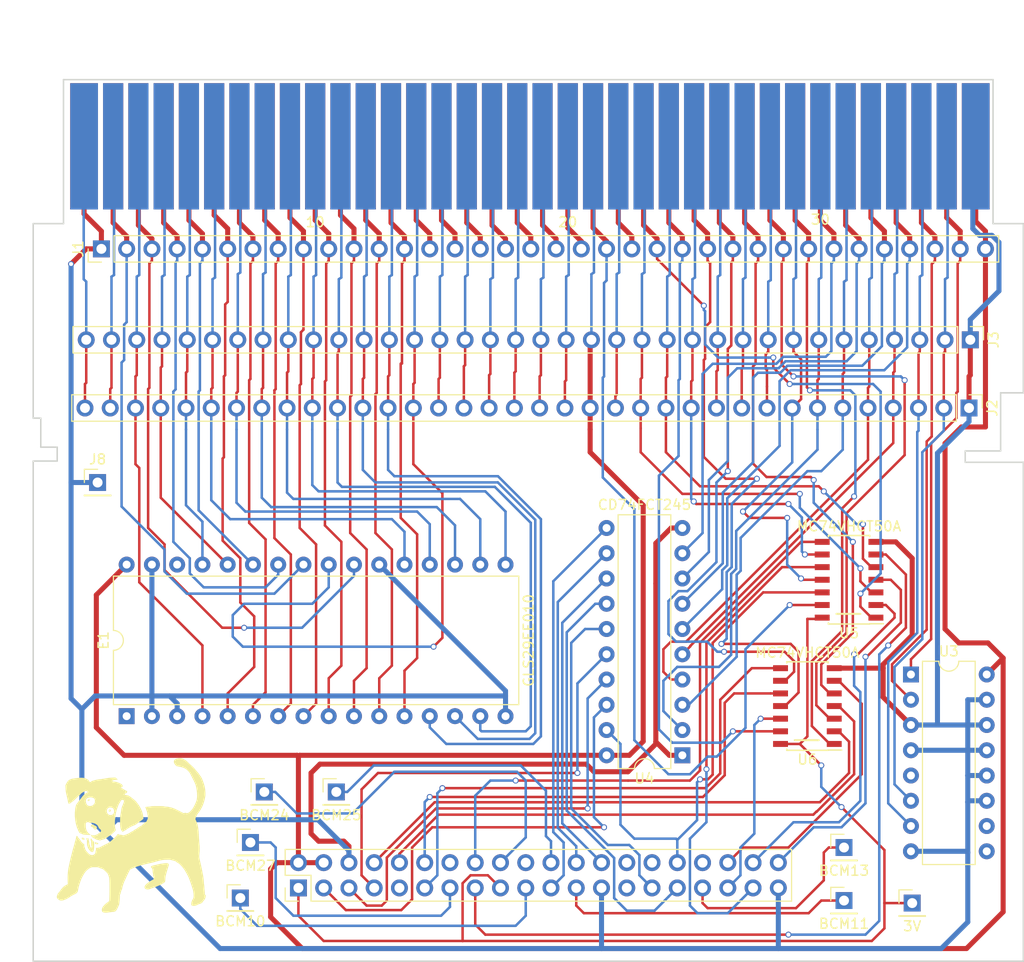
<source format=kicad_pcb>
(kicad_pcb (version 4) (host pcbnew 4.0.7)
  (layers (0 F.Cu signal) (31 B.Cu signal) (37 F.SilkS user) (38 B.Mask user) (39 F.Mask user) (44 Edge.Cuts user))
  (net 0 "")
  (net 1 "Net-(J1-Pad14)")
  (net 2 "Net-(J1-Pad15)")
  (net 3 "Net-(J1-Pad16)")
  (net 4 "Net-(J1-Pad17)")
  (net 5 "Net-(J1-Pad18)")
  (net 6 "Net-(J1-Pad19)")
  (net 7 "Net-(J1-Pad20)")
  (net 8 "Net-(J1-Pad22)")
  (net 9 "Net-(J1-Pad23)")
  (net 10 "Net-(J1-Pad24)")
  (net 11 "Net-(J1-Pad25)")
  (net 12 "Net-(J1-Pad26)")
  (net 13 "Net-(J1-Pad27)")
  (net 14 "Net-(J1-Pad28)")
  (net 15 "Net-(J1-Pad29)")
  (net 16 "Net-(J1-Pad30)")
  (net 17 "Net-(J1-Pad31)")
  (net 18 "Net-(J1-Pad32)")
  (net 19 "Net-(J1-Pad33)")
  (net 20 "Net-(J1-Pad34)")
  (net 21 "Net-(J1-Pad35)")
  (net 22 "Net-(J2-Pad2)")
  (net 23 "Net-(J2-Pad3)")
  (net 24 "Net-(J2-Pad4)")
  (net 25 "Net-(J2-Pad5)")
  (net 26 "Net-(J2-Pad6)")
  (net 27 "Net-(J2-Pad7)")
  (net 28 "Net-(J2-Pad8)")
  (net 29 "Net-(J2-Pad9)")
  (net 30 "Net-(J2-Pad10)")
  (net 31 "Net-(J2-Pad11)")
  (net 32 "Net-(J2-Pad12)")
  (net 33 "Net-(J2-Pad13)")
  (net 34 "Net-(J2-Pad14)")
  (net 35 "Net-(J2-Pad15)")
  (net 36 "Net-(J2-Pad17)")
  (net 37 "Net-(J2-Pad18)")
  (net 38 "Net-(J2-Pad19)")
  (net 39 "Net-(J2-Pad20)")
  (net 40 "Net-(J2-Pad21)")
  (net 41 "Net-(J2-Pad22)")
  (net 42 "Net-(J2-Pad35)")
  (net 43 "Net-(J2-Pad36)")
  (net 44 GND)
  (net 45 "Net-(E1-Pad17)")
  (net 46 "Net-(E1-Pad18)")
  (net 47 "Net-(E1-Pad19)")
  (net 48 "Net-(E1-Pad4)")
  (net 49 "Net-(E1-Pad20)")
  (net 50 "Net-(E1-Pad5)")
  (net 51 "Net-(E1-Pad21)")
  (net 52 "Net-(E1-Pad6)")
  (net 53 "Net-(E1-Pad7)")
  (net 54 "Net-(E1-Pad23)")
  (net 55 "Net-(E1-Pad8)")
  (net 56 "Net-(E1-Pad9)")
  (net 57 "Net-(E1-Pad25)")
  (net 58 "Net-(E1-Pad10)")
  (net 59 "Net-(E1-Pad26)")
  (net 60 "Net-(E1-Pad11)")
  (net 61 "Net-(E1-Pad27)")
  (net 62 "Net-(E1-Pad12)")
  (net 63 "Net-(E1-Pad28)")
  (net 64 "Net-(E1-Pad13)")
  (net 65 "Net-(E1-Pad29)")
  (net 66 "Net-(E1-Pad14)")
  (net 67 "Net-(E1-Pad15)")
  (net 68 5V)
  (net 69 "Net-(U2-Pad3)")
  (net 70 "Net-(U2-Pad5)")
  (net 71 "Net-(U2-Pad7)")
  (net 72 "Net-(U2-Pad21)")
  (net 73 "Net-(U2-Pad24)")
  (net 74 "Net-(U2-Pad26)")
  (net 75 "Net-(U2-Pad29)")
  (net 76 "Net-(U2-Pad31)")
  (net 77 3v)
  (net 78 3vA0)
  (net 79 3vA1)
  (net 80 3vA3)
  (net 81 3vA4)
  (net 82 3vA8)
  (net 83 3vA9)
  (net 84 3vRD)
  (net 85 3vA5)
  (net 86 3vA2)
  (net 87 3vA13)
  (net 88 3vA6)
  (net 89 3vA7)
  (net 90 /5vRD)
  (net 91 /ROMSEL)
  (net 92 "Net-(J4-Pad1)")
  (net 93 "Net-(J5-Pad1)")
  (net 94 "Net-(J6-Pad1)")
  (net 95 "Net-(J9-Pad1)")
  (net 96 "Net-(J10-Pad1)")
  (net 97 "Net-(J11-Pad1)")
  (module Pin_Headers:Pin_Header_Straight_1x36_Pitch2.54mm (layer F.Cu) (at 129.667 70.104 270)
    (fp_text reference J2 (at 0 -2.33 270) (layer F.SilkS))
    (fp_text value Conn_01x36)
    (pad 1 thru_hole rect (at 0 0 270) (size 1.7 1.7) (drill 1) (layers *.Cu *.Mask) (net 44 GND))
    (pad 2 thru_hole oval (at 0 2.54 270) (size 1.7 1.7) (drill 1) (layers *.Cu *.Mask) (net 22 "Net-(J2-Pad2)"))
    (pad 3 thru_hole oval (at 0 5.08 270) (size 1.7 1.7) (drill 1) (layers *.Cu *.Mask) (net 23 "Net-(J2-Pad3)"))
    (pad 4 thru_hole oval (at 0 7.62 270) (size 1.7 1.7) (drill 1) (layers *.Cu *.Mask) (net 24 "Net-(J2-Pad4)"))
    (pad 5 thru_hole oval (at 0 10.16 270) (size 1.7 1.7) (drill 1) (layers *.Cu *.Mask) (net 25 "Net-(J2-Pad5)"))
    (pad 6 thru_hole oval (at 0 12.7 270) (size 1.7 1.7) (drill 1) (layers *.Cu *.Mask) (net 26 "Net-(J2-Pad6)"))
    (pad 7 thru_hole oval (at 0 15.24 270) (size 1.7 1.7) (drill 1) (layers *.Cu *.Mask) (net 27 "Net-(J2-Pad7)"))
    (pad 8 thru_hole oval (at 0 17.78 270) (size 1.7 1.7) (drill 1) (layers *.Cu *.Mask) (net 28 "Net-(J2-Pad8)"))
    (pad 9 thru_hole oval (at 0 20.32 270) (size 1.7 1.7) (drill 1) (layers *.Cu *.Mask) (net 29 "Net-(J2-Pad9)"))
    (pad 10 thru_hole oval (at 0 22.86 270) (size 1.7 1.7) (drill 1) (layers *.Cu *.Mask) (net 30 "Net-(J2-Pad10)"))
    (pad 11 thru_hole oval (at 0 25.4 270) (size 1.7 1.7) (drill 1) (layers *.Cu *.Mask) (net 31 "Net-(J2-Pad11)"))
    (pad 12 thru_hole oval (at 0 27.94 270) (size 1.7 1.7) (drill 1) (layers *.Cu *.Mask) (net 32 "Net-(J2-Pad12)"))
    (pad 13 thru_hole oval (at 0 30.48 270) (size 1.7 1.7) (drill 1) (layers *.Cu *.Mask) (net 33 "Net-(J2-Pad13)"))
    (pad 14 thru_hole oval (at 0 33.02 270) (size 1.7 1.7) (drill 1) (layers *.Cu *.Mask) (net 34 "Net-(J2-Pad14)"))
    (pad 15 thru_hole oval (at 0 35.56 270) (size 1.7 1.7) (drill 1) (layers *.Cu *.Mask) (net 35 "Net-(J2-Pad15)"))
    (pad 16 thru_hole oval (at 0 38.1 270) (size 1.7 1.7) (drill 1) (layers *.Cu *.Mask) (net 68 5V))
    (pad 17 thru_hole oval (at 0 40.64 270) (size 1.7 1.7) (drill 1) (layers *.Cu *.Mask) (net 36 "Net-(J2-Pad17)"))
    (pad 18 thru_hole oval (at 0 43.18 270) (size 1.7 1.7) (drill 1) (layers *.Cu *.Mask) (net 37 "Net-(J2-Pad18)"))
    (pad 19 thru_hole oval (at 0 45.72 270) (size 1.7 1.7) (drill 1) (layers *.Cu *.Mask) (net 38 "Net-(J2-Pad19)"))
    (pad 20 thru_hole oval (at 0 48.26 270) (size 1.7 1.7) (drill 1) (layers *.Cu *.Mask) (net 39 "Net-(J2-Pad20)"))
    (pad 21 thru_hole oval (at 0 50.8 270) (size 1.7 1.7) (drill 1) (layers *.Cu *.Mask) (net 40 "Net-(J2-Pad21)"))
    (pad 22 thru_hole oval (at 0 53.34 270) (size 1.7 1.7) (drill 1) (layers *.Cu *.Mask) (net 41 "Net-(J2-Pad22)"))
    (pad 23 thru_hole oval (at 0 55.88 270) (size 1.7 1.7) (drill 1) (layers *.Cu *.Mask) (net 91 /ROMSEL))
    (pad 24 thru_hole oval (at 0 58.42 270) (size 1.7 1.7) (drill 1) (layers *.Cu *.Mask) (net 64 "Net-(E1-Pad13)"))
    (pad 25 thru_hole oval (at 0 60.96 270) (size 1.7 1.7) (drill 1) (layers *.Cu *.Mask) (net 66 "Net-(E1-Pad14)"))
    (pad 26 thru_hole oval (at 0 63.5 270) (size 1.7 1.7) (drill 1) (layers *.Cu *.Mask) (net 67 "Net-(E1-Pad15)"))
    (pad 27 thru_hole oval (at 0 66.04 270) (size 1.7 1.7) (drill 1) (layers *.Cu *.Mask) (net 45 "Net-(E1-Pad17)"))
    (pad 28 thru_hole oval (at 0 68.58 270) (size 1.7 1.7) (drill 1) (layers *.Cu *.Mask) (net 46 "Net-(E1-Pad18)"))
    (pad 29 thru_hole oval (at 0 71.12 270) (size 1.7 1.7) (drill 1) (layers *.Cu *.Mask) (net 47 "Net-(E1-Pad19)"))
    (pad 30 thru_hole oval (at 0 73.66 270) (size 1.7 1.7) (drill 1) (layers *.Cu *.Mask) (net 49 "Net-(E1-Pad20)"))
    (pad 31 thru_hole oval (at 0 76.2 270) (size 1.7 1.7) (drill 1) (layers *.Cu *.Mask) (net 51 "Net-(E1-Pad21)"))
    (pad 32 thru_hole oval (at 0 78.74 270) (size 1.7 1.7) (drill 1) (layers *.Cu *.Mask) (net 65 "Net-(E1-Pad29)"))
    (pad 33 thru_hole oval (at 0 81.28 270) (size 1.7 1.7) (drill 1) (layers *.Cu *.Mask) (net 63 "Net-(E1-Pad28)"))
    (pad 34 thru_hole oval (at 0 83.82 270) (size 1.7 1.7) (drill 1) (layers *.Cu *.Mask) (net 48 "Net-(E1-Pad4)"))
    (pad 35 thru_hole oval (at 0 86.36 270) (size 1.7 1.7) (drill 1) (layers *.Cu *.Mask) (net 42 "Net-(J2-Pad35)"))
    (pad 36 thru_hole oval (at 0 88.9 270) (size 1.7 1.7) (drill 1) (layers *.Cu *.Mask) (net 43 "Net-(J2-Pad36)"))
  )
  (module Housings_SOIC:SOIC-14_3.9x8.7mm_Pitch1.27mm (layer F.Cu) (at 113.411 100.076 180)
    (fp_text reference U6 (at 0 -5.375 180) (layer F.SilkS))
    (fp_text value MC74VHCT50A (at 0 5.375 180) (layer F.SilkS))
    (pad 1 smd rect (at -2.7 -3.81 180) (size 1.5 0.6) (layers F.Cu F.Mask) (net 15 "Net-(J1-Pad29)"))
    (pad 2 smd rect (at -2.7 -2.54 180) (size 1.5 0.6) (layers F.Cu F.Mask) (net 78 3vA0))
    (pad 3 smd rect (at -2.7 -1.27 180) (size 1.5 0.6) (layers F.Cu F.Mask) (net 14 "Net-(J1-Pad28)"))
    (pad 4 smd rect (at -2.7 0 180) (size 1.5 0.6) (layers F.Cu F.Mask) (net 79 3vA1))
    (pad 5 smd rect (at -2.7 1.27 180) (size 1.5 0.6) (layers F.Cu F.Mask) (net 13 "Net-(J1-Pad27)"))
    (pad 6 smd rect (at -2.7 2.54 180) (size 1.5 0.6) (layers F.Cu F.Mask) (net 86 3vA2))
    (pad 7 smd rect (at -2.7 3.81 180) (size 1.5 0.6) (layers F.Cu F.Mask) (net 44 GND))
    (pad 8 smd rect (at 2.7 3.81 180) (size 1.5 0.6) (layers F.Cu F.Mask) (net 80 3vA3))
    (pad 9 smd rect (at 2.7 2.54 180) (size 1.5 0.6) (layers F.Cu F.Mask) (net 12 "Net-(J1-Pad26)"))
    (pad 10 smd rect (at 2.7 1.27 180) (size 1.5 0.6) (layers F.Cu F.Mask) (net 81 3vA4))
    (pad 11 smd rect (at 2.7 0 180) (size 1.5 0.6) (layers F.Cu F.Mask) (net 11 "Net-(J1-Pad25)"))
    (pad 12 smd rect (at 2.7 -1.27 180) (size 1.5 0.6) (layers F.Cu F.Mask) (net 85 3vA5))
    (pad 13 smd rect (at 2.7 -2.54 180) (size 1.5 0.6) (layers F.Cu F.Mask) (net 10 "Net-(J1-Pad24)"))
    (pad 14 smd rect (at 2.7 -3.81 180) (size 1.5 0.6) (layers F.Cu F.Mask) (net 77 3v))
  )
  (module Housings_DIP:DIP-16_W7.62mm (layer F.Cu) (at 123.825 96.901)
    (fp_text reference U3 (at 3.81 -2.33) (layer F.SilkS))
    (fp_text value nescic)
    (pad 1 thru_hole rect (at 0 0) (size 1.6 1.6) (drill 0.8) (layers *.Cu *.Mask) (net 21 "Net-(J1-Pad35)"))
    (pad 9 thru_hole oval (at 7.62 17.78) (size 1.6 1.6) (drill 0.8) (layers *.Cu *.Mask))
    (pad 2 thru_hole oval (at 0 2.54) (size 1.6 1.6) (drill 0.8) (layers *.Cu *.Mask) (net 20 "Net-(J1-Pad34)"))
    (pad 10 thru_hole oval (at 7.62 15.24) (size 1.6 1.6) (drill 0.8) (layers *.Cu *.Mask))
    (pad 3 thru_hole oval (at 0 5.08) (size 1.6 1.6) (drill 0.8) (layers *.Cu *.Mask) (net 44 GND))
    (pad 11 thru_hole oval (at 7.62 12.7) (size 1.6 1.6) (drill 0.8) (layers *.Cu *.Mask) (net 44 GND))
    (pad 4 thru_hole oval (at 0 7.62) (size 1.6 1.6) (drill 0.8) (layers *.Cu *.Mask) (net 44 GND))
    (pad 12 thru_hole oval (at 7.62 10.16) (size 1.6 1.6) (drill 0.8) (layers *.Cu *.Mask) (net 44 GND))
    (pad 5 thru_hole oval (at 0 10.16) (size 1.6 1.6) (drill 0.8) (layers *.Cu *.Mask))
    (pad 13 thru_hole oval (at 7.62 7.62) (size 1.6 1.6) (drill 0.8) (layers *.Cu *.Mask) (net 44 GND))
    (pad 6 thru_hole oval (at 0 12.7) (size 1.6 1.6) (drill 0.8) (layers *.Cu *.Mask) (net 22 "Net-(J2-Pad2)"))
    (pad 14 thru_hole oval (at 7.62 5.08) (size 1.6 1.6) (drill 0.8) (layers *.Cu *.Mask) (net 44 GND))
    (pad 7 thru_hole oval (at 0 15.24) (size 1.6 1.6) (drill 0.8) (layers *.Cu *.Mask) (net 23 "Net-(J2-Pad3)"))
    (pad 15 thru_hole oval (at 7.62 2.54) (size 1.6 1.6) (drill 0.8) (layers *.Cu *.Mask) (net 44 GND))
    (pad 8 thru_hole oval (at 0 17.78) (size 1.6 1.6) (drill 0.8) (layers *.Cu *.Mask) (net 44 GND))
    (pad 16 thru_hole oval (at 7.62 0) (size 1.6 1.6) (drill 0.8) (layers *.Cu *.Mask) (net 68 5V))
  )
  (module Pin_Headers:Pin_Header_Straight_1x36_Pitch2.54mm (layer F.Cu) (at 42.418 54.102 90)
    (fp_text reference J1 (at 0 -2.33 90) (layer F.SilkS))
    (fp_text value Conn_01x36)
    (pad 1 thru_hole rect (at 0 0 90) (size 1.7 1.7) (drill 1) (layers *.Cu *.Mask) (net 44 GND))
    (pad 2 thru_hole oval (at 0 2.54 90) (size 1.7 1.7) (drill 1) (layers *.Cu *.Mask) (net 57 "Net-(E1-Pad25)"))
    (pad 3 thru_hole oval (at 0 5.08 90) (size 1.7 1.7) (drill 1) (layers *.Cu *.Mask) (net 54 "Net-(E1-Pad23)"))
    (pad 4 thru_hole oval (at 0 7.62 90) (size 1.7 1.7) (drill 1) (layers *.Cu *.Mask) (net 59 "Net-(E1-Pad26)"))
    (pad 5 thru_hole oval (at 0 10.16 90) (size 1.7 1.7) (drill 1) (layers *.Cu *.Mask) (net 61 "Net-(E1-Pad27)"))
    (pad 6 thru_hole oval (at 0 12.7 90) (size 1.7 1.7) (drill 1) (layers *.Cu *.Mask) (net 50 "Net-(E1-Pad5)"))
    (pad 7 thru_hole oval (at 0 15.24 90) (size 1.7 1.7) (drill 1) (layers *.Cu *.Mask) (net 52 "Net-(E1-Pad6)"))
    (pad 8 thru_hole oval (at 0 17.78 90) (size 1.7 1.7) (drill 1) (layers *.Cu *.Mask) (net 53 "Net-(E1-Pad7)"))
    (pad 9 thru_hole oval (at 0 20.32 90) (size 1.7 1.7) (drill 1) (layers *.Cu *.Mask) (net 55 "Net-(E1-Pad8)"))
    (pad 10 thru_hole oval (at 0 22.86 90) (size 1.7 1.7) (drill 1) (layers *.Cu *.Mask) (net 56 "Net-(E1-Pad9)"))
    (pad 11 thru_hole oval (at 0 25.4 90) (size 1.7 1.7) (drill 1) (layers *.Cu *.Mask) (net 58 "Net-(E1-Pad10)"))
    (pad 12 thru_hole oval (at 0 27.94 90) (size 1.7 1.7) (drill 1) (layers *.Cu *.Mask) (net 60 "Net-(E1-Pad11)"))
    (pad 13 thru_hole oval (at 0 30.48 90) (size 1.7 1.7) (drill 1) (layers *.Cu *.Mask) (net 62 "Net-(E1-Pad12)"))
    (pad 14 thru_hole oval (at 0 33.02 90) (size 1.7 1.7) (drill 1) (layers *.Cu *.Mask) (net 1 "Net-(J1-Pad14)"))
    (pad 15 thru_hole oval (at 0 35.56 90) (size 1.7 1.7) (drill 1) (layers *.Cu *.Mask) (net 2 "Net-(J1-Pad15)"))
    (pad 16 thru_hole oval (at 0 38.1 90) (size 1.7 1.7) (drill 1) (layers *.Cu *.Mask) (net 3 "Net-(J1-Pad16)"))
    (pad 17 thru_hole oval (at 0 40.64 90) (size 1.7 1.7) (drill 1) (layers *.Cu *.Mask) (net 4 "Net-(J1-Pad17)"))
    (pad 18 thru_hole oval (at 0 43.18 90) (size 1.7 1.7) (drill 1) (layers *.Cu *.Mask) (net 5 "Net-(J1-Pad18)"))
    (pad 19 thru_hole oval (at 0 45.72 90) (size 1.7 1.7) (drill 1) (layers *.Cu *.Mask) (net 6 "Net-(J1-Pad19)"))
    (pad 20 thru_hole oval (at 0 48.26 90) (size 1.7 1.7) (drill 1) (layers *.Cu *.Mask) (net 7 "Net-(J1-Pad20)"))
    (pad 21 thru_hole oval (at 0 50.8 90) (size 1.7 1.7) (drill 1) (layers *.Cu *.Mask) (net 90 /5vRD))
    (pad 22 thru_hole oval (at 0 53.34 90) (size 1.7 1.7) (drill 1) (layers *.Cu *.Mask) (net 8 "Net-(J1-Pad22)"))
    (pad 23 thru_hole oval (at 0 55.88 90) (size 1.7 1.7) (drill 1) (layers *.Cu *.Mask) (net 9 "Net-(J1-Pad23)"))
    (pad 24 thru_hole oval (at 0 58.42 90) (size 1.7 1.7) (drill 1) (layers *.Cu *.Mask) (net 10 "Net-(J1-Pad24)"))
    (pad 25 thru_hole oval (at 0 60.96 90) (size 1.7 1.7) (drill 1) (layers *.Cu *.Mask) (net 11 "Net-(J1-Pad25)"))
    (pad 26 thru_hole oval (at 0 63.5 90) (size 1.7 1.7) (drill 1) (layers *.Cu *.Mask) (net 12 "Net-(J1-Pad26)"))
    (pad 27 thru_hole oval (at 0 66.04 90) (size 1.7 1.7) (drill 1) (layers *.Cu *.Mask) (net 13 "Net-(J1-Pad27)"))
    (pad 28 thru_hole oval (at 0 68.58 90) (size 1.7 1.7) (drill 1) (layers *.Cu *.Mask) (net 14 "Net-(J1-Pad28)"))
    (pad 29 thru_hole oval (at 0 71.12 90) (size 1.7 1.7) (drill 1) (layers *.Cu *.Mask) (net 15 "Net-(J1-Pad29)"))
    (pad 30 thru_hole oval (at 0 73.66 90) (size 1.7 1.7) (drill 1) (layers *.Cu *.Mask) (net 16 "Net-(J1-Pad30)"))
    (pad 31 thru_hole oval (at 0 76.2 90) (size 1.7 1.7) (drill 1) (layers *.Cu *.Mask) (net 17 "Net-(J1-Pad31)"))
    (pad 32 thru_hole oval (at 0 78.74 90) (size 1.7 1.7) (drill 1) (layers *.Cu *.Mask) (net 18 "Net-(J1-Pad32)"))
    (pad 33 thru_hole oval (at 0 81.28 90) (size 1.7 1.7) (drill 1) (layers *.Cu *.Mask) (net 19 "Net-(J1-Pad33)"))
    (pad 34 thru_hole oval (at 0 83.82 90) (size 1.7 1.7) (drill 1) (layers *.Cu *.Mask) (net 20 "Net-(J1-Pad34)"))
    (pad 35 thru_hole oval (at 0 86.36 90) (size 1.7 1.7) (drill 1) (layers *.Cu *.Mask) (net 21 "Net-(J1-Pad35)"))
    (pad 36 thru_hole oval (at 0 88.9 90) (size 1.7 1.7) (drill 1) (layers *.Cu *.Mask) (net 68 5V))
  )
  (module Pin_Headers:Pin_Header_Straight_1x36_Pitch2.54mm (layer F.Cu) (at 129.794 63.246 270)
    (fp_text reference J3 (at 0 -2.33 270) (layer F.SilkS))
    (fp_text value Conn_01x36)
    (pad 1 thru_hole rect (at 0 0 270) (size 1.7 1.7) (drill 1) (layers *.Cu *.Mask) (net 44 GND))
    (pad 2 thru_hole oval (at 0 2.54 270) (size 1.7 1.7) (drill 1) (layers *.Cu *.Mask) (net 22 "Net-(J2-Pad2)"))
    (pad 3 thru_hole oval (at 0 5.08 270) (size 1.7 1.7) (drill 1) (layers *.Cu *.Mask) (net 23 "Net-(J2-Pad3)"))
    (pad 4 thru_hole oval (at 0 7.62 270) (size 1.7 1.7) (drill 1) (layers *.Cu *.Mask) (net 24 "Net-(J2-Pad4)"))
    (pad 5 thru_hole oval (at 0 10.16 270) (size 1.7 1.7) (drill 1) (layers *.Cu *.Mask) (net 25 "Net-(J2-Pad5)"))
    (pad 6 thru_hole oval (at 0 12.7 270) (size 1.7 1.7) (drill 1) (layers *.Cu *.Mask) (net 26 "Net-(J2-Pad6)"))
    (pad 7 thru_hole oval (at 0 15.24 270) (size 1.7 1.7) (drill 1) (layers *.Cu *.Mask) (net 27 "Net-(J2-Pad7)"))
    (pad 8 thru_hole oval (at 0 17.78 270) (size 1.7 1.7) (drill 1) (layers *.Cu *.Mask) (net 28 "Net-(J2-Pad8)"))
    (pad 9 thru_hole oval (at 0 20.32 270) (size 1.7 1.7) (drill 1) (layers *.Cu *.Mask) (net 29 "Net-(J2-Pad9)"))
    (pad 10 thru_hole oval (at 0 22.86 270) (size 1.7 1.7) (drill 1) (layers *.Cu *.Mask) (net 30 "Net-(J2-Pad10)"))
    (pad 11 thru_hole oval (at 0 25.4 270) (size 1.7 1.7) (drill 1) (layers *.Cu *.Mask) (net 31 "Net-(J2-Pad11)"))
    (pad 12 thru_hole oval (at 0 27.94 270) (size 1.7 1.7) (drill 1) (layers *.Cu *.Mask) (net 32 "Net-(J2-Pad12)"))
    (pad 13 thru_hole oval (at 0 30.48 270) (size 1.7 1.7) (drill 1) (layers *.Cu *.Mask) (net 33 "Net-(J2-Pad13)"))
    (pad 14 thru_hole oval (at 0 33.02 270) (size 1.7 1.7) (drill 1) (layers *.Cu *.Mask) (net 34 "Net-(J2-Pad14)"))
    (pad 15 thru_hole oval (at 0 35.56 270) (size 1.7 1.7) (drill 1) (layers *.Cu *.Mask) (net 35 "Net-(J2-Pad15)"))
    (pad 16 thru_hole oval (at 0 38.1 270) (size 1.7 1.7) (drill 1) (layers *.Cu *.Mask) (net 68 5V))
    (pad 17 thru_hole oval (at 0 40.64 270) (size 1.7 1.7) (drill 1) (layers *.Cu *.Mask) (net 36 "Net-(J2-Pad17)"))
    (pad 18 thru_hole oval (at 0 43.18 270) (size 1.7 1.7) (drill 1) (layers *.Cu *.Mask) (net 37 "Net-(J2-Pad18)"))
    (pad 19 thru_hole oval (at 0 45.72 270) (size 1.7 1.7) (drill 1) (layers *.Cu *.Mask) (net 38 "Net-(J2-Pad19)"))
    (pad 20 thru_hole oval (at 0 48.26 270) (size 1.7 1.7) (drill 1) (layers *.Cu *.Mask) (net 39 "Net-(J2-Pad20)"))
    (pad 21 thru_hole oval (at 0 50.8 270) (size 1.7 1.7) (drill 1) (layers *.Cu *.Mask) (net 40 "Net-(J2-Pad21)"))
    (pad 22 thru_hole oval (at 0 53.34 270) (size 1.7 1.7) (drill 1) (layers *.Cu *.Mask) (net 41 "Net-(J2-Pad22)"))
    (pad 23 thru_hole oval (at 0 55.88 270) (size 1.7 1.7) (drill 1) (layers *.Cu *.Mask) (net 91 /ROMSEL))
    (pad 24 thru_hole oval (at 0 58.42 270) (size 1.7 1.7) (drill 1) (layers *.Cu *.Mask) (net 64 "Net-(E1-Pad13)"))
    (pad 25 thru_hole oval (at 0 60.96 270) (size 1.7 1.7) (drill 1) (layers *.Cu *.Mask) (net 66 "Net-(E1-Pad14)"))
    (pad 26 thru_hole oval (at 0 63.5 270) (size 1.7 1.7) (drill 1) (layers *.Cu *.Mask) (net 67 "Net-(E1-Pad15)"))
    (pad 27 thru_hole oval (at 0 66.04 270) (size 1.7 1.7) (drill 1) (layers *.Cu *.Mask) (net 45 "Net-(E1-Pad17)"))
    (pad 28 thru_hole oval (at 0 68.58 270) (size 1.7 1.7) (drill 1) (layers *.Cu *.Mask) (net 46 "Net-(E1-Pad18)"))
    (pad 29 thru_hole oval (at 0 71.12 270) (size 1.7 1.7) (drill 1) (layers *.Cu *.Mask) (net 47 "Net-(E1-Pad19)"))
    (pad 30 thru_hole oval (at 0 73.66 270) (size 1.7 1.7) (drill 1) (layers *.Cu *.Mask) (net 49 "Net-(E1-Pad20)"))
    (pad 31 thru_hole oval (at 0 76.2 270) (size 1.7 1.7) (drill 1) (layers *.Cu *.Mask) (net 51 "Net-(E1-Pad21)"))
    (pad 32 thru_hole oval (at 0 78.74 270) (size 1.7 1.7) (drill 1) (layers *.Cu *.Mask) (net 65 "Net-(E1-Pad29)"))
    (pad 33 thru_hole oval (at 0 81.28 270) (size 1.7 1.7) (drill 1) (layers *.Cu *.Mask) (net 63 "Net-(E1-Pad28)"))
    (pad 34 thru_hole oval (at 0 83.82 270) (size 1.7 1.7) (drill 1) (layers *.Cu *.Mask) (net 48 "Net-(E1-Pad4)"))
    (pad 35 thru_hole oval (at 0 86.36 270) (size 1.7 1.7) (drill 1) (layers *.Cu *.Mask) (net 42 "Net-(J2-Pad35)"))
    (pad 36 thru_hole oval (at 0 88.9 270) (size 1.7 1.7) (drill 1) (layers *.Cu *.Mask) (net 43 "Net-(J2-Pad36)"))
  )
  (module Pin_Headers:Pin_Header_Straight_2x20_Pitch2.54mm (layer F.Cu) (at 62.23 118.364 90)
    (fp_text reference U2)
    (fp_text value piheader)
    (pad 1 thru_hole rect (at 0 0 90) (size 1.7 1.7) (drill 1) (layers *.Cu *.Mask) (net 77 3v))
    (pad 2 thru_hole oval (at 2.54 0 90) (size 1.7 1.7) (drill 1) (layers *.Cu *.Mask) (net 68 5V))
    (pad 3 thru_hole oval (at 0 2.54 90) (size 1.7 1.7) (drill 1) (layers *.Cu *.Mask) (net 69 "Net-(U2-Pad3)"))
    (pad 4 thru_hole oval (at 2.54 2.54 90) (size 1.7 1.7) (drill 1) (layers *.Cu *.Mask) (net 68 5V))
    (pad 5 thru_hole oval (at 0 5.08 90) (size 1.7 1.7) (drill 1) (layers *.Cu *.Mask) (net 70 "Net-(U2-Pad5)"))
    (pad 6 thru_hole oval (at 2.54 5.08 90) (size 1.7 1.7) (drill 1) (layers *.Cu *.Mask) (net 44 GND))
    (pad 7 thru_hole oval (at 0 7.62 90) (size 1.7 1.7) (drill 1) (layers *.Cu *.Mask) (net 71 "Net-(U2-Pad7)"))
    (pad 8 thru_hole oval (at 2.54 7.62 90) (size 1.7 1.7) (drill 1) (layers *.Cu *.Mask) (net 78 3vA0))
    (pad 9 thru_hole oval (at 0 10.16 90) (size 1.7 1.7) (drill 1) (layers *.Cu *.Mask))
    (pad 10 thru_hole oval (at 2.54 10.16 90) (size 1.7 1.7) (drill 1) (layers *.Cu *.Mask) (net 79 3vA1))
    (pad 11 thru_hole oval (at 0 12.7 90) (size 1.7 1.7) (drill 1) (layers *.Cu *.Mask) (net 80 3vA3))
    (pad 12 thru_hole oval (at 2.54 12.7 90) (size 1.7 1.7) (drill 1) (layers *.Cu *.Mask) (net 81 3vA4))
    (pad 13 thru_hole oval (at 0 15.24 90) (size 1.7 1.7) (drill 1) (layers *.Cu *.Mask) (net 94 "Net-(J6-Pad1)"))
    (pad 14 thru_hole oval (at 2.54 15.24 90) (size 1.7 1.7) (drill 1) (layers *.Cu *.Mask))
    (pad 15 thru_hole oval (at 0 17.78 90) (size 1.7 1.7) (drill 1) (layers *.Cu *.Mask) (net 82 3vA8))
    (pad 16 thru_hole oval (at 2.54 17.78 90) (size 1.7 1.7) (drill 1) (layers *.Cu *.Mask) (net 83 3vA9))
    (pad 17 thru_hole oval (at 0 20.32 90) (size 1.7 1.7) (drill 1) (layers *.Cu *.Mask) (net 77 3v))
    (pad 18 thru_hole oval (at 2.54 20.32 90) (size 1.7 1.7) (drill 1) (layers *.Cu *.Mask) (net 93 "Net-(J5-Pad1)"))
    (pad 19 thru_hole oval (at 0 22.86 90) (size 1.7 1.7) (drill 1) (layers *.Cu *.Mask) (net 95 "Net-(J9-Pad1)"))
    (pad 20 thru_hole oval (at 2.54 22.86 90) (size 1.7 1.7) (drill 1) (layers *.Cu *.Mask))
    (pad 21 thru_hole oval (at 0 25.4 90) (size 1.7 1.7) (drill 1) (layers *.Cu *.Mask) (net 72 "Net-(U2-Pad21)"))
    (pad 22 thru_hole oval (at 2.54 25.4 90) (size 1.7 1.7) (drill 1) (layers *.Cu *.Mask) (net 92 "Net-(J4-Pad1)"))
    (pad 23 thru_hole oval (at 0 27.94 90) (size 1.7 1.7) (drill 1) (layers *.Cu *.Mask) (net 96 "Net-(J10-Pad1)"))
    (pad 24 thru_hole oval (at 2.54 27.94 90) (size 1.7 1.7) (drill 1) (layers *.Cu *.Mask) (net 73 "Net-(U2-Pad24)"))
    (pad 25 thru_hole oval (at 0 30.48 90) (size 1.7 1.7) (drill 1) (layers *.Cu *.Mask) (net 44 GND))
    (pad 26 thru_hole oval (at 2.54 30.48 90) (size 1.7 1.7) (drill 1) (layers *.Cu *.Mask) (net 74 "Net-(U2-Pad26)"))
    (pad 27 thru_hole oval (at 0 33.02 90) (size 1.7 1.7) (drill 1) (layers *.Cu *.Mask))
    (pad 28 thru_hole oval (at 2.54 33.02 90) (size 1.7 1.7) (drill 1) (layers *.Cu *.Mask))
    (pad 29 thru_hole oval (at 0 35.56 90) (size 1.7 1.7) (drill 1) (layers *.Cu *.Mask) (net 75 "Net-(U2-Pad29)"))
    (pad 30 thru_hole oval (at 2.54 35.56 90) (size 1.7 1.7) (drill 1) (layers *.Cu *.Mask))
    (pad 31 thru_hole oval (at 0 38.1 90) (size 1.7 1.7) (drill 1) (layers *.Cu *.Mask) (net 76 "Net-(U2-Pad31)"))
    (pad 32 thru_hole oval (at 2.54 38.1 90) (size 1.7 1.7) (drill 1) (layers *.Cu *.Mask) (net 84 3vRD))
    (pad 33 thru_hole oval (at 0 40.64 90) (size 1.7 1.7) (drill 1) (layers *.Cu *.Mask) (net 97 "Net-(J11-Pad1)"))
    (pad 34 thru_hole oval (at 2.54 40.64 90) (size 1.7 1.7) (drill 1) (layers *.Cu *.Mask))
    (pad 35 thru_hole oval (at 0 43.18 90) (size 1.7 1.7) (drill 1) (layers *.Cu *.Mask) (net 85 3vA5))
    (pad 36 thru_hole oval (at 2.54 43.18 90) (size 1.7 1.7) (drill 1) (layers *.Cu *.Mask) (net 86 3vA2))
    (pad 37 thru_hole oval (at 0 45.72 90) (size 1.7 1.7) (drill 1) (layers *.Cu *.Mask) (net 87 3vA13))
    (pad 38 thru_hole oval (at 2.54 45.72 90) (size 1.7 1.7) (drill 1) (layers *.Cu *.Mask) (net 88 3vA6))
    (pad 39 thru_hole oval (at 0 48.26 90) (size 1.7 1.7) (drill 1) (layers *.Cu *.Mask) (net 44 GND))
    (pad 40 thru_hole oval (at 2.54 48.26 90) (size 1.7 1.7) (drill 1) (layers *.Cu *.Mask) (net 89 3vA7))
  )
  (module Housings_DIP:DIP-32_W15.24mm (layer F.Cu) (at 44.958 101.092 90)
    (fp_text reference E1 (at 7.62 -2.33 90) (layer F.SilkS))
    (fp_text value GLS29EE010 (at 7.62 40.43 90) (layer F.SilkS))
    (pad 1 thru_hole rect (at 0 0 90) (size 1.6 1.6) (drill 0.8) (layers *.Cu *.Mask))
    (pad 17 thru_hole oval (at 15.24 38.1 90) (size 1.6 1.6) (drill 0.8) (layers *.Cu *.Mask) (net 45 "Net-(E1-Pad17)"))
    (pad 2 thru_hole oval (at 0 2.54 90) (size 1.6 1.6) (drill 0.8) (layers *.Cu *.Mask) (net 44 GND))
    (pad 18 thru_hole oval (at 15.24 35.56 90) (size 1.6 1.6) (drill 0.8) (layers *.Cu *.Mask) (net 46 "Net-(E1-Pad18)"))
    (pad 3 thru_hole oval (at 0 5.08 90) (size 1.6 1.6) (drill 0.8) (layers *.Cu *.Mask) (net 44 GND))
    (pad 19 thru_hole oval (at 15.24 33.02 90) (size 1.6 1.6) (drill 0.8) (layers *.Cu *.Mask) (net 47 "Net-(E1-Pad19)"))
    (pad 4 thru_hole oval (at 0 7.62 90) (size 1.6 1.6) (drill 0.8) (layers *.Cu *.Mask) (net 48 "Net-(E1-Pad4)"))
    (pad 20 thru_hole oval (at 15.24 30.48 90) (size 1.6 1.6) (drill 0.8) (layers *.Cu *.Mask) (net 49 "Net-(E1-Pad20)"))
    (pad 5 thru_hole oval (at 0 10.16 90) (size 1.6 1.6) (drill 0.8) (layers *.Cu *.Mask) (net 50 "Net-(E1-Pad5)"))
    (pad 21 thru_hole oval (at 15.24 27.94 90) (size 1.6 1.6) (drill 0.8) (layers *.Cu *.Mask) (net 51 "Net-(E1-Pad21)"))
    (pad 6 thru_hole oval (at 0 12.7 90) (size 1.6 1.6) (drill 0.8) (layers *.Cu *.Mask) (net 52 "Net-(E1-Pad6)"))
    (pad 22 thru_hole oval (at 15.24 25.4 90) (size 1.6 1.6) (drill 0.8) (layers *.Cu *.Mask) (net 44 GND))
    (pad 7 thru_hole oval (at 0 15.24 90) (size 1.6 1.6) (drill 0.8) (layers *.Cu *.Mask) (net 53 "Net-(E1-Pad7)"))
    (pad 23 thru_hole oval (at 15.24 22.86 90) (size 1.6 1.6) (drill 0.8) (layers *.Cu *.Mask) (net 54 "Net-(E1-Pad23)"))
    (pad 8 thru_hole oval (at 0 17.78 90) (size 1.6 1.6) (drill 0.8) (layers *.Cu *.Mask) (net 55 "Net-(E1-Pad8)"))
    (pad 24 thru_hole oval (at 15.24 20.32 90) (size 1.6 1.6) (drill 0.8) (layers *.Cu *.Mask) (net 91 /ROMSEL))
    (pad 9 thru_hole oval (at 0 20.32 90) (size 1.6 1.6) (drill 0.8) (layers *.Cu *.Mask) (net 56 "Net-(E1-Pad9)"))
    (pad 25 thru_hole oval (at 15.24 17.78 90) (size 1.6 1.6) (drill 0.8) (layers *.Cu *.Mask) (net 57 "Net-(E1-Pad25)"))
    (pad 10 thru_hole oval (at 0 22.86 90) (size 1.6 1.6) (drill 0.8) (layers *.Cu *.Mask) (net 58 "Net-(E1-Pad10)"))
    (pad 26 thru_hole oval (at 15.24 15.24 90) (size 1.6 1.6) (drill 0.8) (layers *.Cu *.Mask) (net 59 "Net-(E1-Pad26)"))
    (pad 11 thru_hole oval (at 0 25.4 90) (size 1.6 1.6) (drill 0.8) (layers *.Cu *.Mask) (net 60 "Net-(E1-Pad11)"))
    (pad 27 thru_hole oval (at 15.24 12.7 90) (size 1.6 1.6) (drill 0.8) (layers *.Cu *.Mask) (net 61 "Net-(E1-Pad27)"))
    (pad 12 thru_hole oval (at 0 27.94 90) (size 1.6 1.6) (drill 0.8) (layers *.Cu *.Mask) (net 62 "Net-(E1-Pad12)"))
    (pad 28 thru_hole oval (at 15.24 10.16 90) (size 1.6 1.6) (drill 0.8) (layers *.Cu *.Mask) (net 63 "Net-(E1-Pad28)"))
    (pad 13 thru_hole oval (at 0 30.48 90) (size 1.6 1.6) (drill 0.8) (layers *.Cu *.Mask) (net 64 "Net-(E1-Pad13)"))
    (pad 29 thru_hole oval (at 15.24 7.62 90) (size 1.6 1.6) (drill 0.8) (layers *.Cu *.Mask) (net 65 "Net-(E1-Pad29)"))
    (pad 14 thru_hole oval (at 0 33.02 90) (size 1.6 1.6) (drill 0.8) (layers *.Cu *.Mask) (net 66 "Net-(E1-Pad14)"))
    (pad 30 thru_hole oval (at 15.24 5.08 90) (size 1.6 1.6) (drill 0.8) (layers *.Cu *.Mask))
    (pad 15 thru_hole oval (at 0 35.56 90) (size 1.6 1.6) (drill 0.8) (layers *.Cu *.Mask) (net 67 "Net-(E1-Pad15)"))
    (pad 31 thru_hole oval (at 15.24 2.54 90) (size 1.6 1.6) (drill 0.8) (layers *.Cu *.Mask) (net 44 GND))
    (pad 16 thru_hole oval (at 0 38.1 90) (size 1.6 1.6) (drill 0.8) (layers *.Cu *.Mask) (net 44 GND))
    (pad 32 thru_hole oval (at 15.24 0 90) (size 1.6 1.6) (drill 0.8) (layers *.Cu *.Mask) (net 68 5V))
  )
  (module Housings_DIP:DIP-20_W7.62mm (layer F.Cu) (at 100.838 105.029 180)
    (fp_text reference U4 (at 3.81 -2.33 180) (layer F.SilkS))
    (fp_text value CD74FCT245 (at 3.81 25.19 180) (layer F.SilkS))
    (pad 1 thru_hole rect (at 0 0 180) (size 1.6 1.6) (drill 0.8) (layers *.Cu *.Mask) (net 44 GND))
    (pad 11 thru_hole oval (at 7.62 22.86 180) (size 1.6 1.6) (drill 0.8) (layers *.Cu *.Mask) (net 72 "Net-(U2-Pad21)"))
    (pad 2 thru_hole oval (at 0 2.54 180) (size 1.6 1.6) (drill 0.8) (layers *.Cu *.Mask) (net 27 "Net-(J2-Pad7)"))
    (pad 12 thru_hole oval (at 7.62 20.32 180) (size 1.6 1.6) (drill 0.8) (layers *.Cu *.Mask) (net 73 "Net-(U2-Pad24)"))
    (pad 3 thru_hole oval (at 0 5.08 180) (size 1.6 1.6) (drill 0.8) (layers *.Cu *.Mask) (net 26 "Net-(J2-Pad6)"))
    (pad 13 thru_hole oval (at 7.62 17.78 180) (size 1.6 1.6) (drill 0.8) (layers *.Cu *.Mask) (net 74 "Net-(U2-Pad26)"))
    (pad 4 thru_hole oval (at 0 7.62 180) (size 1.6 1.6) (drill 0.8) (layers *.Cu *.Mask) (net 25 "Net-(J2-Pad5)"))
    (pad 14 thru_hole oval (at 7.62 15.24 180) (size 1.6 1.6) (drill 0.8) (layers *.Cu *.Mask) (net 76 "Net-(U2-Pad31)"))
    (pad 5 thru_hole oval (at 0 10.16 180) (size 1.6 1.6) (drill 0.8) (layers *.Cu *.Mask) (net 24 "Net-(J2-Pad4)"))
    (pad 15 thru_hole oval (at 7.62 12.7 180) (size 1.6 1.6) (drill 0.8) (layers *.Cu *.Mask) (net 75 "Net-(U2-Pad29)"))
    (pad 6 thru_hole oval (at 0 12.7 180) (size 1.6 1.6) (drill 0.8) (layers *.Cu *.Mask) (net 19 "Net-(J1-Pad33)"))
    (pad 16 thru_hole oval (at 7.62 10.16 180) (size 1.6 1.6) (drill 0.8) (layers *.Cu *.Mask) (net 71 "Net-(U2-Pad7)"))
    (pad 7 thru_hole oval (at 0 15.24 180) (size 1.6 1.6) (drill 0.8) (layers *.Cu *.Mask) (net 18 "Net-(J1-Pad32)"))
    (pad 17 thru_hole oval (at 7.62 7.62 180) (size 1.6 1.6) (drill 0.8) (layers *.Cu *.Mask) (net 70 "Net-(U2-Pad5)"))
    (pad 8 thru_hole oval (at 0 17.78 180) (size 1.6 1.6) (drill 0.8) (layers *.Cu *.Mask) (net 17 "Net-(J1-Pad31)"))
    (pad 18 thru_hole oval (at 7.62 5.08 180) (size 1.6 1.6) (drill 0.8) (layers *.Cu *.Mask) (net 69 "Net-(U2-Pad3)"))
    (pad 9 thru_hole oval (at 0 20.32 180) (size 1.6 1.6) (drill 0.8) (layers *.Cu *.Mask) (net 16 "Net-(J1-Pad30)"))
    (pad 19 thru_hole oval (at 7.62 2.54 180) (size 1.6 1.6) (drill 0.8) (layers *.Cu *.Mask) (net 84 3vRD))
    (pad 10 thru_hole oval (at 0 22.86 180) (size 1.6 1.6) (drill 0.8) (layers *.Cu *.Mask) (net 44 GND))
    (pad 20 thru_hole oval (at 7.62 0 180) (size 1.6 1.6) (drill 0.8) (layers *.Cu *.Mask) (net 68 5V))
  )
  (module footprints:logo (layer F.Cu) (at 45.212 113.157)
    (fp_text reference G*** hide)
    (fp_text value LOGO hide)
  )
  (module Housings_SOIC:SOIC-14_3.9x8.7mm_Pitch1.27mm (layer F.Cu) (at 117.602 87.376 180)
    (fp_text reference U5 (at 0 -5.375 180) (layer F.SilkS))
    (fp_text value MC74VHCT50A (at 0 5.375 180) (layer F.SilkS))
    (pad 1 smd rect (at -2.7 -3.81 180) (size 1.5 0.6) (layers F.Cu F.Mask) (net 9 "Net-(J1-Pad23)"))
    (pad 2 smd rect (at -2.7 -2.54 180) (size 1.5 0.6) (layers F.Cu F.Mask) (net 88 3vA6))
    (pad 3 smd rect (at -2.7 -1.27 180) (size 1.5 0.6) (layers F.Cu F.Mask) (net 34 "Net-(J2-Pad14)"))
    (pad 4 smd rect (at -2.7 0 180) (size 1.5 0.6) (layers F.Cu F.Mask) (net 89 3vA7))
    (pad 5 smd rect (at -2.7 1.27 180) (size 1.5 0.6) (layers F.Cu F.Mask) (net 33 "Net-(J2-Pad13)"))
    (pad 6 smd rect (at -2.7 2.54 180) (size 1.5 0.6) (layers F.Cu F.Mask) (net 82 3vA8))
    (pad 7 smd rect (at -2.7 3.81 180) (size 1.5 0.6) (layers F.Cu F.Mask) (net 44 GND))
    (pad 8 smd rect (at 2.7 3.81 180) (size 1.5 0.6) (layers F.Cu F.Mask) (net 83 3vA9))
    (pad 9 smd rect (at 2.7 2.54 180) (size 1.5 0.6) (layers F.Cu F.Mask) (net 32 "Net-(J2-Pad12)"))
    (pad 10 smd rect (at 2.7 1.27 180) (size 1.5 0.6) (layers F.Cu F.Mask) (net 87 3vA13))
    (pad 11 smd rect (at 2.7 0 180) (size 1.5 0.6) (layers F.Cu F.Mask) (net 28 "Net-(J2-Pad8)"))
    (pad 12 smd rect (at 2.7 -1.27 180) (size 1.5 0.6) (layers F.Cu F.Mask) (net 84 3vRD))
    (pad 13 smd rect (at 2.7 -2.54 180) (size 1.5 0.6) (layers F.Cu F.Mask) (net 90 /5vRD))
    (pad 14 smd rect (at 2.7 -3.81 180) (size 1.5 0.6) (layers F.Cu F.Mask) (net 77 3v))
  )
  (module Pin_Headers:Pin_Header_Straight_1x01_Pitch2.54mm (layer F.Cu) (at 66.04 108.712)
    (fp_text reference J4)
    (fp_text value BCM25 (at 0 2.33) (layer F.SilkS))
    (pad 1 thru_hole rect (at 0 0) (size 1.7 1.7) (drill 1) (layers *.Cu *.Mask) (net 92 "Net-(J4-Pad1)"))
  )
  (module Pin_Headers:Pin_Header_Straight_1x01_Pitch2.54mm (layer F.Cu) (at 58.801 108.712)
    (fp_text reference J5)
    (fp_text value BCM24 (at 0 2.33) (layer F.SilkS))
    (pad 1 thru_hole rect (at 0 0) (size 1.7 1.7) (drill 1) (layers *.Cu *.Mask) (net 93 "Net-(J5-Pad1)"))
  )
  (module Pin_Headers:Pin_Header_Straight_1x01_Pitch2.54mm (layer F.Cu) (at 57.404 113.792)
    (fp_text reference J6)
    (fp_text value BCM27 (at 0 2.33) (layer F.SilkS))
    (pad 1 thru_hole rect (at 0 0) (size 1.7 1.7) (drill 1) (layers *.Cu *.Mask) (net 94 "Net-(J6-Pad1)"))
  )
  (module Pin_Headers:Pin_Header_Straight_1x01_Pitch2.54mm (layer F.Cu) (at 123.952 119.888)
    (fp_text reference J7)
    (fp_text value 3V (at 0 2.33) (layer F.SilkS))
    (pad 1 thru_hole rect (at 0 0) (size 1.7 1.7) (drill 1) (layers *.Cu *.Mask) (net 77 3v))
  )
  (module Pin_Headers:Pin_Header_Straight_1x01_Pitch2.54mm (layer F.Cu) (at 42.037 77.597)
    (fp_text reference J8 (at 0 -2.33) (layer F.SilkS))
    (fp_text value GND)
    (pad 1 thru_hole rect (at 0 0) (size 1.7 1.7) (drill 1) (layers *.Cu *.Mask) (net 44 GND))
  )
  (module footprints:cartedge (layer F.Cu) (at 39.0271 50.1396)
    (fp_text reference U1 hide)
    (fp_text value nescartheader)
    (fp_text user 30 (at 75.692 1.016) (layer F.SilkS))
    (fp_text user 20 (at 50.292 1.27) (layer F.SilkS))
    (fp_text user 10 (at 24.892 1.27) (layer F.SilkS))
    (pad 2 connect rect (at 4.572 -6.35) (size 2.032 12.7) (layers F.Cu F.Mask Eco1.User) (net 57 "Net-(E1-Pad25)"))
    (pad 3 connect rect (at 7.112 -6.35) (size 2.032 12.7) (layers F.Cu F.Mask Eco1.User) (net 54 "Net-(E1-Pad23)"))
    (pad 4 connect rect (at 9.652 -6.35) (size 2.032 12.7) (layers F.Cu F.Mask Eco1.User) (net 59 "Net-(E1-Pad26)"))
    (pad 5 connect rect (at 12.192 -6.35) (size 2.032 12.7) (layers F.Cu F.Mask Eco1.User) (net 61 "Net-(E1-Pad27)"))
    (pad 6 connect rect (at 14.732 -6.35) (size 2.032 12.7) (layers F.Cu F.Mask Eco1.User) (net 50 "Net-(E1-Pad5)"))
    (pad 7 connect rect (at 17.272 -6.35) (size 2.032 12.7) (layers F.Cu F.Mask Eco1.User) (net 52 "Net-(E1-Pad6)"))
    (pad 8 connect rect (at 19.812 -6.35) (size 2.032 12.7) (layers F.Cu F.Mask Eco1.User) (net 53 "Net-(E1-Pad7)"))
    (pad 9 connect rect (at 22.352 -6.35) (size 2.032 12.7) (layers F.Cu F.Mask Eco1.User) (net 55 "Net-(E1-Pad8)"))
    (pad 10 connect rect (at 24.892 -6.35) (size 2.032 12.7) (layers F.Cu F.Mask Eco1.User) (net 56 "Net-(E1-Pad9)"))
    (pad 11 connect rect (at 27.432 -6.35) (size 2.032 12.7) (layers F.Cu F.Mask Eco1.User) (net 58 "Net-(E1-Pad10)"))
    (pad 12 connect rect (at 29.972 -6.35) (size 2.032 12.7) (layers F.Cu F.Mask Eco1.User) (net 60 "Net-(E1-Pad11)"))
    (pad 13 connect rect (at 32.512 -6.35) (size 2.032 12.7) (layers F.Cu F.Mask Eco1.User) (net 62 "Net-(E1-Pad12)"))
    (pad 1 connect rect (at 1.651 -6.35) (size 2.794 12.7) (layers F.Cu F.Mask Eco1.User) (net 44 GND))
    (pad 14 connect rect (at 35.052 -6.35) (size 2.032 12.7) (layers F.Cu F.Mask Eco1.User) (net 1 "Net-(J1-Pad14)"))
    (pad 15 connect rect (at 37.592 -6.35) (size 2.032 12.7) (layers F.Cu F.Mask Eco1.User) (net 2 "Net-(J1-Pad15)"))
    (pad 16 connect rect (at 40.132 -6.35) (size 2.032 12.7) (layers F.Cu F.Mask Eco1.User) (net 3 "Net-(J1-Pad16)"))
    (pad 17 connect rect (at 42.672 -6.35) (size 2.032 12.7) (layers F.Cu F.Mask Eco1.User) (net 4 "Net-(J1-Pad17)"))
    (pad 18 connect rect (at 45.212 -6.35) (size 2.032 12.7) (layers F.Cu F.Mask Eco1.User) (net 5 "Net-(J1-Pad18)"))
    (pad 19 connect rect (at 47.752 -6.35) (size 2.032 12.7) (layers F.Cu F.Mask Eco1.User) (net 6 "Net-(J1-Pad19)"))
    (pad 20 connect rect (at 50.292 -6.35) (size 2.032 12.7) (layers F.Cu F.Mask Eco1.User) (net 7 "Net-(J1-Pad20)"))
    (pad 21 connect rect (at 52.832 -6.35) (size 2.032 12.7) (layers F.Cu F.Mask Eco1.User) (net 90 /5vRD))
    (pad 22 connect rect (at 55.372 -6.35) (size 2.032 12.7) (layers F.Cu F.Mask Eco1.User) (net 8 "Net-(J1-Pad22)"))
    (pad 23 connect rect (at 57.912 -6.35) (size 2.032 12.7) (layers F.Cu F.Mask Eco1.User) (net 9 "Net-(J1-Pad23)"))
    (pad 24 connect rect (at 60.452 -6.35) (size 2.032 12.7) (layers F.Cu F.Mask Eco1.User) (net 10 "Net-(J1-Pad24)"))
    (pad 25 connect rect (at 62.992 -6.35) (size 2.032 12.7) (layers F.Cu F.Mask Eco1.User) (net 11 "Net-(J1-Pad25)"))
    (pad 26 connect rect (at 65.532 -6.35) (size 2.032 12.7) (layers F.Cu F.Mask Eco1.User) (net 12 "Net-(J1-Pad26)"))
    (pad 27 connect rect (at 68.072 -6.35) (size 2.032 12.7) (layers F.Cu F.Mask Eco1.User) (net 13 "Net-(J1-Pad27)"))
    (pad 28 connect rect (at 70.612 -6.35) (size 2.032 12.7) (layers F.Cu F.Mask Eco1.User) (net 14 "Net-(J1-Pad28)"))
    (pad 29 connect rect (at 73.152 -6.35) (size 2.032 12.7) (layers F.Cu F.Mask Eco1.User) (net 15 "Net-(J1-Pad29)"))
    (pad 30 connect rect (at 75.692 -6.35) (size 2.032 12.7) (layers F.Cu F.Mask Eco1.User) (net 16 "Net-(J1-Pad30)"))
    (pad 31 connect rect (at 78.232 -6.35) (size 2.032 12.7) (layers F.Cu F.Mask Eco1.User) (net 17 "Net-(J1-Pad31)"))
    (pad 32 connect rect (at 80.772 -6.35) (size 2.032 12.7) (layers F.Cu F.Mask Eco1.User) (net 18 "Net-(J1-Pad32)"))
    (pad 33 connect rect (at 83.312 -6.35) (size 2.032 12.7) (layers F.Cu F.Mask Eco1.User) (net 19 "Net-(J1-Pad33)"))
    (pad 34 connect rect (at 85.852 -6.35) (size 2.032 12.7) (layers F.Cu F.Mask Eco1.User) (net 20 "Net-(J1-Pad34)"))
    (pad 35 connect rect (at 88.392 -6.35) (size 2.032 12.7) (layers F.Cu F.Mask Eco1.User) (net 21 "Net-(J1-Pad35)"))
    (pad 36 connect rect (at 91.313 -6.35) (size 2.794 12.7) (layers F.Cu F.Mask Eco1.User) (net 68 5V))
    (pad 37 connect rect (at 1.651 -6.35) (size 2.794 12.7) (layers B.Cu B.Mask Eco2.User) (net 43 "Net-(J2-Pad36)"))
    (pad 38 connect rect (at 4.572 -6.35) (size 2.032 12.7) (layers B.Cu B.Mask Eco2.User) (net 42 "Net-(J2-Pad35)"))
    (pad 39 connect rect (at 7.112 -6.35) (size 2.032 12.7) (layers B.Cu B.Mask Eco2.User) (net 48 "Net-(E1-Pad4)"))
    (pad 40 connect rect (at 9.652 -6.35) (size 2.032 12.7) (layers B.Cu B.Mask Eco2.User) (net 63 "Net-(E1-Pad28)"))
    (pad 41 connect rect (at 12.192 -6.35) (size 2.032 12.7) (layers B.Cu B.Mask Eco2.User) (net 65 "Net-(E1-Pad29)"))
    (pad 42 connect rect (at 14.732 -6.35) (size 2.032 12.7) (layers B.Cu B.Mask Eco2.User) (net 51 "Net-(E1-Pad21)"))
    (pad 43 connect rect (at 17.272 -6.35) (size 2.032 12.7) (layers B.Cu B.Mask Eco2.User) (net 49 "Net-(E1-Pad20)"))
    (pad 44 connect rect (at 19.812 -6.35) (size 2.032 12.7) (layers B.Cu B.Mask Eco2.User) (net 47 "Net-(E1-Pad19)"))
    (pad 45 connect rect (at 22.352 -6.35) (size 2.032 12.7) (layers B.Cu B.Mask Eco2.User) (net 46 "Net-(E1-Pad18)"))
    (pad 46 connect rect (at 24.892 -6.35) (size 2.032 12.7) (layers B.Cu B.Mask Eco2.User) (net 45 "Net-(E1-Pad17)"))
    (pad 47 connect rect (at 27.432 -6.35) (size 2.032 12.7) (layers B.Cu B.Mask Eco2.User) (net 67 "Net-(E1-Pad15)"))
    (pad 48 connect rect (at 29.972 -6.35) (size 2.032 12.7) (layers B.Cu B.Mask Eco2.User) (net 66 "Net-(E1-Pad14)"))
    (pad 49 connect rect (at 32.512 -6.35) (size 2.032 12.7) (layers B.Cu B.Mask Eco2.User) (net 64 "Net-(E1-Pad13)"))
    (pad 50 connect rect (at 35.052 -6.35) (size 2.032 12.7) (layers B.Cu B.Mask Eco2.User) (net 91 /ROMSEL))
    (pad 51 connect rect (at 37.592 -6.35) (size 2.032 12.7) (layers B.Cu B.Mask Eco2.User) (net 41 "Net-(J2-Pad22)"))
    (pad 52 connect rect (at 40.132 -6.35) (size 2.032 12.7) (layers B.Cu B.Mask Eco2.User) (net 40 "Net-(J2-Pad21)"))
    (pad 53 connect rect (at 42.672 -6.35) (size 2.032 12.7) (layers B.Cu B.Mask Eco2.User) (net 39 "Net-(J2-Pad20)"))
    (pad 54 connect rect (at 45.212 -6.35) (size 2.032 12.7) (layers B.Cu B.Mask Eco2.User) (net 38 "Net-(J2-Pad19)"))
    (pad 55 connect rect (at 47.752 -6.35) (size 2.032 12.7) (layers B.Cu B.Mask Eco2.User) (net 37 "Net-(J2-Pad18)"))
    (pad 56 connect rect (at 50.292 -6.35) (size 2.032 12.7) (layers B.Cu B.Mask Eco2.User) (net 36 "Net-(J2-Pad17)"))
    (pad 57 connect rect (at 52.832 -6.35) (size 2.032 12.7) (layers B.Cu B.Mask Eco2.User) (net 68 5V))
    (pad 58 connect rect (at 55.372 -6.35) (size 2.032 12.7) (layers B.Cu B.Mask Eco2.User) (net 35 "Net-(J2-Pad15)"))
    (pad 59 connect rect (at 57.912 -6.35) (size 2.032 12.7) (layers B.Cu B.Mask Eco2.User) (net 34 "Net-(J2-Pad14)"))
    (pad 60 connect rect (at 60.452 -6.35) (size 2.032 12.7) (layers B.Cu B.Mask Eco2.User) (net 33 "Net-(J2-Pad13)"))
    (pad 61 connect rect (at 62.992 -6.35) (size 2.032 12.7) (layers B.Cu B.Mask Eco2.User) (net 32 "Net-(J2-Pad12)"))
    (pad 62 connect rect (at 65.532 -6.35) (size 2.032 12.7) (layers B.Cu B.Mask Eco2.User) (net 31 "Net-(J2-Pad11)"))
    (pad 63 connect rect (at 68.072 -6.35) (size 2.032 12.7) (layers B.Cu B.Mask Eco2.User) (net 30 "Net-(J2-Pad10)"))
    (pad 64 connect rect (at 70.612 -6.35) (size 2.032 12.7) (layers B.Cu B.Mask Eco2.User) (net 29 "Net-(J2-Pad9)"))
    (pad 65 connect rect (at 73.152 -6.35) (size 2.032 12.7) (layers B.Cu B.Mask Eco2.User) (net 28 "Net-(J2-Pad8)"))
    (pad 66 connect rect (at 75.692 -6.35) (size 2.032 12.7) (layers B.Cu B.Mask Eco2.User) (net 27 "Net-(J2-Pad7)"))
    (pad 67 connect rect (at 78.232 -6.35) (size 2.032 12.7) (layers B.Cu B.Mask Eco2.User) (net 26 "Net-(J2-Pad6)"))
    (pad 68 connect rect (at 80.772 -6.35) (size 2.032 12.7) (layers B.Cu B.Mask Eco2.User) (net 25 "Net-(J2-Pad5)"))
    (pad 69 connect rect (at 83.312 -6.35) (size 2.032 12.7) (layers B.Cu B.Mask Eco2.User) (net 24 "Net-(J2-Pad4)"))
    (pad 70 connect rect (at 85.852 -6.35) (size 2.032 12.7) (layers B.Cu B.Mask Eco2.User) (net 23 "Net-(J2-Pad3)"))
    (pad 71 connect rect (at 88.392 -6.35) (size 2.032 12.7) (layers B.Cu B.Mask Eco2.User) (net 22 "Net-(J2-Pad2)"))
    (pad 72 connect rect (at 91.313 -6.35) (size 2.794 12.7) (layers B.Cu B.Mask Eco2.User) (net 44 GND))
  )
  (module Pin_Headers:Pin_Header_Straight_1x01_Pitch2.54mm (layer F.Cu) (at 56.388 119.38)
    (fp_text reference J9)
    (fp_text value BCM10 (at 0 2.33) (layer F.SilkS))
    (pad 1 thru_hole rect (at 0 0) (size 1.7 1.7) (drill 1) (layers *.Cu *.Mask) (net 95 "Net-(J9-Pad1)"))
  )
  (module Pin_Headers:Pin_Header_Straight_1x01_Pitch2.54mm (layer F.Cu) (at 117.094 119.634)
    (fp_text reference J10)
    (fp_text value BCM11 (at 0 2.33) (layer F.SilkS))
    (pad 1 thru_hole rect (at 0 0) (size 1.7 1.7) (drill 1) (layers *.Cu *.Mask) (net 96 "Net-(J10-Pad1)"))
  )
  (module Pin_Headers:Pin_Header_Straight_1x01_Pitch2.54mm (layer F.Cu) (at 117.094 114.3)
    (fp_text reference J11)
    (fp_text value BCM13 (at 0 2.33) (layer F.SilkS))
    (pad 1 thru_hole rect (at 0 0) (size 1.7 1.7) (drill 1) (layers *.Cu *.Mask) (net 97 "Net-(J11-Pad1)"))
  )
  (gr_line (start 35.56 75.438) (end 35.56 125.73) (layer Edge.Cuts) (width 0.15))
  (gr_line (start 37.973 75.438) (end 35.56 75.438) (layer Edge.Cuts) (width 0.15))
  (gr_line (start 37.973 74.041) (end 37.973 75.438) (layer Edge.Cuts) (width 0.15))
  (gr_line (start 36.322 74.041) (end 37.973 74.041) (layer Edge.Cuts) (width 0.15))
  (gr_line (start 36.322 71.12) (end 36.322 74.041) (layer Edge.Cuts) (width 0.15))
  (gr_line (start 35.56 71.12) (end 36.322 71.12) (layer Edge.Cuts) (width 0.15))
  (gr_line (start 135.128 75.565) (end 135.128 125.73) (layer Edge.Cuts) (width 0.15))
  (gr_line (start 129.286 75.565) (end 135.128 75.565) (layer Edge.Cuts) (width 0.15))
  (gr_line (start 129.286 74.422) (end 129.286 75.565) (layer Edge.Cuts) (width 0.15))
  (gr_line (start 132.842 74.422) (end 129.286 74.422) (layer Edge.Cuts) (width 0.15))
  (gr_line (start 132.842 68.58) (end 132.842 74.422) (layer Edge.Cuts) (width 0.15))
  (gr_line (start 135.128 68.58) (end 132.842 68.58) (layer Edge.Cuts) (width 0.15))
  (gr_line (start 116.332 90.805) (end 118.745 90.805) (layer F.SilkS) (width 0.2))
  (gr_line (start 112.141 103.505) (end 114.554 103.505) (layer F.SilkS) (width 0.2))
  (gr_line (start 35.56 71.12) (end 35.56 51.562) (layer Edge.Cuts) (width 0.15))
  (gr_line (start 135.128 125.73) (end 35.56 125.73) (layer Edge.Cuts) (width 0.15))
  (gr_line (start 135.128 51.562) (end 135.128 68.58) (layer Edge.Cuts) (width 0.15))
  (gr_line (start 38.608 51.562) (end 38.608 37.084) (layer Edge.Cuts) (width 0.15))
  (gr_line (start 38.608 51.562) (end 35.56 51.562) (layer Edge.Cuts) (width 0.15))
  (gr_line (start 132.08 51.562) (end 135.128 51.562) (layer Edge.Cuts) (width 0.15))
  (gr_line (start 132.08 37.084) (end 132.08 51.562) (layer Edge.Cuts) (width 0.15))
  (gr_line (start 38.608 37.084) (end 132.08 37.084) (layer Edge.Cuts) (width 0.15))
  (segment (start 75.438 54.102) (end 75.438 52.578) (width 0.508) (layer F.Cu) (net 1))
  (segment (start 74.0791 51.2191) (end 74.0791 43.7896) (width 0.508) (layer F.Cu) (net 1))
  (segment (start 75.438 52.578) (end 74.0791 51.2191) (width 0.508) (layer F.Cu) (net 1))
  (segment (start 77.978 54.102) (end 77.978 52.578) (width 0.508) (layer F.Cu) (net 2))
  (segment (start 76.6191 51.2191) (end 76.6191 43.7896) (width 0.508) (layer F.Cu) (net 2))
  (segment (start 77.978 52.578) (end 76.6191 51.2191) (width 0.508) (layer F.Cu) (net 2))
  (segment (start 80.518 54.102) (end 80.518 52.832) (width 0.508) (layer F.Cu) (net 3))
  (segment (start 79.1591 51.4731) (end 79.1591 43.7896) (width 0.508) (layer F.Cu) (net 3))
  (segment (start 80.518 52.832) (end 79.1591 51.4731) (width 0.508) (layer F.Cu) (net 3))
  (segment (start 83.058 54.102) (end 83.058 53.086) (width 0.508) (layer F.Cu) (net 4))
  (segment (start 81.6991 51.7271) (end 81.6991 43.7896) (width 0.508) (layer F.Cu) (net 4))
  (segment (start 83.058 53.086) (end 81.6991 51.7271) (width 0.508) (layer F.Cu) (net 4))
  (segment (start 85.598 54.102) (end 85.598 52.832) (width 0.508) (layer F.Cu) (net 5))
  (segment (start 84.2391 51.4731) (end 84.2391 43.7896) (width 0.508) (layer F.Cu) (net 5))
  (segment (start 85.598 52.832) (end 84.2391 51.4731) (width 0.508) (layer F.Cu) (net 5))
  (segment (start 88.138 54.102) (end 88.138 53.086) (width 0.508) (layer F.Cu) (net 6))
  (segment (start 86.7791 51.7271) (end 86.7791 43.7896) (width 0.508) (layer F.Cu) (net 6))
  (segment (start 88.138 53.086) (end 86.7791 51.7271) (width 0.508) (layer F.Cu) (net 6))
  (segment (start 90.678 54.102) (end 90.678 53.34) (width 0.508) (layer F.Cu) (net 7))
  (segment (start 90.678 53.34) (end 89.3191 51.9811) (width 0.508) (layer F.Cu) (net 7))
  (segment (start 89.3191 51.9811) (end 89.3191 43.7896) (width 0.508) (layer F.Cu) (net 7))
  (segment (start 95.758 54.102) (end 95.758 52.832) (width 0.508) (layer F.Cu) (net 8))
  (segment (start 94.3991 51.4731) (end 94.3991 43.7896) (width 0.508) (layer F.Cu) (net 8))
  (segment (start 95.758 52.832) (end 94.3991 51.4731) (width 0.508) (layer F.Cu) (net 8))
  (segment (start 118.745 88.773) (end 120.777 86.741) (width 0.25) (layer B.Cu) (net 9))
  (segment (start 120.777 86.741) (end 120.777 68.453) (width 0.25) (layer B.Cu) (net 9))
  (segment (start 120.777 68.453) (end 120.015 67.691) (width 0.25) (layer B.Cu) (net 9))
  (segment (start 120.015 67.691) (end 112.057264 67.691) (width 0.25) (layer B.Cu) (net 9))
  (segment (start 112.057264 67.691) (end 111.633 67.691) (width 0.25) (layer B.Cu) (net 9))
  (segment (start 111.333001 67.391001) (end 111.633 67.691) (width 0.25) (layer F.Cu) (net 9))
  (segment (start 109.982 65.03399) (end 109.982 66.04) (width 0.25) (layer F.Cu) (net 9))
  (segment (start 109.982 66.04) (end 111.333001 67.391001) (width 0.25) (layer F.Cu) (net 9))
  (via (at 111.633 67.691) (size 0.6) (drill 0.4) (layers F.Cu B.Cu) (net 9))
  (segment (start 104.442988 65.03399) (end 109.557736 65.03399) (width 0.25) (layer B.Cu) (net 9))
  (segment (start 109.557736 65.03399) (end 109.982 65.03399) (width 0.25) (layer B.Cu) (net 9))
  (segment (start 103.124 63.715002) (end 104.442988 65.03399) (width 0.25) (layer B.Cu) (net 9))
  (segment (start 102.997 59.817) (end 102.997 60.241264) (width 0.25) (layer B.Cu) (net 9))
  (segment (start 103.124 60.368264) (end 103.124 63.715002) (width 0.25) (layer B.Cu) (net 9))
  (segment (start 102.997 60.241264) (end 103.124 60.368264) (width 0.25) (layer B.Cu) (net 9))
  (via (at 109.982 65.03399) (size 0.6) (drill 0.4) (layers F.Cu B.Cu) (net 9))
  (segment (start 102.997 59.817) (end 98.298 55.118) (width 0.25) (layer F.Cu) (net 9))
  (segment (start 98.298 55.118) (end 98.298 54.102) (width 0.25) (layer F.Cu) (net 9))
  (via (at 102.997 59.817) (size 0.6) (drill 0.4) (layers F.Cu B.Cu) (net 9))
  (segment (start 120.302 91.186) (end 119.852 91.186) (width 0.25) (layer F.Cu) (net 9))
  (segment (start 119.852 91.186) (end 118.745 90.079) (width 0.25) (layer F.Cu) (net 9))
  (segment (start 118.745 90.079) (end 118.745 89.994002) (width 0.25) (layer F.Cu) (net 9))
  (segment (start 118.745 89.994002) (end 118.745 88.773) (width 0.25) (layer F.Cu) (net 9))
  (via (at 118.745 88.773) (size 0.6) (drill 0.4) (layers F.Cu B.Cu) (net 9))
  (segment (start 98.298 54.102) (end 98.298 53.086) (width 0.508) (layer F.Cu) (net 9))
  (segment (start 96.9391 51.7271) (end 96.9391 43.7896) (width 0.508) (layer F.Cu) (net 9))
  (segment (start 98.298 53.086) (end 96.9391 51.7271) (width 0.508) (layer F.Cu) (net 9))
  (segment (start 105.918 102.616) (end 104.775 103.759) (width 0.25) (layer B.Cu) (net 10))
  (segment (start 104.775 103.759) (end 99.822 103.759) (width 0.25) (layer B.Cu) (net 10))
  (segment (start 99.822 103.759) (end 98.48299 102.41999) (width 0.25) (layer B.Cu) (net 10))
  (segment (start 98.48299 102.41999) (end 98.48299 76.90401) (width 0.25) (layer B.Cu) (net 10))
  (segment (start 98.48299 76.90401) (end 100.457 74.93) (width 0.25) (layer B.Cu) (net 10))
  (segment (start 100.457 74.93) (end 100.457 67.31) (width 0.25) (layer B.Cu) (net 10))
  (segment (start 100.457 67.31) (end 100.584 67.183) (width 0.25) (layer B.Cu) (net 10))
  (segment (start 100.584 67.183) (end 100.584 55.558081) (width 0.25) (layer B.Cu) (net 10))
  (segment (start 100.584 55.558081) (end 100.838 55.304081) (width 0.25) (layer B.Cu) (net 10))
  (segment (start 100.838 55.304081) (end 100.838 54.102) (width 0.25) (layer B.Cu) (net 10))
  (segment (start 110.711 102.616) (end 105.918 102.616) (width 0.25) (layer F.Cu) (net 10))
  (via (at 105.918 102.616) (size 0.6) (drill 0.4) (layers F.Cu B.Cu) (net 10))
  (segment (start 100.838 54.102) (end 100.838 52.832) (width 0.508) (layer F.Cu) (net 10))
  (segment (start 99.4791 51.4731) (end 99.4791 43.7896) (width 0.508) (layer F.Cu) (net 10))
  (segment (start 100.838 52.832) (end 99.4791 51.4731) (width 0.508) (layer F.Cu) (net 10))
  (segment (start 103.378 54.102) (end 103.378 55.304081) (width 0.25) (layer F.Cu) (net 11))
  (segment (start 103.378 55.304081) (end 103.632 55.558081) (width 0.25) (layer F.Cu) (net 11))
  (segment (start 103.632 55.558081) (end 103.632 61.468) (width 0.25) (layer F.Cu) (net 11))
  (segment (start 103.632 61.468) (end 103.124 61.976) (width 0.25) (layer F.Cu) (net 11))
  (segment (start 103.124 61.976) (end 103.124 65.151) (width 0.25) (layer F.Cu) (net 11))
  (segment (start 103.124 65.151) (end 102.997 65.278) (width 0.25) (layer F.Cu) (net 11))
  (segment (start 102.997 65.278) (end 102.997 75.018002) (width 0.25) (layer F.Cu) (net 11))
  (segment (start 102.997 75.018002) (end 105.194998 77.216) (width 0.25) (layer F.Cu) (net 11))
  (segment (start 105.194998 77.216) (end 108.331 77.216) (width 0.25) (layer F.Cu) (net 11))
  (segment (start 105.194743 93.825873) (end 104.770479 93.825873) (width 0.25) (layer F.Cu) (net 11))
  (segment (start 111.732873 93.825873) (end 105.194743 93.825873) (width 0.25) (layer F.Cu) (net 11))
  (segment (start 112.522 94.615) (end 111.732873 93.825873) (width 0.25) (layer F.Cu) (net 11))
  (segment (start 112.522 98.715) (end 112.522 94.615) (width 0.25) (layer F.Cu) (net 11))
  (segment (start 110.711 100.076) (end 111.161 100.076) (width 0.25) (layer F.Cu) (net 11))
  (segment (start 105.802022 86.0978) (end 105.294022 86.6058) (width 0.25) (layer B.Cu) (net 11))
  (segment (start 108.331 77.216) (end 105.802022 79.744978) (width 0.25) (layer B.Cu) (net 11))
  (segment (start 105.802022 79.744978) (end 105.802022 86.0978) (width 0.25) (layer B.Cu) (net 11))
  (segment (start 111.161 100.076) (end 112.522 98.715) (width 0.25) (layer F.Cu) (net 11))
  (via (at 104.770479 93.825873) (size 0.6) (drill 0.4) (layers F.Cu B.Cu) (net 11))
  (segment (start 105.294022 86.6058) (end 105.294022 93.30233) (width 0.25) (layer B.Cu) (net 11))
  (segment (start 105.294022 93.30233) (end 105.070478 93.525874) (width 0.25) (layer B.Cu) (net 11))
  (segment (start 105.070478 93.525874) (end 104.770479 93.825873) (width 0.25) (layer B.Cu) (net 11))
  (via (at 108.331 77.216) (size 0.6) (drill 0.4) (layers F.Cu B.Cu) (net 11))
  (segment (start 103.378 54.102) (end 103.378 52.578) (width 0.508) (layer F.Cu) (net 11))
  (segment (start 102.0191 51.2191) (end 102.0191 43.7896) (width 0.508) (layer F.Cu) (net 11))
  (segment (start 103.378 52.578) (end 102.0191 51.2191) (width 0.508) (layer F.Cu) (net 11))
  (segment (start 105.453264 94.615) (end 105.029 94.615) (width 0.25) (layer F.Cu) (net 12))
  (segment (start 105.41 76.454) (end 104.266295 77.597705) (width 0.25) (layer B.Cu) (net 12))
  (segment (start 111.161 97.536) (end 112.071989 96.625011) (width 0.25) (layer F.Cu) (net 12))
  (segment (start 112.071989 95.561989) (end 111.125 94.615) (width 0.25) (layer F.Cu) (net 12))
  (segment (start 110.711 97.536) (end 111.161 97.536) (width 0.25) (layer F.Cu) (net 12))
  (segment (start 100.203 93.599) (end 103.334736 93.599) (width 0.25) (layer B.Cu) (net 12))
  (segment (start 99.441 92.837) (end 100.203 93.599) (width 0.25) (layer B.Cu) (net 12))
  (segment (start 99.441 89.520998) (end 99.441 92.837) (width 0.25) (layer B.Cu) (net 12))
  (segment (start 104.266295 85.598705) (end 101.346 88.519) (width 0.25) (layer B.Cu) (net 12))
  (segment (start 103.334736 93.599) (end 104.350736 94.615) (width 0.25) (layer B.Cu) (net 12))
  (segment (start 104.350736 94.615) (end 104.604736 94.615) (width 0.25) (layer B.Cu) (net 12))
  (segment (start 100.442998 88.519) (end 99.441 89.520998) (width 0.25) (layer B.Cu) (net 12))
  (segment (start 101.346 88.519) (end 100.442998 88.519) (width 0.25) (layer B.Cu) (net 12))
  (segment (start 104.266295 77.597705) (end 104.266295 85.598705) (width 0.25) (layer B.Cu) (net 12))
  (segment (start 112.071989 96.625011) (end 112.071989 95.561989) (width 0.25) (layer F.Cu) (net 12))
  (via (at 105.029 94.615) (size 0.6) (drill 0.4) (layers F.Cu B.Cu) (net 12))
  (segment (start 104.604736 94.615) (end 105.029 94.615) (width 0.25) (layer B.Cu) (net 12))
  (segment (start 111.125 94.615) (end 105.453264 94.615) (width 0.25) (layer F.Cu) (net 12))
  (segment (start 105.918 54.102) (end 105.918 55.304081) (width 0.25) (layer F.Cu) (net 12))
  (segment (start 105.918 55.304081) (end 105.758999 55.463082) (width 0.25) (layer F.Cu) (net 12))
  (segment (start 105.758999 55.463082) (end 105.758999 63.810001) (width 0.25) (layer F.Cu) (net 12))
  (segment (start 105.758999 63.810001) (end 105.41 64.159) (width 0.25) (layer F.Cu) (net 12))
  (segment (start 105.41 64.159) (end 105.41 76.454) (width 0.25) (layer F.Cu) (net 12))
  (via (at 105.41 76.454) (size 0.6) (drill 0.4) (layers F.Cu B.Cu) (net 12))
  (segment (start 105.918 54.102) (end 105.918 52.832) (width 0.508) (layer F.Cu) (net 12))
  (segment (start 104.5591 51.4731) (end 104.5591 43.7896) (width 0.508) (layer F.Cu) (net 12))
  (segment (start 105.918 52.832) (end 104.5591 51.4731) (width 0.508) (layer F.Cu) (net 12))
  (segment (start 116.111 98.806) (end 115.661 98.806) (width 0.25) (layer F.Cu) (net 13))
  (segment (start 115.661 98.806) (end 114.808 97.953) (width 0.25) (layer F.Cu) (net 13))
  (segment (start 117.983 92.71282) (end 117.983 83.990264) (width 0.25) (layer F.Cu) (net 13))
  (segment (start 117.983 83.990264) (end 117.983 83.566) (width 0.25) (layer F.Cu) (net 13))
  (segment (start 114.046 79.629) (end 117.683001 83.266001) (width 0.25) (layer B.Cu) (net 13))
  (segment (start 117.683001 83.266001) (end 117.983 83.566) (width 0.25) (layer B.Cu) (net 13))
  (segment (start 114.808 95.88782) (end 117.983 92.71282) (width 0.25) (layer F.Cu) (net 13))
  (segment (start 114.808 97.953) (end 114.808 95.88782) (width 0.25) (layer F.Cu) (net 13))
  (segment (start 114.046 77.343) (end 114.046 79.629) (width 0.25) (layer B.Cu) (net 13))
  (via (at 117.983 83.566) (size 0.6) (drill 0.4) (layers F.Cu B.Cu) (net 13))
  (segment (start 114.046 77.343) (end 113.746001 77.043001) (width 0.25) (layer F.Cu) (net 13))
  (segment (start 113.746001 77.043001) (end 109.301001 77.043001) (width 0.25) (layer F.Cu) (net 13))
  (segment (start 109.301001 77.043001) (end 107.95 75.692) (width 0.25) (layer F.Cu) (net 13))
  (segment (start 107.95 75.692) (end 107.95 65.913) (width 0.25) (layer F.Cu) (net 13))
  (segment (start 107.95 65.913) (end 108.204 65.659) (width 0.25) (layer F.Cu) (net 13))
  (segment (start 108.204 65.659) (end 108.204 55.558081) (width 0.25) (layer F.Cu) (net 13))
  (segment (start 108.204 55.558081) (end 108.458 55.304081) (width 0.25) (layer F.Cu) (net 13))
  (segment (start 108.458 55.304081) (end 108.458 54.102) (width 0.25) (layer F.Cu) (net 13))
  (via (at 114.046 77.343) (size 0.6) (drill 0.4) (layers F.Cu B.Cu) (net 13))
  (segment (start 108.458 54.102) (end 108.458 52.832) (width 0.508) (layer F.Cu) (net 13))
  (segment (start 107.0991 51.4731) (end 107.0991 43.7896) (width 0.508) (layer F.Cu) (net 13))
  (segment (start 108.458 52.832) (end 107.0991 51.4731) (width 0.508) (layer F.Cu) (net 13))
  (segment (start 122.890001 67.010001) (end 123.19 67.31) (width 0.25) (layer B.Cu) (net 14))
  (segment (start 122.808992 66.928992) (end 122.890001 67.010001) (width 0.25) (layer B.Cu) (net 14))
  (segment (start 123.19 74.839002) (end 123.19 67.734264) (width 0.25) (layer F.Cu) (net 14))
  (segment (start 117.357999 80.671003) (end 123.19 74.839002) (width 0.25) (layer F.Cu) (net 14))
  (segment (start 117.357999 92.701412) (end 117.357999 80.671003) (width 0.25) (layer F.Cu) (net 14))
  (segment (start 114.311022 95.748388) (end 117.357999 92.701412) (width 0.25) (layer F.Cu) (net 14))
  (segment (start 114.311022 99.996022) (end 114.311022 95.748388) (width 0.25) (layer F.Cu) (net 14))
  (segment (start 112.014 66.928992) (end 122.808992 66.928992) (width 0.25) (layer B.Cu) (net 14))
  (segment (start 123.19 67.734264) (end 123.19 67.31) (width 0.25) (layer F.Cu) (net 14))
  (segment (start 115.661 101.346) (end 114.311022 99.996022) (width 0.25) (layer F.Cu) (net 14))
  (segment (start 116.111 101.346) (end 115.661 101.346) (width 0.25) (layer F.Cu) (net 14))
  (via (at 123.19 67.31) (size 0.6) (drill 0.4) (layers F.Cu B.Cu) (net 14))
  (segment (start 110.998 54.102) (end 110.998 55.304081) (width 0.25) (layer F.Cu) (net 14))
  (segment (start 111.714001 66.628993) (end 112.014 66.928992) (width 0.25) (layer F.Cu) (net 14))
  (segment (start 110.825001 55.47708) (end 110.825001 65.739993) (width 0.25) (layer F.Cu) (net 14))
  (segment (start 110.998 55.304081) (end 110.825001 55.47708) (width 0.25) (layer F.Cu) (net 14))
  (via (at 112.014 66.928992) (size 0.6) (drill 0.4) (layers F.Cu B.Cu) (net 14))
  (segment (start 110.825001 65.739993) (end 111.714001 66.628993) (width 0.25) (layer F.Cu) (net 14))
  (segment (start 110.998 54.102) (end 110.998 52.578) (width 0.508) (layer F.Cu) (net 14))
  (segment (start 109.6391 51.2191) (end 109.6391 43.7896) (width 0.508) (layer F.Cu) (net 14))
  (segment (start 110.998 52.578) (end 109.6391 51.2191) (width 0.508) (layer F.Cu) (net 14))
  (segment (start 118.11 78.994) (end 118.237 78.867) (width 0.25) (layer B.Cu) (net 15))
  (segment (start 114.089268 68.326) (end 113.665004 68.326) (width 0.25) (layer B.Cu) (net 15))
  (segment (start 118.237 78.867) (end 118.237 68.834) (width 0.25) (layer B.Cu) (net 15))
  (segment (start 118.237 68.834) (end 117.729 68.326) (width 0.25) (layer B.Cu) (net 15))
  (segment (start 117.729 68.326) (end 114.089268 68.326) (width 0.25) (layer B.Cu) (net 15))
  (segment (start 113.538 54.102) (end 113.538 55.304081) (width 0.25) (layer F.Cu) (net 15))
  (segment (start 113.365005 55.477076) (end 113.365005 68.026001) (width 0.25) (layer F.Cu) (net 15))
  (segment (start 113.538 55.304081) (end 113.365005 55.477076) (width 0.25) (layer F.Cu) (net 15))
  (segment (start 113.365005 68.026001) (end 113.665004 68.326) (width 0.25) (layer F.Cu) (net 15))
  (via (at 113.665004 68.326) (size 0.6) (drill 0.4) (layers F.Cu B.Cu) (net 15))
  (segment (start 116.907988 92.515012) (end 116.907988 80.196012) (width 0.25) (layer F.Cu) (net 15))
  (segment (start 113.861011 95.561989) (end 116.907988 92.515012) (width 0.25) (layer F.Cu) (net 15))
  (segment (start 113.861011 102.086011) (end 113.861011 95.561989) (width 0.25) (layer F.Cu) (net 15))
  (segment (start 116.111 103.886) (end 115.661 103.886) (width 0.25) (layer F.Cu) (net 15))
  (segment (start 115.661 103.886) (end 113.861011 102.086011) (width 0.25) (layer F.Cu) (net 15))
  (segment (start 116.907988 80.196012) (end 117.810001 79.293999) (width 0.25) (layer F.Cu) (net 15))
  (segment (start 117.810001 79.293999) (end 118.11 78.994) (width 0.25) (layer F.Cu) (net 15))
  (via (at 118.11 78.994) (size 0.6) (drill 0.4) (layers F.Cu B.Cu) (net 15))
  (segment (start 113.538 54.102) (end 113.538 52.578) (width 0.508) (layer F.Cu) (net 15))
  (segment (start 112.1791 51.2191) (end 112.1791 43.7896) (width 0.508) (layer F.Cu) (net 15))
  (segment (start 113.538 52.578) (end 112.1791 51.2191) (width 0.508) (layer F.Cu) (net 15))
  (segment (start 100.838 84.709) (end 102.87 82.677) (width 0.25) (layer B.Cu) (net 16))
  (segment (start 102.87 66.675) (end 103.886 65.659) (width 0.25) (layer B.Cu) (net 16))
  (segment (start 102.87 82.677) (end 102.87 66.675) (width 0.25) (layer B.Cu) (net 16))
  (segment (start 115.824 64.389) (end 115.824 55.558081) (width 0.25) (layer B.Cu) (net 16))
  (segment (start 115.824 55.558081) (end 116.078 55.304081) (width 0.25) (layer B.Cu) (net 16))
  (segment (start 116.078 55.304081) (end 116.078 54.102) (width 0.25) (layer B.Cu) (net 16))
  (segment (start 103.886 65.659) (end 110.281992 65.659) (width 0.25) (layer B.Cu) (net 16))
  (segment (start 115.259035 64.953965) (end 115.824 64.389) (width 0.25) (layer B.Cu) (net 16))
  (segment (start 110.281992 65.659) (end 110.987027 64.953965) (width 0.25) (layer B.Cu) (net 16))
  (segment (start 110.987027 64.953965) (end 115.259035 64.953965) (width 0.25) (layer B.Cu) (net 16))
  (segment (start 116.078 54.102) (end 116.078 52.578) (width 0.508) (layer F.Cu) (net 16))
  (segment (start 114.7191 51.2191) (end 114.7191 43.7896) (width 0.508) (layer F.Cu) (net 16))
  (segment (start 116.078 52.578) (end 114.7191 51.2191) (width 0.508) (layer F.Cu) (net 16))
  (segment (start 100.838 87.249) (end 103.505 84.582) (width 0.25) (layer B.Cu) (net 17))
  (segment (start 103.505 84.582) (end 103.505 77.343) (width 0.25) (layer B.Cu) (net 17))
  (segment (start 103.505 77.343) (end 105.41 75.438) (width 0.25) (layer B.Cu) (net 17))
  (segment (start 105.41 75.438) (end 105.41 67.056) (width 0.25) (layer B.Cu) (net 17))
  (segment (start 105.41 67.056) (end 106.35699 66.10901) (width 0.25) (layer B.Cu) (net 17))
  (segment (start 106.35699 66.10901) (end 110.509166 66.10901) (width 0.25) (layer B.Cu) (net 17))
  (segment (start 110.509166 66.10901) (end 111.2142 65.403976) (width 0.25) (layer B.Cu) (net 17))
  (segment (start 111.2142 65.403976) (end 117.349024 65.403976) (width 0.25) (layer B.Cu) (net 17))
  (segment (start 117.349024 65.403976) (end 118.364 64.389) (width 0.25) (layer B.Cu) (net 17))
  (segment (start 118.364 64.389) (end 118.364 55.558081) (width 0.25) (layer B.Cu) (net 17))
  (segment (start 118.364 55.558081) (end 118.618 55.304081) (width 0.25) (layer B.Cu) (net 17))
  (segment (start 118.618 55.304081) (end 118.618 54.102) (width 0.25) (layer B.Cu) (net 17))
  (segment (start 118.618 54.102) (end 118.618 53.086) (width 0.508) (layer F.Cu) (net 17))
  (segment (start 117.2591 51.7271) (end 117.2591 43.7896) (width 0.508) (layer F.Cu) (net 17))
  (segment (start 118.618 53.086) (end 117.2591 51.7271) (width 0.508) (layer F.Cu) (net 17))
  (segment (start 100.838 89.789) (end 104.902 85.725) (width 0.25) (layer B.Cu) (net 18))
  (segment (start 121.158 55.304081) (end 121.158 54.102) (width 0.25) (layer B.Cu) (net 18))
  (segment (start 104.902 85.725) (end 104.902 78.613) (width 0.25) (layer B.Cu) (net 18))
  (segment (start 104.902 78.613) (end 107.95 75.565) (width 0.25) (layer B.Cu) (net 18))
  (segment (start 107.95 67.056) (end 108.44698 66.55902) (width 0.25) (layer B.Cu) (net 18))
  (segment (start 108.44698 66.55902) (end 110.695567 66.55902) (width 0.25) (layer B.Cu) (net 18))
  (segment (start 107.95 75.565) (end 107.95 67.056) (width 0.25) (layer B.Cu) (net 18))
  (segment (start 110.695567 66.55902) (end 111.4006 65.853987) (width 0.25) (layer B.Cu) (net 18))
  (segment (start 111.4006 65.853987) (end 118.932424 65.853987) (width 0.25) (layer B.Cu) (net 18))
  (segment (start 118.932424 65.853987) (end 120.904 63.882411) (width 0.25) (layer B.Cu) (net 18))
  (segment (start 120.904 63.882411) (end 120.904 55.558081) (width 0.25) (layer B.Cu) (net 18))
  (segment (start 120.904 55.558081) (end 121.158 55.304081) (width 0.25) (layer B.Cu) (net 18))
  (segment (start 121.158 54.102) (end 121.158 52.324) (width 0.508) (layer F.Cu) (net 18))
  (segment (start 119.7991 50.9651) (end 119.7991 43.7896) (width 0.508) (layer F.Cu) (net 18))
  (segment (start 121.158 52.324) (end 119.7991 50.9651) (width 0.508) (layer F.Cu) (net 18))
  (segment (start 100.838 92.329) (end 104.844011 88.322989) (width 0.25) (layer B.Cu) (net 19))
  (segment (start 104.844011 88.322989) (end 104.844011 86.4194) (width 0.25) (layer B.Cu) (net 19))
  (segment (start 104.844011 86.4194) (end 105.352011 85.9114) (width 0.25) (layer B.Cu) (net 19))
  (segment (start 105.352011 85.9114) (end 105.352011 79.178989) (width 0.25) (layer B.Cu) (net 19))
  (segment (start 105.352011 79.178989) (end 110.617 73.914) (width 0.25) (layer B.Cu) (net 19))
  (segment (start 110.617 73.914) (end 110.617 67.400988) (width 0.25) (layer B.Cu) (net 19))
  (segment (start 110.617 67.400988) (end 111.713998 66.30399) (width 0.25) (layer B.Cu) (net 19))
  (segment (start 111.713998 66.30399) (end 121.14801 66.30399) (width 0.25) (layer B.Cu) (net 19))
  (segment (start 121.14801 66.30399) (end 123.444 64.008) (width 0.25) (layer B.Cu) (net 19))
  (segment (start 123.444 64.008) (end 123.444 55.558081) (width 0.25) (layer B.Cu) (net 19))
  (segment (start 123.444 55.558081) (end 123.698 55.304081) (width 0.25) (layer B.Cu) (net 19))
  (segment (start 123.698 55.304081) (end 123.698 54.102) (width 0.25) (layer B.Cu) (net 19))
  (segment (start 123.698 54.102) (end 123.698 52.832) (width 0.508) (layer F.Cu) (net 19))
  (segment (start 122.3391 51.4731) (end 122.3391 43.7896) (width 0.508) (layer F.Cu) (net 19))
  (segment (start 123.698 52.832) (end 122.3391 51.4731) (width 0.508) (layer F.Cu) (net 19))
  (segment (start 121.92 95.885) (end 121.92 97.536) (width 0.25) (layer F.Cu) (net 20))
  (segment (start 121.92 97.536) (end 123.025001 98.641001) (width 0.25) (layer F.Cu) (net 20))
  (segment (start 123.025001 98.641001) (end 123.825 99.441) (width 0.25) (layer F.Cu) (net 20))
  (segment (start 125.406989 73.4736) (end 125.406989 92.398011) (width 0.25) (layer F.Cu) (net 20))
  (segment (start 125.406989 92.398011) (end 121.92 95.885) (width 0.25) (layer F.Cu) (net 20))
  (segment (start 125.914989 72.9656) (end 125.406989 73.4736) (width 0.25) (layer F.Cu) (net 20))
  (segment (start 126.238 54.102) (end 126.238 55.304081) (width 0.25) (layer F.Cu) (net 20))
  (segment (start 126.238 55.304081) (end 125.914989 55.627092) (width 0.25) (layer F.Cu) (net 20))
  (segment (start 125.914989 55.627092) (end 125.914989 72.9656) (width 0.25) (layer F.Cu) (net 20))
  (segment (start 126.238 54.102) (end 126.238 52.832) (width 0.508) (layer F.Cu) (net 20))
  (segment (start 124.8791 51.4731) (end 124.8791 43.7896) (width 0.508) (layer F.Cu) (net 20))
  (segment (start 126.238 52.832) (end 124.8791 51.4731) (width 0.508) (layer F.Cu) (net 20))
  (segment (start 128.397 71.12) (end 125.857 73.66) (width 0.25) (layer F.Cu) (net 21))
  (segment (start 128.524 68.453) (end 128.397 68.58) (width 0.25) (layer F.Cu) (net 21))
  (segment (start 128.778 54.102) (end 128.778 55.304081) (width 0.25) (layer F.Cu) (net 21))
  (segment (start 128.778 55.304081) (end 128.524 55.558081) (width 0.25) (layer F.Cu) (net 21))
  (segment (start 128.524 55.558081) (end 128.524 68.453) (width 0.25) (layer F.Cu) (net 21))
  (segment (start 128.397 68.58) (end 128.397 71.12) (width 0.25) (layer F.Cu) (net 21))
  (segment (start 125.857 73.66) (end 125.857 93.345) (width 0.25) (layer F.Cu) (net 21))
  (segment (start 125.857 93.345) (end 123.825 95.377) (width 0.25) (layer F.Cu) (net 21))
  (segment (start 123.825 95.377) (end 123.825 96.901) (width 0.25) (layer F.Cu) (net 21))
  (segment (start 128.778 54.102) (end 128.778 52.324) (width 0.508) (layer F.Cu) (net 21))
  (segment (start 127.4191 50.9651) (end 127.4191 43.7896) (width 0.508) (layer F.Cu) (net 21))
  (segment (start 128.778 52.324) (end 127.4191 50.9651) (width 0.508) (layer F.Cu) (net 21))
  (segment (start 127.254 64.448081) (end 127.127 64.575081) (width 0.25) (layer F.Cu) (net 22))
  (segment (start 127.127 64.575081) (end 127.127 70.104) (width 0.25) (layer F.Cu) (net 22))
  (segment (start 127.254 63.246) (end 127.254 64.448081) (width 0.25) (layer F.Cu) (net 22))
  (segment (start 123.825 109.601) (end 122.174 107.95) (width 0.25) (layer B.Cu) (net 22))
  (segment (start 122.174 107.95) (end 122.174 96.139) (width 0.25) (layer B.Cu) (net 22))
  (segment (start 127.127 72.39) (end 127.127 70.104) (width 0.25) (layer B.Cu) (net 22))
  (segment (start 122.174 96.139) (end 124.968 93.345) (width 0.25) (layer B.Cu) (net 22))
  (segment (start 124.968 93.345) (end 124.968 74.549) (width 0.25) (layer B.Cu) (net 22))
  (segment (start 124.968 74.549) (end 127.127 72.39) (width 0.25) (layer B.Cu) (net 22))
  (segment (start 127 63.5) (end 127.254 63.246) (width 0.25) (layer F.Cu) (net 22))
  (segment (start 127.254 63.246) (end 127.254 57.15) (width 0.25) (layer B.Cu) (net 22))
  (segment (start 127.508 56.9849) (end 127.508 43.7896) (width 0.25) (layer B.Cu) (net 22))
  (segment (start 127.254 57.15) (end 127.508 56.9849) (width 0.25) (layer B.Cu) (net 22))
  (segment (start 124.46 72.517) (end 124.587 72.39) (width 0.25) (layer B.Cu) (net 23))
  (segment (start 124.587 72.39) (end 124.587 70.104) (width 0.25) (layer B.Cu) (net 23))
  (segment (start 124.587 64.575081) (end 124.587 70.104) (width 0.25) (layer F.Cu) (net 23))
  (segment (start 124.714 63.246) (end 124.714 64.448081) (width 0.25) (layer F.Cu) (net 23))
  (segment (start 124.714 64.448081) (end 124.587 64.575081) (width 0.25) (layer F.Cu) (net 23))
  (segment (start 124.46 72.517) (end 124.46 92.71) (width 0.25) (layer B.Cu) (net 23))
  (segment (start 124.46 92.71) (end 121.539 95.631) (width 0.25) (layer B.Cu) (net 23))
  (segment (start 121.539 95.631) (end 121.539 109.855) (width 0.25) (layer B.Cu) (net 23))
  (segment (start 121.539 109.855) (end 123.825 112.141) (width 0.25) (layer B.Cu) (net 23))
  (segment (start 124.714 63.246) (end 124.714 56.896) (width 0.25) (layer B.Cu) (net 23))
  (segment (start 124.968 56.7309) (end 124.968 43.7896) (width 0.25) (layer B.Cu) (net 23))
  (segment (start 124.714 56.896) (end 124.968 56.7309) (width 0.25) (layer B.Cu) (net 23))
  (segment (start 100.838 94.869) (end 101.637999 94.069001) (width 0.25) (layer F.Cu) (net 24))
  (segment (start 101.637999 94.069001) (end 101.637999 94.031588) (width 0.25) (layer F.Cu) (net 24))
  (segment (start 101.637999 94.031588) (end 122.047 73.622587) (width 0.25) (layer F.Cu) (net 24))
  (segment (start 122.047 73.622587) (end 122.047 70.104) (width 0.25) (layer F.Cu) (net 24))
  (segment (start 122.174 66.421) (end 122.047 66.548) (width 0.25) (layer F.Cu) (net 24))
  (segment (start 122.047 66.548) (end 122.047 70.104) (width 0.25) (layer F.Cu) (net 24))
  (segment (start 122.174 63.246) (end 122.174 66.421) (width 0.25) (layer F.Cu) (net 24))
  (segment (start 121.92 63.5) (end 122.174 63.246) (width 0.25) (layer F.Cu) (net 24))
  (segment (start 122.174 63.246) (end 122.174 56.642) (width 0.25) (layer B.Cu) (net 24))
  (segment (start 122.428 56.4769) (end 122.428 43.7896) (width 0.25) (layer B.Cu) (net 24))
  (segment (start 122.174 56.642) (end 122.428 56.4769) (width 0.25) (layer B.Cu) (net 24))
  (segment (start 119.507 70.104) (end 119.507 75.311) (width 0.25) (layer F.Cu) (net 25))
  (segment (start 119.507 75.311) (end 101.219 93.599) (width 0.25) (layer F.Cu) (net 25))
  (segment (start 101.219 93.599) (end 99.695 93.599) (width 0.25) (layer F.Cu) (net 25))
  (segment (start 99.695 93.599) (end 98.933 94.361) (width 0.25) (layer F.Cu) (net 25))
  (segment (start 99.70663 97.409) (end 100.838 97.409) (width 0.25) (layer F.Cu) (net 25))
  (segment (start 98.933 94.361) (end 98.933 96.63537) (width 0.25) (layer F.Cu) (net 25))
  (segment (start 98.933 96.63537) (end 99.70663 97.409) (width 0.25) (layer F.Cu) (net 25))
  (segment (start 119.634 63.246) (end 119.634 67.945) (width 0.25) (layer F.Cu) (net 25))
  (segment (start 119.634 67.945) (end 119.507 68.072) (width 0.25) (layer F.Cu) (net 25))
  (segment (start 119.507 68.072) (end 119.507 70.104) (width 0.25) (layer F.Cu) (net 25))
  (segment (start 119.634 63.246) (end 119.634 57.15) (width 0.25) (layer B.Cu) (net 25))
  (segment (start 119.888 56.9849) (end 119.888 43.7896) (width 0.25) (layer B.Cu) (net 25))
  (segment (start 119.634 57.15) (end 119.888 56.9849) (width 0.25) (layer B.Cu) (net 25))
  (segment (start 100.838 99.949) (end 101.473 99.949) (width 0.25) (layer B.Cu) (net 26))
  (segment (start 101.473 99.949) (end 106.299 95.123) (width 0.25) (layer B.Cu) (net 26))
  (segment (start 106.702044 83.162956) (end 113.411 76.454) (width 0.25) (layer B.Cu) (net 26))
  (segment (start 116.967 74.295) (end 116.967 72.39) (width 0.25) (layer B.Cu) (net 26))
  (segment (start 116.967 72.39) (end 116.967 70.104) (width 0.25) (layer B.Cu) (net 26))
  (segment (start 106.299 95.123) (end 106.299 86.873644) (width 0.25) (layer B.Cu) (net 26))
  (segment (start 106.299 86.873644) (end 106.702044 86.4706) (width 0.25) (layer B.Cu) (net 26))
  (segment (start 106.702044 86.4706) (end 106.702044 83.162956) (width 0.25) (layer B.Cu) (net 26))
  (segment (start 113.411 76.454) (end 114.808 76.454) (width 0.25) (layer B.Cu) (net 26))
  (segment (start 114.808 76.454) (end 116.967 74.295) (width 0.25) (layer B.Cu) (net 26))
  (segment (start 117.094 63.246) (end 117.094 66.548) (width 0.25) (layer F.Cu) (net 26))
  (segment (start 117.094 66.548) (end 116.967 66.675) (width 0.25) (layer F.Cu) (net 26))
  (segment (start 116.967 66.675) (end 116.967 70.104) (width 0.25) (layer F.Cu) (net 26))
  (segment (start 116.84 63.5) (end 117.094 63.246) (width 0.25) (layer F.Cu) (net 26))
  (segment (start 117.094 63.246) (end 117.094 57.404) (width 0.25) (layer B.Cu) (net 26))
  (segment (start 117.348 57.2389) (end 117.348 43.7896) (width 0.25) (layer B.Cu) (net 26))
  (segment (start 117.094 57.404) (end 117.348 57.2389) (width 0.25) (layer B.Cu) (net 26))
  (segment (start 100.838 102.489) (end 98.933 100.584) (width 0.25) (layer B.Cu) (net 27))
  (segment (start 98.933 100.584) (end 98.933 97.536) (width 0.25) (layer B.Cu) (net 27))
  (segment (start 98.933 97.536) (end 100.33 96.139) (width 0.25) (layer B.Cu) (net 27))
  (segment (start 104.521 96.139) (end 105.744033 94.915967) (width 0.25) (layer B.Cu) (net 27))
  (segment (start 105.744033 94.915967) (end 105.744033 86.7922) (width 0.25) (layer B.Cu) (net 27))
  (segment (start 100.33 96.139) (end 104.521 96.139) (width 0.25) (layer B.Cu) (net 27))
  (segment (start 105.744033 86.7922) (end 106.252033 86.2842) (width 0.25) (layer B.Cu) (net 27))
  (segment (start 106.252033 86.2842) (end 106.252033 82.469967) (width 0.25) (layer B.Cu) (net 27))
  (segment (start 106.252033 82.469967) (end 114.427 74.295) (width 0.25) (layer B.Cu) (net 27))
  (segment (start 114.427 74.295) (end 114.427 72.263) (width 0.25) (layer B.Cu) (net 27))
  (segment (start 114.427 72.263) (end 114.427 70.104) (width 0.25) (layer B.Cu) (net 27))
  (segment (start 114.554 67.183) (end 114.427 67.31) (width 0.25) (layer F.Cu) (net 27))
  (segment (start 114.427 67.31) (end 114.427 70.104) (width 0.25) (layer F.Cu) (net 27))
  (segment (start 114.554 63.246) (end 114.554 67.183) (width 0.25) (layer F.Cu) (net 27))
  (segment (start 114.3 63.5) (end 114.554 63.246) (width 0.25) (layer F.Cu) (net 27))
  (segment (start 114.554 63.246) (end 114.554 57.15) (width 0.25) (layer B.Cu) (net 27))
  (segment (start 114.808 56.9849) (end 114.808 43.7896) (width 0.25) (layer B.Cu) (net 27))
  (segment (start 114.554 57.15) (end 114.808 56.9849) (width 0.25) (layer B.Cu) (net 27))
  (segment (start 106.934 80.518) (end 111.887 75.565) (width 0.25) (layer B.Cu) (net 28))
  (segment (start 111.887 75.565) (end 111.887 72.263) (width 0.25) (layer B.Cu) (net 28))
  (segment (start 111.887 72.263) (end 111.887 70.104) (width 0.25) (layer B.Cu) (net 28))
  (segment (start 112.014 63.246) (end 112.014 64.448081) (width 0.25) (layer F.Cu) (net 28))
  (segment (start 112.014 64.448081) (end 112.776 65.210081) (width 0.25) (layer F.Cu) (net 28))
  (segment (start 112.776 65.210081) (end 112.776 69.215) (width 0.25) (layer F.Cu) (net 28))
  (segment (start 112.776 69.215) (end 111.887 70.104) (width 0.25) (layer F.Cu) (net 28))
  (segment (start 111.379 81.153) (end 107.569 81.153) (width 0.25) (layer F.Cu) (net 28))
  (segment (start 107.569 81.153) (end 106.934 80.518) (width 0.25) (layer F.Cu) (net 28))
  (via (at 106.934 80.518) (size 0.6) (drill 0.4) (layers F.Cu B.Cu) (net 28))
  (segment (start 112.776 87.249) (end 111.379 85.852) (width 0.25) (layer B.Cu) (net 28))
  (segment (start 111.379 85.852) (end 111.379 81.153) (width 0.25) (layer B.Cu) (net 28))
  (via (at 111.379 81.153) (size 0.6) (drill 0.4) (layers F.Cu B.Cu) (net 28))
  (segment (start 114.902 87.376) (end 112.903 87.376) (width 0.25) (layer F.Cu) (net 28))
  (segment (start 112.903 87.376) (end 112.776 87.249) (width 0.25) (layer F.Cu) (net 28))
  (via (at 112.776 87.249) (size 0.6) (drill 0.4) (layers F.Cu B.Cu) (net 28))
  (segment (start 112.014 63.246) (end 112.014 57.15) (width 0.25) (layer B.Cu) (net 28))
  (segment (start 112.268 56.9849) (end 112.268 43.7896) (width 0.25) (layer B.Cu) (net 28))
  (segment (start 112.014 57.15) (end 112.268 56.9849) (width 0.25) (layer B.Cu) (net 28))
  (segment (start 109.474 63.246) (end 109.474 64.448081) (width 0.25) (layer F.Cu) (net 29))
  (segment (start 109.474 64.448081) (end 109.22 64.702081) (width 0.25) (layer F.Cu) (net 29))
  (segment (start 109.22 64.702081) (end 109.22 66.167) (width 0.25) (layer F.Cu) (net 29))
  (segment (start 109.22 66.167) (end 109.347 66.294) (width 0.25) (layer F.Cu) (net 29))
  (segment (start 109.347 66.294) (end 109.347 67.945) (width 0.25) (layer F.Cu) (net 29))
  (segment (start 109.347 67.945) (end 109.347 70.104) (width 0.25) (layer F.Cu) (net 29))
  (segment (start 109.22 63.5) (end 109.474 63.246) (width 0.25) (layer F.Cu) (net 29))
  (segment (start 109.474 63.246) (end 109.474 57.404) (width 0.25) (layer B.Cu) (net 29))
  (segment (start 109.728 57.2389) (end 109.728 43.7896) (width 0.25) (layer B.Cu) (net 29))
  (segment (start 109.474 57.404) (end 109.728 57.2389) (width 0.25) (layer B.Cu) (net 29))
  (segment (start 106.934 66.04) (end 106.807 66.167) (width 0.25) (layer F.Cu) (net 30))
  (segment (start 106.807 66.167) (end 106.807 70.104) (width 0.25) (layer F.Cu) (net 30))
  (segment (start 106.934 63.246) (end 106.934 66.04) (width 0.25) (layer F.Cu) (net 30))
  (segment (start 106.934 63.246) (end 106.934 57.15) (width 0.25) (layer B.Cu) (net 30))
  (segment (start 107.188 56.9849) (end 107.188 43.7896) (width 0.25) (layer B.Cu) (net 30))
  (segment (start 106.934 57.15) (end 107.188 56.9849) (width 0.25) (layer B.Cu) (net 30))
  (segment (start 104.394 63.246) (end 104.394 66.294) (width 0.25) (layer F.Cu) (net 31))
  (segment (start 104.394 66.294) (end 104.267 66.421) (width 0.25) (layer F.Cu) (net 31))
  (segment (start 104.267 66.421) (end 104.267 70.104) (width 0.25) (layer F.Cu) (net 31))
  (segment (start 104.14 63.5) (end 104.394 63.246) (width 0.25) (layer F.Cu) (net 31))
  (segment (start 104.394 63.246) (end 104.394 56.896) (width 0.25) (layer B.Cu) (net 31))
  (segment (start 104.648 56.7309) (end 104.648 43.7896) (width 0.25) (layer B.Cu) (net 31))
  (segment (start 104.394 56.896) (end 104.648 56.7309) (width 0.25) (layer B.Cu) (net 31))
  (segment (start 101.727 70.104) (end 101.727 67.437) (width 0.25) (layer F.Cu) (net 32))
  (segment (start 101.727 67.437) (end 101.854 67.31) (width 0.25) (layer F.Cu) (net 32))
  (segment (start 101.854 67.31) (end 101.854 63.246) (width 0.25) (layer F.Cu) (net 32))
  (segment (start 101.981 79.502) (end 101.727 79.248) (width 0.25) (layer B.Cu) (net 32))
  (segment (start 101.727 79.248) (end 101.727 72.136) (width 0.25) (layer B.Cu) (net 32))
  (segment (start 101.727 72.136) (end 101.727 70.104) (width 0.25) (layer B.Cu) (net 32))
  (via (at 101.981 79.502) (size 0.6) (drill 0.4) (layers F.Cu B.Cu) (net 32))
  (segment (start 102.235 79.756) (end 101.981 79.502) (width 0.25) (layer F.Cu) (net 32))
  (segment (start 111.506 79.756) (end 102.235 79.756) (width 0.25) (layer F.Cu) (net 32))
  (via (at 111.506 79.756) (size 0.6) (drill 0.4) (layers F.Cu B.Cu) (net 32))
  (segment (start 112.857001 81.107001) (end 111.506 79.756) (width 0.25) (layer B.Cu) (net 32))
  (segment (start 113.157 84.836) (end 112.857001 84.536001) (width 0.25) (layer B.Cu) (net 32))
  (segment (start 112.857001 84.536001) (end 112.857001 81.107001) (width 0.25) (layer B.Cu) (net 32))
  (segment (start 114.902 84.836) (end 113.157 84.836) (width 0.25) (layer F.Cu) (net 32))
  (via (at 113.157 84.836) (size 0.6) (drill 0.4) (layers F.Cu B.Cu) (net 32))
  (segment (start 101.854 63.246) (end 101.854 57.15) (width 0.25) (layer B.Cu) (net 32))
  (segment (start 102.108 56.9849) (end 102.108 43.7896) (width 0.25) (layer B.Cu) (net 32))
  (segment (start 101.854 57.15) (end 102.108 56.9849) (width 0.25) (layer B.Cu) (net 32))
  (segment (start 99.187 67.056) (end 99.314 66.929) (width 0.25) (layer F.Cu) (net 33))
  (segment (start 99.314 66.929) (end 99.314 63.246) (width 0.25) (layer F.Cu) (net 33))
  (segment (start 99.187 70.104) (end 99.187 67.056) (width 0.25) (layer F.Cu) (net 33))
  (segment (start 115.062 78.486) (end 114.554 77.978) (width 0.25) (layer F.Cu) (net 33))
  (segment (start 114.554 77.978) (end 102.616 77.978) (width 0.25) (layer F.Cu) (net 33))
  (segment (start 102.616 77.978) (end 99.187 74.549) (width 0.25) (layer F.Cu) (net 33))
  (segment (start 99.187 74.549) (end 99.187 74.422) (width 0.25) (layer F.Cu) (net 33))
  (segment (start 99.187 74.422) (end 99.187 70.104) (width 0.25) (layer F.Cu) (net 33))
  (segment (start 99.06 63.5) (end 99.314 63.246) (width 0.25) (layer F.Cu) (net 33))
  (segment (start 118.364 81.788) (end 115.361999 78.785999) (width 0.25) (layer B.Cu) (net 33))
  (segment (start 118.999 81.788) (end 118.364 81.788) (width 0.25) (layer B.Cu) (net 33))
  (segment (start 115.361999 78.785999) (end 115.062 78.486) (width 0.25) (layer B.Cu) (net 33))
  (via (at 115.062 78.486) (size 0.6) (drill 0.4) (layers F.Cu B.Cu) (net 33))
  (segment (start 118.999 82.212264) (end 118.999 81.788) (width 0.25) (layer F.Cu) (net 33))
  (segment (start 118.999 85.253) (end 118.999 82.212264) (width 0.25) (layer F.Cu) (net 33))
  (segment (start 119.852 86.106) (end 118.999 85.253) (width 0.25) (layer F.Cu) (net 33))
  (segment (start 120.302 86.106) (end 119.852 86.106) (width 0.25) (layer F.Cu) (net 33))
  (via (at 118.999 81.788) (size 0.6) (drill 0.4) (layers F.Cu B.Cu) (net 33))
  (segment (start 99.314 63.246) (end 99.314 56.896) (width 0.25) (layer B.Cu) (net 33))
  (segment (start 99.568 56.7309) (end 99.568 43.7896) (width 0.25) (layer B.Cu) (net 33))
  (segment (start 99.314 56.896) (end 99.568 56.7309) (width 0.25) (layer B.Cu) (net 33))
  (segment (start 96.647 67.183) (end 96.774 67.056) (width 0.25) (layer F.Cu) (net 34))
  (segment (start 96.774 67.056) (end 96.774 63.246) (width 0.25) (layer F.Cu) (net 34))
  (segment (start 96.647 70.104) (end 96.647 67.183) (width 0.25) (layer F.Cu) (net 34))
  (segment (start 112.649 78.74) (end 100.838 78.74) (width 0.25) (layer F.Cu) (net 34))
  (segment (start 100.838 78.74) (end 96.647 74.549) (width 0.25) (layer F.Cu) (net 34))
  (segment (start 96.647 74.549) (end 96.647 72.136) (width 0.25) (layer F.Cu) (net 34))
  (segment (start 96.647 72.136) (end 96.647 70.104) (width 0.25) (layer F.Cu) (net 34))
  (segment (start 118.745 86.233) (end 112.649 80.137) (width 0.25) (layer B.Cu) (net 34))
  (segment (start 112.649 80.137) (end 112.649 78.74) (width 0.25) (layer B.Cu) (net 34))
  (via (at 112.649 78.74) (size 0.6) (drill 0.4) (layers F.Cu B.Cu) (net 34))
  (segment (start 120.302 88.646) (end 119.852 88.646) (width 0.25) (layer F.Cu) (net 34))
  (segment (start 119.852 88.646) (end 118.745 87.539) (width 0.25) (layer F.Cu) (net 34))
  (segment (start 118.745 87.539) (end 118.745 87.454002) (width 0.25) (layer F.Cu) (net 34))
  (segment (start 118.745 87.454002) (end 118.745 86.233) (width 0.25) (layer F.Cu) (net 34))
  (via (at 118.745 86.233) (size 0.6) (drill 0.4) (layers F.Cu B.Cu) (net 34))
  (segment (start 96.774 63.246) (end 96.774 56.642) (width 0.25) (layer B.Cu) (net 34))
  (segment (start 97.028 56.4769) (end 97.028 43.7896) (width 0.25) (layer B.Cu) (net 34))
  (segment (start 96.774 56.642) (end 97.028 56.4769) (width 0.25) (layer B.Cu) (net 34))
  (segment (start 94.234 68.774919) (end 94.234 63.246) (width 0.25) (layer F.Cu) (net 35))
  (segment (start 94.107 70.104) (end 94.107 68.901919) (width 0.25) (layer F.Cu) (net 35))
  (segment (start 94.107 68.901919) (end 94.234 68.774919) (width 0.25) (layer F.Cu) (net 35))
  (segment (start 93.98 63.5) (end 94.234 63.246) (width 0.25) (layer F.Cu) (net 35))
  (segment (start 94.234 63.246) (end 94.234 56.642) (width 0.25) (layer B.Cu) (net 35))
  (segment (start 94.488 56.4769) (end 94.488 43.7896) (width 0.25) (layer B.Cu) (net 35))
  (segment (start 94.234 56.642) (end 94.488 56.4769) (width 0.25) (layer B.Cu) (net 35))
  (segment (start 89.154 67.31) (end 89.027 67.437) (width 0.25) (layer F.Cu) (net 36))
  (segment (start 89.027 67.437) (end 89.027 70.104) (width 0.25) (layer F.Cu) (net 36))
  (segment (start 89.154 63.246) (end 89.154 67.31) (width 0.25) (layer F.Cu) (net 36))
  (segment (start 88.9 63.5) (end 89.154 63.246) (width 0.25) (layer F.Cu) (net 36))
  (segment (start 89.154 63.246) (end 89.154 56.896) (width 0.25) (layer B.Cu) (net 36))
  (segment (start 89.408 56.7309) (end 89.408 43.7896) (width 0.25) (layer B.Cu) (net 36))
  (segment (start 89.154 56.896) (end 89.408 56.7309) (width 0.25) (layer B.Cu) (net 36))
  (segment (start 86.614 63.246) (end 86.614 66.802) (width 0.25) (layer F.Cu) (net 37))
  (segment (start 86.614 66.802) (end 86.487 66.929) (width 0.25) (layer F.Cu) (net 37))
  (segment (start 86.487 66.929) (end 86.487 70.104) (width 0.25) (layer F.Cu) (net 37))
  (segment (start 86.614 63.246) (end 86.614 57.15) (width 0.25) (layer B.Cu) (net 37))
  (segment (start 86.868 56.9849) (end 86.868 43.7896) (width 0.25) (layer B.Cu) (net 37))
  (segment (start 86.614 57.15) (end 86.868 56.9849) (width 0.25) (layer B.Cu) (net 37))
  (segment (start 84.074 66.421) (end 83.947 66.548) (width 0.25) (layer F.Cu) (net 38))
  (segment (start 83.947 66.548) (end 83.947 70.104) (width 0.25) (layer F.Cu) (net 38))
  (segment (start 84.074 63.246) (end 84.074 66.421) (width 0.25) (layer F.Cu) (net 38))
  (segment (start 83.82 63.5) (end 84.074 63.246) (width 0.25) (layer F.Cu) (net 38))
  (segment (start 84.074 63.246) (end 84.074 57.15) (width 0.25) (layer B.Cu) (net 38))
  (segment (start 84.328 56.9849) (end 84.328 43.7896) (width 0.25) (layer B.Cu) (net 38))
  (segment (start 84.074 57.15) (end 84.328 56.9849) (width 0.25) (layer B.Cu) (net 38))
  (segment (start 81.534 66.675) (end 81.407 66.802) (width 0.25) (layer F.Cu) (net 39))
  (segment (start 81.407 66.802) (end 81.407 70.104) (width 0.25) (layer F.Cu) (net 39))
  (segment (start 81.534 63.246) (end 81.534 66.675) (width 0.25) (layer F.Cu) (net 39))
  (segment (start 81.534 63.246) (end 81.534 57.15) (width 0.25) (layer B.Cu) (net 39))
  (segment (start 81.788 56.9849) (end 81.788 43.7896) (width 0.25) (layer B.Cu) (net 39))
  (segment (start 81.534 57.15) (end 81.788 56.9849) (width 0.25) (layer B.Cu) (net 39))
  (segment (start 78.994 65.786) (end 78.867 65.913) (width 0.25) (layer F.Cu) (net 40))
  (segment (start 78.867 65.913) (end 78.867 70.104) (width 0.25) (layer F.Cu) (net 40))
  (segment (start 78.994 63.246) (end 78.994 65.786) (width 0.25) (layer F.Cu) (net 40))
  (segment (start 78.74 63.5) (end 78.994 63.246) (width 0.25) (layer F.Cu) (net 40))
  (segment (start 78.994 63.246) (end 78.994 56.896) (width 0.25) (layer B.Cu) (net 40))
  (segment (start 79.248 56.7309) (end 79.248 43.7896) (width 0.25) (layer B.Cu) (net 40))
  (segment (start 78.994 56.896) (end 79.248 56.7309) (width 0.25) (layer B.Cu) (net 40))
  (segment (start 76.454 67.056) (end 76.327 67.183) (width 0.25) (layer F.Cu) (net 41))
  (segment (start 76.327 67.183) (end 76.327 70.104) (width 0.25) (layer F.Cu) (net 41))
  (segment (start 76.454 63.246) (end 76.454 67.056) (width 0.25) (layer F.Cu) (net 41))
  (segment (start 76.2 63.5) (end 76.454 63.246) (width 0.25) (layer F.Cu) (net 41))
  (segment (start 76.454 63.246) (end 76.454 56.896) (width 0.25) (layer B.Cu) (net 41))
  (segment (start 76.708 56.7309) (end 76.708 43.7896) (width 0.25) (layer B.Cu) (net 41))
  (segment (start 76.454 56.896) (end 76.708 56.7309) (width 0.25) (layer B.Cu) (net 41))
  (segment (start 43.434 68.072) (end 43.307 68.199) (width 0.25) (layer F.Cu) (net 42))
  (segment (start 43.307 68.199) (end 43.307 70.104) (width 0.25) (layer F.Cu) (net 42))
  (segment (start 43.434 63.246) (end 43.434 68.072) (width 0.25) (layer F.Cu) (net 42))
  (segment (start 43.434 63.246) (end 43.434 56.896) (width 0.25) (layer B.Cu) (net 42))
  (segment (start 43.688 56.7309) (end 43.688 43.7896) (width 0.25) (layer B.Cu) (net 42))
  (segment (start 43.434 56.896) (end 43.688 56.7309) (width 0.25) (layer B.Cu) (net 42))
  (segment (start 40.894 67.564) (end 40.767 67.691) (width 0.25) (layer F.Cu) (net 43))
  (segment (start 40.767 67.691) (end 40.767 70.104) (width 0.25) (layer F.Cu) (net 43))
  (segment (start 40.894 67.564) (end 40.894 63.246) (width 0.25) (layer F.Cu) (net 43))
  (segment (start 40.894 63.246) (end 40.894 57.404) (width 0.25) (layer B.Cu) (net 43))
  (segment (start 40.894 57.404) (end 40.64 57.15) (width 0.25) (layer B.Cu) (net 43))
  (segment (start 40.64 43.8277) (end 40.6781 43.7896) (width 0.25) (layer B.Cu) (net 43))
  (segment (start 40.64 57.15) (end 40.64 43.8277) (width 0.25) (layer B.Cu) (net 43))
  (segment (start 40.64 63.5) (end 40.894 63.246) (width 0.25) (layer F.Cu) (net 43))
  (segment (start 39.37 77.597) (end 39.37 99.314) (width 0.508) (layer B.Cu) (net 44))
  (segment (start 39.37 99.314) (end 40.453919 100.397919) (width 0.508) (layer B.Cu) (net 44))
  (segment (start 39.37 55.626) (end 39.37 77.597) (width 0.508) (layer B.Cu) (net 44))
  (segment (start 42.037 77.597) (end 40.679 77.597) (width 0.508) (layer B.Cu) (net 44))
  (segment (start 40.679 77.597) (end 39.37 77.597) (width 0.508) (layer B.Cu) (net 44))
  (segment (start 39.669999 55.326001) (end 39.37 55.626) (width 0.508) (layer F.Cu) (net 44))
  (segment (start 40.894 54.102) (end 39.669999 55.326001) (width 0.508) (layer F.Cu) (net 44))
  (segment (start 42.418 54.102) (end 40.894 54.102) (width 0.508) (layer F.Cu) (net 44))
  (via (at 39.37 55.626) (size 0.6) (drill 0.4) (layers F.Cu B.Cu) (net 44))
  (segment (start 129.794 63.246) (end 129.794 61.214) (width 0.508) (layer B.Cu) (net 44))
  (segment (start 129.794 61.214) (end 132.676001 58.331999) (width 0.508) (layer B.Cu) (net 44))
  (segment (start 132.676001 58.331999) (end 132.676001 53.450159) (width 0.508) (layer B.Cu) (net 44))
  (segment (start 132.676001 53.450159) (end 131.969841 52.743999) (width 0.508) (layer B.Cu) (net 44))
  (segment (start 131.969841 52.743999) (end 130.721999 52.743999) (width 0.508) (layer B.Cu) (net 44))
  (segment (start 130.721999 52.743999) (end 130.048 52.07) (width 0.508) (layer B.Cu) (net 44))
  (segment (start 130.048 52.07) (end 130.048 44.0817) (width 0.508) (layer B.Cu) (net 44))
  (segment (start 129.54 101.981) (end 126.365 101.981) (width 0.508) (layer B.Cu) (net 44))
  (segment (start 126.492 101.854) (end 126.365 101.981) (width 0.508) (layer B.Cu) (net 44))
  (segment (start 126.365 101.981) (end 123.825 101.981) (width 0.508) (layer B.Cu) (net 44))
  (segment (start 129.667 70.104) (end 129.667 71.462) (width 0.508) (layer B.Cu) (net 44))
  (segment (start 129.667 71.462) (end 126.492 74.637) (width 0.508) (layer B.Cu) (net 44))
  (segment (start 126.492 74.637) (end 126.492 101.854) (width 0.508) (layer B.Cu) (net 44))
  (segment (start 129.794 66.802) (end 129.667 66.929) (width 0.508) (layer F.Cu) (net 44))
  (segment (start 129.667 66.929) (end 129.667 70.104) (width 0.508) (layer F.Cu) (net 44))
  (segment (start 129.794 63.246) (end 129.794 66.802) (width 0.508) (layer F.Cu) (net 44))
  (segment (start 67.31 115.824) (end 67.31 114.621919) (width 0.508) (layer B.Cu) (net 44))
  (segment (start 67.31 114.621919) (end 64.194081 111.506) (width 0.508) (layer B.Cu) (net 44))
  (segment (start 43.942 111.506) (end 42.672 112.776) (width 0.508) (layer B.Cu) (net 44))
  (segment (start 64.194081 111.506) (end 43.942 111.506) (width 0.508) (layer B.Cu) (net 44))
  (segment (start 70.358 85.852) (end 83.058 98.552) (width 0.508) (layer B.Cu) (net 44))
  (segment (start 83.058 98.552) (end 83.058 99.06) (width 0.508) (layer B.Cu) (net 44))
  (segment (start 49.276 99.06) (end 83.058 99.06) (width 0.508) (layer B.Cu) (net 44))
  (segment (start 83.058 99.06) (end 83.058 101.092) (width 0.508) (layer B.Cu) (net 44))
  (segment (start 42.672 112.776) (end 54.356 124.46) (width 0.508) (layer B.Cu) (net 44))
  (segment (start 54.356 124.46) (end 92.71 124.46) (width 0.508) (layer B.Cu) (net 44))
  (segment (start 92.71 124.46) (end 110.49 124.46) (width 0.508) (layer B.Cu) (net 44))
  (segment (start 92.71 124.46) (end 92.71 118.364) (width 0.508) (layer B.Cu) (net 44))
  (segment (start 98.171 103.67) (end 98.171 103.886) (width 0.508) (layer F.Cu) (net 44))
  (segment (start 98.171 103.886) (end 95.377 106.68) (width 0.508) (layer F.Cu) (net 44))
  (segment (start 95.377 106.68) (end 91.948 106.68) (width 0.508) (layer F.Cu) (net 44))
  (segment (start 91.948 106.68) (end 91.186 105.918) (width 0.508) (layer F.Cu) (net 44))
  (segment (start 91.186 105.918) (end 64.389 105.918) (width 0.508) (layer F.Cu) (net 44))
  (segment (start 64.389 105.918) (end 63.5 106.807) (width 0.508) (layer F.Cu) (net 44))
  (segment (start 63.5 106.807) (end 63.5 112.903) (width 0.508) (layer F.Cu) (net 44))
  (segment (start 63.5 112.903) (end 64.262 113.665) (width 0.508) (layer F.Cu) (net 44))
  (segment (start 64.262 113.665) (end 66.802 113.665) (width 0.508) (layer F.Cu) (net 44))
  (segment (start 66.802 113.665) (end 67.31 114.173) (width 0.508) (layer F.Cu) (net 44))
  (segment (start 67.31 114.173) (end 67.31 115.824) (width 0.508) (layer F.Cu) (net 44))
  (segment (start 110.49 124.46) (end 126.873 124.46) (width 0.508) (layer B.Cu) (net 44))
  (segment (start 110.49 118.364) (end 110.49 119.566081) (width 0.508) (layer B.Cu) (net 44))
  (segment (start 110.49 119.566081) (end 110.49 124.46) (width 0.508) (layer B.Cu) (net 44))
  (segment (start 100.838 82.169) (end 99.70663 82.169) (width 0.508) (layer F.Cu) (net 44))
  (segment (start 99.70663 82.169) (end 98.171 83.70463) (width 0.508) (layer F.Cu) (net 44))
  (segment (start 98.171 83.70463) (end 98.171 87.757) (width 0.508) (layer F.Cu) (net 44))
  (segment (start 98.171 87.757) (end 98.171 103.67) (width 0.508) (layer F.Cu) (net 44))
  (segment (start 98.171 103.67) (end 99.53 105.029) (width 0.508) (layer F.Cu) (net 44))
  (segment (start 99.53 105.029) (end 100.838 105.029) (width 0.508) (layer F.Cu) (net 44))
  (segment (start 121.031 99.187) (end 121.031 96.266) (width 0.508) (layer F.Cu) (net 44))
  (segment (start 121.031 96.266) (end 121.031 95.87879) (width 0.508) (layer F.Cu) (net 44))
  (segment (start 116.111 96.266) (end 121.031 96.266) (width 0.508) (layer F.Cu) (net 44))
  (segment (start 123.825 101.981) (end 121.031 99.187) (width 0.508) (layer F.Cu) (net 44))
  (segment (start 121.031 95.87879) (end 123.952 92.95779) (width 0.508) (layer F.Cu) (net 44))
  (segment (start 123.952 92.95779) (end 123.952 85.217) (width 0.508) (layer F.Cu) (net 44))
  (segment (start 123.952 85.217) (end 122.301 83.566) (width 0.508) (layer F.Cu) (net 44))
  (segment (start 122.301 83.566) (end 120.302 83.566) (width 0.508) (layer F.Cu) (net 44))
  (segment (start 126.873 124.46) (end 129.54 121.793) (width 0.508) (layer B.Cu) (net 44))
  (segment (start 129.54 121.793) (end 129.54 116.205) (width 0.508) (layer B.Cu) (net 44))
  (segment (start 129.54 114.808) (end 129.54 116.205) (width 0.508) (layer B.Cu) (net 44))
  (segment (start 129.54 109.728) (end 129.54 114.808) (width 0.508) (layer B.Cu) (net 44))
  (segment (start 129.54 114.808) (end 129.413 114.681) (width 0.508) (layer B.Cu) (net 44))
  (segment (start 129.413 114.681) (end 123.825 114.681) (width 0.508) (layer B.Cu) (net 44))
  (segment (start 129.54 104.521) (end 123.825 104.521) (width 0.508) (layer B.Cu) (net 44))
  (segment (start 129.54 107.061) (end 129.54 109.728) (width 0.508) (layer B.Cu) (net 44))
  (segment (start 129.54 109.728) (end 129.667 109.601) (width 0.508) (layer B.Cu) (net 44))
  (segment (start 129.667 109.601) (end 131.445 109.601) (width 0.508) (layer B.Cu) (net 44))
  (segment (start 129.54 104.521) (end 129.54 107.061) (width 0.508) (layer B.Cu) (net 44))
  (segment (start 129.54 107.061) (end 131.445 107.061) (width 0.508) (layer B.Cu) (net 44))
  (segment (start 129.54 101.981) (end 129.54 104.521) (width 0.508) (layer B.Cu) (net 44))
  (segment (start 129.54 104.521) (end 131.445 104.521) (width 0.508) (layer B.Cu) (net 44))
  (segment (start 129.54 99.441) (end 129.54 101.981) (width 0.508) (layer B.Cu) (net 44))
  (segment (start 129.54 99.441) (end 131.445 99.441) (width 0.508) (layer B.Cu) (net 44))
  (segment (start 129.54 101.981) (end 131.445 101.981) (width 0.508) (layer B.Cu) (net 44))
  (segment (start 130.048 44.0817) (end 130.3401 43.7896) (width 0.25) (layer B.Cu) (net 44))
  (segment (start 47.498 99.06) (end 47.498 85.852) (width 0.508) (layer B.Cu) (net 44))
  (segment (start 41.783 99.06) (end 47.498 99.06) (width 0.508) (layer B.Cu) (net 44))
  (segment (start 47.498 99.06) (end 49.276 99.06) (width 0.508) (layer B.Cu) (net 44))
  (segment (start 47.498 101.092) (end 47.498 99.06) (width 0.508) (layer B.Cu) (net 44))
  (segment (start 49.276 99.06) (end 50.038 99.822) (width 0.508) (layer B.Cu) (net 44))
  (segment (start 50.038 99.822) (end 50.038 101.092) (width 0.508) (layer B.Cu) (net 44))
  (segment (start 40.453919 100.389081) (end 41.783 99.06) (width 0.508) (layer B.Cu) (net 44))
  (segment (start 40.453919 100.397919) (end 40.453919 100.389081) (width 0.508) (layer B.Cu) (net 44))
  (segment (start 42.672 112.776) (end 40.453919 110.557919) (width 0.508) (layer B.Cu) (net 44))
  (segment (start 40.453919 110.557919) (end 40.453919 100.397919) (width 0.508) (layer B.Cu) (net 44))
  (segment (start 42.418 54.102) (end 42.418 52.324) (width 0.508) (layer F.Cu) (net 44))
  (segment (start 40.6781 50.5841) (end 40.6781 43.7896) (width 0.508) (layer F.Cu) (net 44))
  (segment (start 42.418 52.324) (end 40.6781 50.5841) (width 0.508) (layer F.Cu) (net 44))
  (segment (start 83.058 85.852) (end 83.058 80.518) (width 0.25) (layer B.Cu) (net 45))
  (segment (start 83.058 80.518) (end 81.026 78.486) (width 0.25) (layer B.Cu) (net 45))
  (segment (start 81.026 78.486) (end 64.262 78.486) (width 0.25) (layer B.Cu) (net 45))
  (segment (start 64.262 78.486) (end 63.627 77.851) (width 0.25) (layer B.Cu) (net 45))
  (segment (start 63.627 77.851) (end 63.627 72.263) (width 0.25) (layer B.Cu) (net 45))
  (segment (start 63.627 72.263) (end 63.627 70.104) (width 0.25) (layer B.Cu) (net 45))
  (segment (start 63.754 67.056) (end 63.627 67.183) (width 0.25) (layer F.Cu) (net 45))
  (segment (start 63.627 67.183) (end 63.627 70.104) (width 0.25) (layer F.Cu) (net 45))
  (segment (start 63.754 63.246) (end 63.754 67.056) (width 0.25) (layer F.Cu) (net 45))
  (segment (start 63.754 63.246) (end 63.754 56.896) (width 0.25) (layer B.Cu) (net 45))
  (segment (start 64.008 56.7309) (end 64.008 43.7896) (width 0.25) (layer B.Cu) (net 45))
  (segment (start 63.754 56.896) (end 64.008 56.7309) (width 0.25) (layer B.Cu) (net 45))
  (segment (start 80.518 85.852) (end 80.518 81.28) (width 0.25) (layer B.Cu) (net 46))
  (segment (start 80.518 81.28) (end 78.486 79.248) (width 0.25) (layer B.Cu) (net 46))
  (segment (start 78.486 79.248) (end 61.722 79.248) (width 0.25) (layer B.Cu) (net 46))
  (segment (start 61.722 79.248) (end 61.087 78.613) (width 0.25) (layer B.Cu) (net 46))
  (segment (start 61.087 78.613) (end 61.087 72.263) (width 0.25) (layer B.Cu) (net 46))
  (segment (start 61.087 72.263) (end 61.087 70.104) (width 0.25) (layer B.Cu) (net 46))
  (segment (start 61.214 66.421) (end 61.087 66.548) (width 0.25) (layer F.Cu) (net 46))
  (segment (start 61.087 66.548) (end 61.087 70.104) (width 0.25) (layer F.Cu) (net 46))
  (segment (start 61.214 63.246) (end 61.214 66.421) (width 0.25) (layer F.Cu) (net 46))
  (segment (start 60.96 63.5) (end 61.214 63.246) (width 0.25) (layer F.Cu) (net 46))
  (segment (start 61.214 63.246) (end 61.214 56.896) (width 0.25) (layer B.Cu) (net 46))
  (segment (start 61.468 56.7309) (end 61.468 43.7896) (width 0.25) (layer B.Cu) (net 46))
  (segment (start 61.214 56.896) (end 61.468 56.7309) (width 0.25) (layer B.Cu) (net 46))
  (segment (start 77.978 85.852) (end 77.978 81.90398) (width 0.25) (layer B.Cu) (net 47))
  (segment (start 77.978 81.90398) (end 76.14201 80.06799) (width 0.25) (layer B.Cu) (net 47))
  (segment (start 76.14201 80.06799) (end 59.49399 80.06799) (width 0.25) (layer B.Cu) (net 47))
  (segment (start 59.49399 80.06799) (end 58.547 79.121) (width 0.25) (layer B.Cu) (net 47))
  (segment (start 58.547 79.121) (end 58.547 72.263) (width 0.25) (layer B.Cu) (net 47))
  (segment (start 58.547 72.263) (end 58.547 70.104) (width 0.25) (layer B.Cu) (net 47))
  (segment (start 58.674 63.246) (end 58.674 68.072) (width 0.25) (layer F.Cu) (net 47))
  (segment (start 58.674 68.072) (end 58.547 68.199) (width 0.25) (layer F.Cu) (net 47))
  (segment (start 58.547 68.199) (end 58.547 70.104) (width 0.25) (layer F.Cu) (net 47))
  (segment (start 58.674 63.246) (end 58.674 56.642) (width 0.25) (layer B.Cu) (net 47))
  (segment (start 58.928 56.4769) (end 58.928 43.7896) (width 0.25) (layer B.Cu) (net 47))
  (segment (start 58.674 56.642) (end 58.928 56.4769) (width 0.25) (layer B.Cu) (net 47))
  (segment (start 45.847 70.104) (end 45.847 75.751081) (width 0.25) (layer F.Cu) (net 48))
  (segment (start 45.847 75.751081) (end 46.228 76.132081) (width 0.25) (layer F.Cu) (net 48))
  (segment (start 46.228 76.132081) (end 46.228 87.63) (width 0.25) (layer F.Cu) (net 48))
  (segment (start 46.228 87.63) (end 52.578 93.98) (width 0.25) (layer F.Cu) (net 48))
  (segment (start 52.578 93.98) (end 52.578 101.092) (width 0.25) (layer F.Cu) (net 48))
  (segment (start 45.974 66.802) (end 45.847 66.929) (width 0.25) (layer F.Cu) (net 48))
  (segment (start 45.847 66.929) (end 45.847 70.104) (width 0.25) (layer F.Cu) (net 48))
  (segment (start 45.974 63.246) (end 45.974 66.802) (width 0.25) (layer F.Cu) (net 48))
  (segment (start 45.974 63.246) (end 45.974 56.896) (width 0.25) (layer B.Cu) (net 48))
  (segment (start 46.228 56.7309) (end 46.228 43.7896) (width 0.25) (layer B.Cu) (net 48))
  (segment (start 45.974 56.896) (end 46.228 56.7309) (width 0.25) (layer B.Cu) (net 48))
  (segment (start 75.438 85.852) (end 75.438 81.788) (width 0.25) (layer B.Cu) (net 49))
  (segment (start 75.438 81.788) (end 74.168 80.518) (width 0.25) (layer B.Cu) (net 49))
  (segment (start 74.168 80.518) (end 56.896 80.518) (width 0.25) (layer B.Cu) (net 49))
  (segment (start 56.896 80.518) (end 56.007 79.629) (width 0.25) (layer B.Cu) (net 49))
  (segment (start 56.007 79.629) (end 56.007 72.263) (width 0.25) (layer B.Cu) (net 49))
  (segment (start 56.007 72.263) (end 56.007 70.104) (width 0.25) (layer B.Cu) (net 49))
  (segment (start 56.134 68.453) (end 56.007 68.58) (width 0.25) (layer F.Cu) (net 49))
  (segment (start 56.007 68.58) (end 56.007 70.104) (width 0.25) (layer F.Cu) (net 49))
  (segment (start 56.134 63.246) (end 56.134 68.453) (width 0.25) (layer F.Cu) (net 49))
  (segment (start 55.88 63.5) (end 56.134 63.246) (width 0.25) (layer F.Cu) (net 49))
  (segment (start 56.134 63.246) (end 56.134 56.642) (width 0.25) (layer B.Cu) (net 49))
  (segment (start 56.388 56.4769) (end 56.388 43.7896) (width 0.25) (layer B.Cu) (net 49))
  (segment (start 56.134 56.642) (end 56.388 56.4769) (width 0.25) (layer B.Cu) (net 49))
  (segment (start 55.118 54.102) (end 55.118 59.436) (width 0.25) (layer F.Cu) (net 50))
  (segment (start 55.118 59.436) (end 54.864 59.69) (width 0.25) (layer F.Cu) (net 50))
  (segment (start 57.785 91.059) (end 57.785 96.139) (width 0.25) (layer F.Cu) (net 50))
  (segment (start 54.864 59.69) (end 54.864 66.802) (width 0.25) (layer F.Cu) (net 50))
  (segment (start 54.864 66.802) (end 54.737 66.929) (width 0.25) (layer F.Cu) (net 50))
  (segment (start 56.388 85.217) (end 56.388 89.662) (width 0.25) (layer F.Cu) (net 50))
  (segment (start 54.737 66.929) (end 54.737 75.057) (width 0.25) (layer F.Cu) (net 50))
  (segment (start 56.388 89.662) (end 57.785 91.059) (width 0.25) (layer F.Cu) (net 50))
  (segment (start 54.737 75.057) (end 54.61 75.184) (width 0.25) (layer F.Cu) (net 50))
  (segment (start 54.61 75.184) (end 54.61 83.439) (width 0.25) (layer F.Cu) (net 50))
  (segment (start 54.61 83.439) (end 56.388 85.217) (width 0.25) (layer F.Cu) (net 50))
  (segment (start 57.785 96.139) (end 55.118 98.806) (width 0.25) (layer F.Cu) (net 50))
  (segment (start 55.118 98.806) (end 55.118 101.092) (width 0.25) (layer F.Cu) (net 50))
  (segment (start 55.118 54.102) (end 55.118 52.07) (width 0.508) (layer F.Cu) (net 50))
  (segment (start 53.7591 50.7111) (end 53.7591 43.7896) (width 0.508) (layer F.Cu) (net 50))
  (segment (start 55.118 52.07) (end 53.7591 50.7111) (width 0.508) (layer F.Cu) (net 50))
  (segment (start 72.898 85.852) (end 72.898 82.55) (width 0.25) (layer B.Cu) (net 51))
  (segment (start 72.898 82.55) (end 71.628 81.28) (width 0.25) (layer B.Cu) (net 51))
  (segment (start 71.628 81.28) (end 55.372 81.28) (width 0.25) (layer B.Cu) (net 51))
  (segment (start 55.372 81.28) (end 53.467 79.375) (width 0.25) (layer B.Cu) (net 51))
  (segment (start 53.467 79.375) (end 53.467 72.263) (width 0.25) (layer B.Cu) (net 51))
  (segment (start 53.467 72.263) (end 53.467 70.104) (width 0.25) (layer B.Cu) (net 51))
  (segment (start 53.594 63.246) (end 53.594 68.072) (width 0.25) (layer F.Cu) (net 51))
  (segment (start 53.594 68.072) (end 53.467 68.199) (width 0.25) (layer F.Cu) (net 51))
  (segment (start 53.467 68.199) (end 53.467 70.104) (width 0.25) (layer F.Cu) (net 51))
  (segment (start 53.594 63.246) (end 53.594 57.15) (width 0.25) (layer B.Cu) (net 51))
  (segment (start 53.848 56.9849) (end 53.848 43.7896) (width 0.25) (layer B.Cu) (net 51))
  (segment (start 53.594 57.15) (end 53.848 56.9849) (width 0.25) (layer B.Cu) (net 51))
  (segment (start 57.658 54.102) (end 57.658 55.304081) (width 0.25) (layer F.Cu) (net 52))
  (segment (start 57.658 55.304081) (end 57.404 55.558081) (width 0.25) (layer F.Cu) (net 52))
  (segment (start 57.404 55.558081) (end 57.404 67.183) (width 0.25) (layer F.Cu) (net 52))
  (segment (start 57.404 67.183) (end 57.277 67.31) (width 0.25) (layer F.Cu) (net 52))
  (segment (start 57.277 67.31) (end 57.277 81.661) (width 0.25) (layer F.Cu) (net 52))
  (segment (start 57.277 81.661) (end 58.928 83.312) (width 0.25) (layer F.Cu) (net 52))
  (segment (start 58.928 83.312) (end 58.928 98.69063) (width 0.25) (layer F.Cu) (net 52))
  (segment (start 58.928 98.69063) (end 57.658 99.96063) (width 0.25) (layer F.Cu) (net 52))
  (segment (start 57.658 99.96063) (end 57.658 101.092) (width 0.25) (layer F.Cu) (net 52))
  (segment (start 57.658 54.102) (end 57.658 52.832) (width 0.508) (layer F.Cu) (net 52))
  (segment (start 56.2991 51.4731) (end 56.2991 43.7896) (width 0.508) (layer F.Cu) (net 52))
  (segment (start 57.658 52.832) (end 56.2991 51.4731) (width 0.508) (layer F.Cu) (net 52))
  (segment (start 60.198 54.102) (end 60.198 55.304081) (width 0.25) (layer F.Cu) (net 53))
  (segment (start 60.198 55.304081) (end 59.944 55.558081) (width 0.25) (layer F.Cu) (net 53))
  (segment (start 59.944 55.558081) (end 59.944 68.199) (width 0.25) (layer F.Cu) (net 53))
  (segment (start 59.944 68.199) (end 59.817 68.326) (width 0.25) (layer F.Cu) (net 53))
  (segment (start 59.817 68.326) (end 59.817 83.185) (width 0.25) (layer F.Cu) (net 53))
  (segment (start 59.817 83.185) (end 61.468 84.836) (width 0.25) (layer F.Cu) (net 53))
  (segment (start 61.468 84.836) (end 61.468 99.822) (width 0.25) (layer F.Cu) (net 53))
  (segment (start 61.468 99.822) (end 60.198 101.092) (width 0.25) (layer F.Cu) (net 53))
  (segment (start 60.198 54.102) (end 60.198 52.578) (width 0.508) (layer F.Cu) (net 53))
  (segment (start 58.8391 51.2191) (end 58.8391 43.7896) (width 0.508) (layer F.Cu) (net 53))
  (segment (start 60.198 52.578) (end 58.8391 51.2191) (width 0.508) (layer F.Cu) (net 53))
  (segment (start 47.498 54.102) (end 47.498 55.304081) (width 0.25) (layer F.Cu) (net 54))
  (segment (start 47.498 55.304081) (end 47.244 55.558081) (width 0.25) (layer F.Cu) (net 54))
  (segment (start 47.244 55.558081) (end 47.244 68.072) (width 0.25) (layer F.Cu) (net 54))
  (segment (start 47.244 68.072) (end 47.117 68.199) (width 0.25) (layer F.Cu) (net 54))
  (segment (start 47.117 68.199) (end 47.117 82.169) (width 0.25) (layer F.Cu) (net 54))
  (segment (start 47.117 82.169) (end 48.768 83.82) (width 0.25) (layer F.Cu) (net 54))
  (segment (start 48.768 83.82) (end 48.768 86.403264) (width 0.25) (layer F.Cu) (net 54))
  (segment (start 48.768 86.403264) (end 54.566736 92.202) (width 0.25) (layer F.Cu) (net 54))
  (segment (start 54.566736 92.202) (end 56.344736 92.202) (width 0.25) (layer F.Cu) (net 54))
  (segment (start 56.344736 92.202) (end 56.769 92.202) (width 0.25) (layer F.Cu) (net 54))
  (segment (start 67.818 85.852) (end 67.818 86.98337) (width 0.25) (layer B.Cu) (net 54))
  (segment (start 57.193264 92.202) (end 56.769 92.202) (width 0.25) (layer B.Cu) (net 54))
  (via (at 56.769 92.202) (size 0.6) (drill 0.4) (layers F.Cu B.Cu) (net 54))
  (segment (start 62.59937 92.202) (end 57.193264 92.202) (width 0.25) (layer B.Cu) (net 54))
  (segment (start 67.818 86.98337) (end 62.59937 92.202) (width 0.25) (layer B.Cu) (net 54))
  (segment (start 47.498 54.102) (end 47.498 53.086) (width 0.508) (layer F.Cu) (net 54))
  (segment (start 46.1391 51.7271) (end 46.1391 43.7896) (width 0.508) (layer F.Cu) (net 54))
  (segment (start 47.498 53.086) (end 46.1391 51.7271) (width 0.508) (layer F.Cu) (net 54))
  (segment (start 62.738 54.102) (end 62.738 62.23) (width 0.25) (layer F.Cu) (net 55))
  (segment (start 62.738 62.23) (end 62.484 62.484) (width 0.25) (layer F.Cu) (net 55))
  (segment (start 62.484 62.484) (end 62.484 67.691) (width 0.25) (layer F.Cu) (net 55))
  (segment (start 62.484 67.691) (end 62.357 67.818) (width 0.25) (layer F.Cu) (net 55))
  (segment (start 62.357 67.818) (end 62.357 82.169) (width 0.25) (layer F.Cu) (net 55))
  (segment (start 62.357 82.169) (end 64.008 83.82) (width 0.25) (layer F.Cu) (net 55))
  (segment (start 64.008 83.82) (end 64.008 99.822) (width 0.25) (layer F.Cu) (net 55))
  (segment (start 64.008 99.822) (end 62.738 101.092) (width 0.25) (layer F.Cu) (net 55))
  (segment (start 62.738 54.102) (end 62.738 52.324) (width 0.508) (layer F.Cu) (net 55))
  (segment (start 61.3791 50.9651) (end 61.3791 43.7896) (width 0.508) (layer F.Cu) (net 55))
  (segment (start 62.738 52.324) (end 61.3791 50.9651) (width 0.508) (layer F.Cu) (net 55))
  (segment (start 65.278 54.102) (end 65.278 55.304081) (width 0.25) (layer F.Cu) (net 56))
  (segment (start 65.278 55.304081) (end 65.024 55.558081) (width 0.25) (layer F.Cu) (net 56))
  (segment (start 65.024 67.31) (end 64.897 67.437) (width 0.25) (layer F.Cu) (net 56))
  (segment (start 65.024 55.558081) (end 65.024 67.31) (width 0.25) (layer F.Cu) (net 56))
  (segment (start 64.897 67.437) (end 64.897 81.915) (width 0.25) (layer F.Cu) (net 56))
  (segment (start 64.897 81.915) (end 66.548 83.566) (width 0.25) (layer F.Cu) (net 56))
  (segment (start 66.548 83.566) (end 66.548 96.012) (width 0.25) (layer F.Cu) (net 56))
  (segment (start 66.548 96.012) (end 65.278 97.282) (width 0.25) (layer F.Cu) (net 56))
  (segment (start 65.278 97.282) (end 65.278 101.092) (width 0.25) (layer F.Cu) (net 56))
  (segment (start 65.278 54.102) (end 65.278 52.578) (width 0.508) (layer F.Cu) (net 56))
  (segment (start 63.9191 51.2191) (end 63.9191 43.7896) (width 0.508) (layer F.Cu) (net 56))
  (segment (start 65.278 52.578) (end 63.9191 51.2191) (width 0.508) (layer F.Cu) (net 56))
  (segment (start 44.958 54.102) (end 44.958 61.468) (width 0.25) (layer B.Cu) (net 57))
  (segment (start 44.958 61.468) (end 44.704 61.722) (width 0.25) (layer B.Cu) (net 57))
  (segment (start 44.704 61.722) (end 44.704 65.278) (width 0.25) (layer B.Cu) (net 57))
  (segment (start 44.704 65.278) (end 44.45 65.532) (width 0.25) (layer B.Cu) (net 57))
  (segment (start 44.45 65.532) (end 44.45 80.01) (width 0.25) (layer B.Cu) (net 57))
  (segment (start 44.45 80.01) (end 48.768 84.328) (width 0.25) (layer B.Cu) (net 57))
  (segment (start 48.768 84.328) (end 48.768 86.537) (width 0.25) (layer B.Cu) (net 57))
  (segment (start 48.768 86.537) (end 51.004 88.773) (width 0.25) (layer B.Cu) (net 57))
  (segment (start 51.004 88.773) (end 59.817 88.773) (width 0.25) (layer B.Cu) (net 57))
  (segment (start 59.817 88.773) (end 62.738 85.852) (width 0.25) (layer B.Cu) (net 57))
  (segment (start 44.958 54.102) (end 44.958 52.832) (width 0.508) (layer F.Cu) (net 57))
  (segment (start 43.5991 51.4731) (end 43.5991 43.7896) (width 0.508) (layer F.Cu) (net 57))
  (segment (start 44.958 52.832) (end 43.5991 51.4731) (width 0.508) (layer F.Cu) (net 57))
  (segment (start 67.818 54.102) (end 67.818 55.304081) (width 0.25) (layer F.Cu) (net 58))
  (segment (start 67.818 55.304081) (end 67.564 55.558081) (width 0.25) (layer F.Cu) (net 58))
  (segment (start 67.564 55.558081) (end 67.564 68.834) (width 0.25) (layer F.Cu) (net 58))
  (segment (start 67.564 68.834) (end 67.437 68.961) (width 0.25) (layer F.Cu) (net 58))
  (segment (start 67.437 68.961) (end 67.437 82.677) (width 0.25) (layer F.Cu) (net 58))
  (segment (start 67.437 82.677) (end 69.088 84.328) (width 0.25) (layer F.Cu) (net 58))
  (segment (start 69.088 84.328) (end 69.088 96.266) (width 0.25) (layer F.Cu) (net 58))
  (segment (start 69.088 96.266) (end 67.818 97.536) (width 0.25) (layer F.Cu) (net 58))
  (segment (start 67.818 97.536) (end 67.818 101.092) (width 0.25) (layer F.Cu) (net 58))
  (segment (start 67.818 54.102) (end 67.818 52.07) (width 0.508) (layer F.Cu) (net 58))
  (segment (start 66.4591 50.7111) (end 66.4591 43.7896) (width 0.508) (layer F.Cu) (net 58))
  (segment (start 67.818 52.07) (end 66.4591 50.7111) (width 0.508) (layer F.Cu) (net 58))
  (segment (start 50.038 54.102) (end 50.038 55.304081) (width 0.25) (layer B.Cu) (net 59))
  (segment (start 50.038 55.304081) (end 49.878999 55.463082) (width 0.25) (layer B.Cu) (net 59))
  (segment (start 49.878999 55.463082) (end 49.878999 68.231001) (width 0.25) (layer B.Cu) (net 59))
  (segment (start 49.878999 68.231001) (end 49.657 68.453) (width 0.25) (layer B.Cu) (net 59))
  (segment (start 49.657 68.453) (end 49.657 83.566) (width 0.25) (layer B.Cu) (net 59))
  (segment (start 49.657 83.566) (end 51.308 85.217) (width 0.25) (layer B.Cu) (net 59))
  (segment (start 51.308 85.217) (end 51.308 86.741) (width 0.25) (layer B.Cu) (net 59))
  (segment (start 51.308 86.741) (end 52.705 88.138) (width 0.25) (layer B.Cu) (net 59))
  (segment (start 52.705 88.138) (end 58.928 88.138) (width 0.25) (layer B.Cu) (net 59))
  (segment (start 58.928 88.138) (end 60.198 86.868) (width 0.25) (layer B.Cu) (net 59))
  (segment (start 60.198 86.868) (end 60.198 85.852) (width 0.25) (layer B.Cu) (net 59))
  (segment (start 50.038 54.102) (end 50.038 52.832) (width 0.508) (layer F.Cu) (net 59))
  (segment (start 48.6791 51.4731) (end 48.6791 43.7896) (width 0.508) (layer F.Cu) (net 59))
  (segment (start 50.038 52.832) (end 48.6791 51.4731) (width 0.508) (layer F.Cu) (net 59))
  (segment (start 70.358 54.102) (end 70.358 55.304081) (width 0.25) (layer F.Cu) (net 60))
  (segment (start 70.358 55.304081) (end 70.104 55.558081) (width 0.25) (layer F.Cu) (net 60))
  (segment (start 70.104 55.558081) (end 70.104 68.58) (width 0.25) (layer F.Cu) (net 60))
  (segment (start 70.104 68.58) (end 69.977 68.707) (width 0.25) (layer F.Cu) (net 60))
  (segment (start 69.977 68.707) (end 69.977 82.677) (width 0.25) (layer F.Cu) (net 60))
  (segment (start 71.628 84.328) (end 71.628 96.012) (width 0.25) (layer F.Cu) (net 60))
  (segment (start 71.628 96.012) (end 70.358 97.282) (width 0.25) (layer F.Cu) (net 60))
  (segment (start 69.977 82.677) (end 71.628 84.328) (width 0.25) (layer F.Cu) (net 60))
  (segment (start 70.358 97.282) (end 70.358 101.092) (width 0.25) (layer F.Cu) (net 60))
  (segment (start 70.358 54.102) (end 70.358 52.578) (width 0.508) (layer F.Cu) (net 60))
  (segment (start 68.9991 51.2191) (end 68.9991 43.7896) (width 0.508) (layer F.Cu) (net 60))
  (segment (start 70.358 52.578) (end 68.9991 51.2191) (width 0.508) (layer F.Cu) (net 60))
  (segment (start 52.578 54.102) (end 52.578 55.304081) (width 0.25) (layer B.Cu) (net 61))
  (segment (start 52.324 55.558081) (end 52.324 68.326) (width 0.25) (layer B.Cu) (net 61))
  (segment (start 52.324 68.326) (end 52.197 68.453) (width 0.25) (layer B.Cu) (net 61))
  (segment (start 52.578 55.304081) (end 52.324 55.558081) (width 0.25) (layer B.Cu) (net 61))
  (segment (start 52.197 68.453) (end 52.197 80.391) (width 0.25) (layer B.Cu) (net 61))
  (segment (start 52.197 80.391) (end 56.858001 85.052001) (width 0.25) (layer B.Cu) (net 61))
  (segment (start 56.858001 85.052001) (end 57.658 85.852) (width 0.25) (layer B.Cu) (net 61))
  (segment (start 52.578 54.102) (end 52.578 52.578) (width 0.508) (layer F.Cu) (net 61))
  (segment (start 51.2191 51.2191) (end 51.2191 43.7896) (width 0.508) (layer F.Cu) (net 61))
  (segment (start 52.578 52.578) (end 51.2191 51.2191) (width 0.508) (layer F.Cu) (net 61))
  (segment (start 72.898 101.092) (end 72.898 96.52) (width 0.25) (layer F.Cu) (net 62))
  (segment (start 72.517 65.659) (end 72.549001 65.626999) (width 0.25) (layer F.Cu) (net 62))
  (segment (start 72.898 96.52) (end 74.168 95.25) (width 0.25) (layer F.Cu) (net 62))
  (segment (start 74.168 95.25) (end 74.168 82.804) (width 0.25) (layer F.Cu) (net 62))
  (segment (start 74.168 82.804) (end 72.517 81.153) (width 0.25) (layer F.Cu) (net 62))
  (segment (start 72.517 81.153) (end 72.517 65.659) (width 0.25) (layer F.Cu) (net 62))
  (segment (start 72.549001 65.626999) (end 72.644 65.626999) (width 0.25) (layer F.Cu) (net 62))
  (segment (start 72.644 65.626999) (end 72.644 55.558081) (width 0.25) (layer F.Cu) (net 62))
  (segment (start 72.644 55.558081) (end 72.898 55.304081) (width 0.25) (layer F.Cu) (net 62))
  (segment (start 72.898 55.304081) (end 72.898 54.102) (width 0.25) (layer F.Cu) (net 62))
  (segment (start 72.898 54.102) (end 72.898 52.832) (width 0.508) (layer F.Cu) (net 62))
  (segment (start 71.5391 51.4731) (end 71.5391 43.7896) (width 0.508) (layer F.Cu) (net 62))
  (segment (start 72.898 52.832) (end 71.5391 51.4731) (width 0.508) (layer F.Cu) (net 62))
  (segment (start 48.387 66.04) (end 48.514 65.913) (width 0.25) (layer F.Cu) (net 63))
  (segment (start 48.514 65.913) (end 48.514 63.246) (width 0.25) (layer F.Cu) (net 63))
  (segment (start 48.387 70.104) (end 48.387 66.04) (width 0.25) (layer F.Cu) (net 63))
  (segment (start 55.118 85.852) (end 48.387 79.121) (width 0.25) (layer F.Cu) (net 63))
  (segment (start 48.387 79.121) (end 48.387 70.104) (width 0.25) (layer F.Cu) (net 63))
  (segment (start 48.514 63.246) (end 48.514 56.896) (width 0.25) (layer B.Cu) (net 63))
  (segment (start 48.768 56.7309) (end 48.768 43.7896) (width 0.25) (layer B.Cu) (net 63))
  (segment (start 48.514 56.896) (end 48.768 56.7309) (width 0.25) (layer B.Cu) (net 63))
  (segment (start 75.438 101.092) (end 75.438 102.22337) (width 0.25) (layer B.Cu) (net 64))
  (segment (start 75.438 102.22337) (end 77.10063 103.886) (width 0.25) (layer B.Cu) (net 64))
  (segment (start 86.614 81.28) (end 82.296 76.962) (width 0.25) (layer B.Cu) (net 64))
  (segment (start 77.10063 103.886) (end 85.852 103.886) (width 0.25) (layer B.Cu) (net 64))
  (segment (start 86.614 103.124) (end 86.614 81.28) (width 0.25) (layer B.Cu) (net 64))
  (segment (start 85.852 103.886) (end 86.614 103.124) (width 0.25) (layer B.Cu) (net 64))
  (segment (start 82.296 76.962) (end 71.882 76.962) (width 0.25) (layer B.Cu) (net 64))
  (segment (start 71.247 72.263) (end 71.247 70.104) (width 0.25) (layer B.Cu) (net 64))
  (segment (start 71.882 76.962) (end 71.247 76.327) (width 0.25) (layer B.Cu) (net 64))
  (segment (start 71.247 76.327) (end 71.247 72.263) (width 0.25) (layer B.Cu) (net 64))
  (segment (start 71.374 63.246) (end 71.374 66.802) (width 0.25) (layer F.Cu) (net 64))
  (segment (start 71.374 66.802) (end 71.247 66.929) (width 0.25) (layer F.Cu) (net 64))
  (segment (start 71.247 66.929) (end 71.247 70.104) (width 0.25) (layer F.Cu) (net 64))
  (segment (start 71.12 63.5) (end 71.374 63.246) (width 0.25) (layer F.Cu) (net 64))
  (segment (start 71.374 63.246) (end 71.374 56.896) (width 0.25) (layer B.Cu) (net 64))
  (segment (start 71.628 56.7309) (end 71.628 43.7896) (width 0.25) (layer B.Cu) (net 64))
  (segment (start 71.374 56.896) (end 71.628 56.7309) (width 0.25) (layer B.Cu) (net 64))
  (segment (start 52.578 85.852) (end 52.578 81.534) (width 0.25) (layer B.Cu) (net 65))
  (segment (start 52.578 81.534) (end 50.927 79.883) (width 0.25) (layer B.Cu) (net 65))
  (segment (start 50.927 79.883) (end 50.927 72.263) (width 0.25) (layer B.Cu) (net 65))
  (segment (start 50.927 72.263) (end 50.927 70.104) (width 0.25) (layer B.Cu) (net 65))
  (segment (start 51.054 63.246) (end 51.054 66.421) (width 0.25) (layer F.Cu) (net 65))
  (segment (start 51.054 66.421) (end 50.927 66.548) (width 0.25) (layer F.Cu) (net 65))
  (segment (start 50.927 66.548) (end 50.927 70.104) (width 0.25) (layer F.Cu) (net 65))
  (segment (start 50.8 63.5) (end 51.054 63.246) (width 0.25) (layer F.Cu) (net 65))
  (segment (start 51.054 63.246) (end 51.054 56.896) (width 0.25) (layer B.Cu) (net 65))
  (segment (start 51.308 56.7309) (end 51.308 43.7896) (width 0.25) (layer B.Cu) (net 65))
  (segment (start 51.054 56.896) (end 51.308 56.7309) (width 0.25) (layer B.Cu) (net 65))
  (segment (start 77.978 101.092) (end 80.264 103.378) (width 0.25) (layer B.Cu) (net 66))
  (segment (start 80.264 103.378) (end 85.471 103.378) (width 0.25) (layer B.Cu) (net 66))
  (segment (start 85.471 103.378) (end 86.04801 102.80099) (width 0.25) (layer B.Cu) (net 66))
  (segment (start 86.04801 102.80099) (end 86.04801 81.35042) (width 0.25) (layer B.Cu) (net 66))
  (segment (start 86.04801 81.35042) (end 82.28357 77.58598) (width 0.25) (layer B.Cu) (net 66))
  (segment (start 82.28357 77.58598) (end 69.96598 77.58598) (width 0.25) (layer B.Cu) (net 66))
  (segment (start 69.96598 77.58598) (end 68.707 76.327) (width 0.25) (layer B.Cu) (net 66))
  (segment (start 68.707 76.327) (end 68.707 72.263) (width 0.25) (layer B.Cu) (net 66))
  (segment (start 68.707 72.263) (end 68.707 70.104) (width 0.25) (layer B.Cu) (net 66))
  (segment (start 68.834 67.056) (end 68.707 67.183) (width 0.25) (layer F.Cu) (net 66))
  (segment (start 68.707 67.183) (end 68.707 70.104) (width 0.25) (layer F.Cu) (net 66))
  (segment (start 68.834 63.246) (end 68.834 67.056) (width 0.25) (layer F.Cu) (net 66))
  (segment (start 68.834 63.246) (end 68.834 56.896) (width 0.25) (layer B.Cu) (net 66))
  (segment (start 69.088 56.7309) (end 69.088 43.7896) (width 0.25) (layer B.Cu) (net 66))
  (segment (start 68.834 56.896) (end 69.088 56.7309) (width 0.25) (layer B.Cu) (net 66))
  (segment (start 80.518 101.092) (end 80.518 102.489) (width 0.25) (layer B.Cu) (net 67))
  (segment (start 80.518 102.489) (end 80.645 102.616) (width 0.25) (layer B.Cu) (net 67))
  (segment (start 80.645 102.616) (end 85.09 102.616) (width 0.25) (layer B.Cu) (net 67))
  (segment (start 85.09 102.616) (end 85.598 102.108) (width 0.25) (layer B.Cu) (net 67))
  (segment (start 85.598 102.108) (end 85.598 81.64998) (width 0.25) (layer B.Cu) (net 67))
  (segment (start 85.598 81.64998) (end 81.98401 78.03599) (width 0.25) (layer B.Cu) (net 67))
  (segment (start 81.98401 78.03599) (end 66.60599 78.03599) (width 0.25) (layer B.Cu) (net 67))
  (segment (start 66.60599 78.03599) (end 66.167 77.597) (width 0.25) (layer B.Cu) (net 67))
  (segment (start 66.167 77.597) (end 66.167 72.263) (width 0.25) (layer B.Cu) (net 67))
  (segment (start 66.167 72.263) (end 66.167 70.104) (width 0.25) (layer B.Cu) (net 67))
  (segment (start 66.167 64.575081) (end 66.167 70.104) (width 0.25) (layer F.Cu) (net 67))
  (segment (start 66.294 63.246) (end 66.294 64.448081) (width 0.25) (layer F.Cu) (net 67))
  (segment (start 66.294 64.448081) (end 66.167 64.575081) (width 0.25) (layer F.Cu) (net 67))
  (segment (start 66.04 63.5) (end 66.294 63.246) (width 0.25) (layer F.Cu) (net 67))
  (segment (start 66.294 63.246) (end 66.294 57.15) (width 0.25) (layer B.Cu) (net 67))
  (segment (start 66.548 56.9849) (end 66.548 43.7896) (width 0.25) (layer B.Cu) (net 67))
  (segment (start 66.294 57.15) (end 66.548 56.9849) (width 0.25) (layer B.Cu) (net 67))
  (segment (start 131.318 54.102) (end 131.318 72.009) (width 0.508) (layer F.Cu) (net 68))
  (segment (start 131.318 72.009) (end 128.905 72.009) (width 0.508) (layer F.Cu) (net 68))
  (segment (start 128.905 72.009) (end 127.254 73.66) (width 0.508) (layer F.Cu) (net 68))
  (segment (start 127.254 73.66) (end 127.254 92.329) (width 0.508) (layer F.Cu) (net 68))
  (segment (start 127.254 92.329) (end 128.651 93.726) (width 0.508) (layer F.Cu) (net 68))
  (segment (start 128.651 93.726) (end 131.572 93.726) (width 0.508) (layer F.Cu) (net 68))
  (segment (start 131.572 93.726) (end 133.096 95.25) (width 0.508) (layer F.Cu) (net 68))
  (segment (start 93.218 105.029) (end 95.504 105.029) (width 0.508) (layer F.Cu) (net 68))
  (segment (start 95.504 105.029) (end 96.901 103.632) (width 0.508) (layer F.Cu) (net 68))
  (segment (start 96.901 103.632) (end 96.901 79.883) (width 0.508) (layer F.Cu) (net 68))
  (segment (start 96.901 79.883) (end 91.567 74.549) (width 0.508) (layer F.Cu) (net 68))
  (segment (start 91.567 74.549) (end 91.567 72.263) (width 0.508) (layer F.Cu) (net 68))
  (segment (start 91.567 72.263) (end 91.567 63.373) (width 0.508) (layer F.Cu) (net 68))
  (segment (start 133.096 95.25) (end 133.096 120.777) (width 0.508) (layer F.Cu) (net 68))
  (segment (start 133.096 120.777) (end 129.413 124.46) (width 0.508) (layer F.Cu) (net 68))
  (segment (start 129.413 124.46) (end 62.611 124.46) (width 0.508) (layer F.Cu) (net 68))
  (segment (start 62.611 124.46) (end 59.436 121.285) (width 0.508) (layer F.Cu) (net 68))
  (segment (start 59.436 121.285) (end 59.436 116.459) (width 0.508) (layer F.Cu) (net 68))
  (segment (start 59.436 116.459) (end 60.071 115.824) (width 0.508) (layer F.Cu) (net 68))
  (segment (start 60.071 115.824) (end 62.23 115.824) (width 0.508) (layer F.Cu) (net 68))
  (segment (start 91.694 63.246) (end 91.567 63.373) (width 0.25) (layer F.Cu) (net 68))
  (segment (start 91.694 63.246) (end 91.694 56.642) (width 0.25) (layer B.Cu) (net 68))
  (segment (start 91.948 56.4769) (end 91.948 43.7896) (width 0.25) (layer B.Cu) (net 68))
  (segment (start 91.694 56.642) (end 91.948 56.4769) (width 0.25) (layer B.Cu) (net 68))
  (segment (start 44.958 85.852) (end 41.91 88.9) (width 0.508) (layer F.Cu) (net 68))
  (segment (start 41.91 88.9) (end 41.91 102.235) (width 0.508) (layer F.Cu) (net 68))
  (segment (start 41.91 102.235) (end 44.704 105.029) (width 0.508) (layer F.Cu) (net 68))
  (segment (start 44.704 105.029) (end 62.103 105.029) (width 0.508) (layer F.Cu) (net 68))
  (segment (start 62.103 105.029) (end 62.23 105.156) (width 0.508) (layer F.Cu) (net 68))
  (segment (start 62.23 105.156) (end 62.357 105.029) (width 0.508) (layer F.Cu) (net 68))
  (segment (start 62.357 105.029) (end 93.218 105.029) (width 0.508) (layer F.Cu) (net 68))
  (segment (start 62.23 105.156) (end 62.23 115.824) (width 0.508) (layer F.Cu) (net 68))
  (segment (start 133.096 95.25) (end 131.445 96.901) (width 0.508) (layer F.Cu) (net 68))
  (segment (start 62.23 115.824) (end 64.77 115.824) (width 0.508) (layer F.Cu) (net 68))
  (segment (start 131.318 54.102) (end 131.318 52.324) (width 0.508) (layer F.Cu) (net 68))
  (segment (start 130.3401 51.3461) (end 130.3401 43.7896) (width 0.508) (layer F.Cu) (net 68))
  (segment (start 131.318 52.324) (end 130.3401 51.3461) (width 0.508) (layer F.Cu) (net 68))
  (segment (start 92.539736 112.268) (end 92.964 112.268) (width 0.25) (layer F.Cu) (net 69))
  (segment (start 75.692 112.268) (end 92.539736 112.268) (width 0.25) (layer F.Cu) (net 69))
  (segment (start 73.66 114.3) (end 75.692 112.268) (width 0.25) (layer F.Cu) (net 69))
  (segment (start 73.66 119.507) (end 73.66 114.3) (width 0.25) (layer F.Cu) (net 69))
  (segment (start 72.57499 120.59201) (end 73.66 119.507) (width 0.25) (layer F.Cu) (net 69))
  (segment (start 66.99801 120.59201) (end 72.57499 120.59201) (width 0.25) (layer F.Cu) (net 69))
  (segment (start 91.948 111.252) (end 92.664001 111.968001) (width 0.25) (layer B.Cu) (net 69))
  (segment (start 91.948 101.219) (end 91.948 111.252) (width 0.25) (layer B.Cu) (net 69))
  (segment (start 93.218 99.949) (end 91.948 101.219) (width 0.25) (layer B.Cu) (net 69))
  (segment (start 64.77 118.364) (end 66.99801 120.59201) (width 0.25) (layer F.Cu) (net 69))
  (segment (start 92.664001 111.968001) (end 92.964 112.268) (width 0.25) (layer B.Cu) (net 69))
  (via (at 92.964 112.268) (size 0.6) (drill 0.4) (layers F.Cu B.Cu) (net 69))
  (segment (start 70.612 120.142) (end 71.12 119.634) (width 0.25) (layer F.Cu) (net 70))
  (segment (start 71.12 119.634) (end 71.12 115.316) (width 0.25) (layer F.Cu) (net 70))
  (segment (start 71.12 115.316) (end 76.06301 110.37299) (width 0.25) (layer F.Cu) (net 70))
  (segment (start 76.06301 110.37299) (end 90.888736 110.37299) (width 0.25) (layer F.Cu) (net 70))
  (segment (start 90.888736 110.37299) (end 91.313 110.37299) (width 0.25) (layer F.Cu) (net 70))
  (segment (start 91.313 109.948726) (end 91.313 110.37299) (width 0.25) (layer B.Cu) (net 70))
  (segment (start 67.31 118.364) (end 69.088 120.142) (width 0.25) (layer F.Cu) (net 70))
  (segment (start 69.088 120.142) (end 70.612 120.142) (width 0.25) (layer F.Cu) (net 70))
  (segment (start 93.218 97.409) (end 91.313 99.314) (width 0.25) (layer B.Cu) (net 70))
  (segment (start 91.313 99.314) (end 91.313 109.948726) (width 0.25) (layer B.Cu) (net 70))
  (via (at 91.313 110.37299) (size 0.6) (drill 0.4) (layers F.Cu B.Cu) (net 70))
  (segment (start 69.85 118.364) (end 68.58 117.094) (width 0.25) (layer F.Cu) (net 71))
  (segment (start 68.58 117.094) (end 68.58 108.458) (width 0.25) (layer F.Cu) (net 71))
  (segment (start 68.58 108.458) (end 70.231 106.807) (width 0.25) (layer F.Cu) (net 71))
  (segment (start 70.231 106.807) (end 90.28701 106.807) (width 0.25) (layer F.Cu) (net 71))
  (via (at 90.28701 106.807) (size 0.6) (drill 0.4) (layers F.Cu B.Cu) (net 71))
  (segment (start 93.218 94.869) (end 90.28701 97.79999) (width 0.25) (layer B.Cu) (net 71))
  (segment (start 90.28701 97.79999) (end 90.28701 106.382736) (width 0.25) (layer B.Cu) (net 71))
  (segment (start 90.28701 106.382736) (end 90.28701 106.807) (width 0.25) (layer B.Cu) (net 71))
  (segment (start 88.479999 117.514001) (end 87.63 118.364) (width 0.25) (layer B.Cu) (net 72))
  (segment (start 88.9 113.792) (end 88.9 117.094) (width 0.25) (layer B.Cu) (net 72))
  (segment (start 87.861956 112.753956) (end 88.9 113.792) (width 0.25) (layer B.Cu) (net 72))
  (segment (start 93.218 82.169) (end 87.861956 87.525044) (width 0.25) (layer B.Cu) (net 72))
  (segment (start 88.9 117.094) (end 88.479999 117.514001) (width 0.25) (layer B.Cu) (net 72))
  (segment (start 87.861956 87.525044) (end 87.861956 112.753956) (width 0.25) (layer B.Cu) (net 72))
  (segment (start 88.311967 89.615033) (end 88.311967 112.314967) (width 0.25) (layer B.Cu) (net 73))
  (segment (start 88.311967 112.314967) (end 90.17 114.173) (width 0.25) (layer B.Cu) (net 73))
  (segment (start 90.17 114.173) (end 90.17 114.621919) (width 0.25) (layer B.Cu) (net 73))
  (segment (start 90.17 114.621919) (end 90.17 115.824) (width 0.25) (layer B.Cu) (net 73))
  (segment (start 93.218 84.709) (end 88.311967 89.615033) (width 0.25) (layer B.Cu) (net 73))
  (segment (start 88.761978 111.875978) (end 91.860001 114.974001) (width 0.25) (layer B.Cu) (net 74))
  (segment (start 91.860001 114.974001) (end 92.71 115.824) (width 0.25) (layer B.Cu) (net 74))
  (segment (start 88.761978 91.705022) (end 88.761978 111.875978) (width 0.25) (layer B.Cu) (net 74))
  (segment (start 93.218 87.249) (end 88.761978 91.705022) (width 0.25) (layer B.Cu) (net 74))
  (segment (start 93.345 114.046) (end 95.504 114.046) (width 0.25) (layer B.Cu) (net 75))
  (segment (start 93.218 92.329) (end 91.059 92.329) (width 0.25) (layer B.Cu) (net 75))
  (segment (start 91.059 92.329) (end 89.662 93.726) (width 0.25) (layer B.Cu) (net 75))
  (segment (start 89.662 93.726) (end 89.662 110.363) (width 0.25) (layer B.Cu) (net 75))
  (segment (start 89.662 110.363) (end 93.345 114.046) (width 0.25) (layer B.Cu) (net 75))
  (segment (start 95.504 114.046) (end 96.52 115.062) (width 0.25) (layer B.Cu) (net 75))
  (segment (start 96.52 115.062) (end 96.52 117.094) (width 0.25) (layer B.Cu) (net 75))
  (segment (start 96.52 117.094) (end 97.79 118.364) (width 0.25) (layer B.Cu) (net 75))
  (segment (start 93.218 89.789) (end 92.08663 89.789) (width 0.25) (layer B.Cu) (net 76))
  (segment (start 92.08663 89.789) (end 89.211989 92.663641) (width 0.25) (layer B.Cu) (net 76))
  (segment (start 89.211989 92.663641) (end 89.211989 110.586987) (width 0.25) (layer B.Cu) (net 76))
  (segment (start 89.211989 110.586987) (end 93.98 115.354998) (width 0.25) (layer B.Cu) (net 76))
  (segment (start 93.98 115.354998) (end 93.98 119.38) (width 0.25) (layer B.Cu) (net 76))
  (segment (start 93.98 119.38) (end 95.25 120.65) (width 0.25) (layer B.Cu) (net 76))
  (segment (start 95.25 120.65) (end 98.044 120.65) (width 0.25) (layer B.Cu) (net 76))
  (segment (start 98.044 120.65) (end 99.480001 119.213999) (width 0.25) (layer B.Cu) (net 76))
  (segment (start 99.480001 119.213999) (end 100.33 118.364) (width 0.25) (layer B.Cu) (net 76))
  (segment (start 117.139999 110.535999) (end 116.84 110.236) (width 0.25) (layer F.Cu) (net 77))
  (segment (start 121.158 114.554) (end 117.139999 110.535999) (width 0.25) (layer F.Cu) (net 77))
  (segment (start 121.158 119.888) (end 121.158 114.554) (width 0.25) (layer F.Cu) (net 77))
  (segment (start 114.808 108.204) (end 116.540001 109.936001) (width 0.25) (layer B.Cu) (net 77))
  (segment (start 114.808 106.045) (end 114.808 108.204) (width 0.25) (layer B.Cu) (net 77))
  (segment (start 116.540001 109.936001) (end 116.84 110.236) (width 0.25) (layer B.Cu) (net 77))
  (via (at 116.84 110.236) (size 0.6) (drill 0.4) (layers F.Cu B.Cu) (net 77))
  (segment (start 82.55 118.364) (end 81.28 117.094) (width 0.25) (layer F.Cu) (net 77))
  (segment (start 81.28 117.094) (end 79.540998 117.094) (width 0.25) (layer F.Cu) (net 77))
  (segment (start 79.540998 117.094) (end 78.74 117.894998) (width 0.25) (layer F.Cu) (net 77))
  (segment (start 78.74 117.894998) (end 78.74 123.698) (width 0.25) (layer F.Cu) (net 77))
  (segment (start 78.74 123.698) (end 119.888 123.698) (width 0.25) (layer F.Cu) (net 77))
  (segment (start 119.888 123.698) (end 121.158 122.428) (width 0.25) (layer F.Cu) (net 77))
  (segment (start 121.158 122.428) (end 121.158 119.888) (width 0.25) (layer F.Cu) (net 77))
  (segment (start 62.23 118.364) (end 62.23 121.158) (width 0.25) (layer F.Cu) (net 77))
  (segment (start 62.23 121.158) (end 64.77 123.698) (width 0.25) (layer F.Cu) (net 77))
  (segment (start 64.77 123.698) (end 78.74 123.698) (width 0.25) (layer F.Cu) (net 77))
  (segment (start 123.952 119.888) (end 122.852 119.888) (width 0.25) (layer F.Cu) (net 77))
  (segment (start 122.852 119.888) (end 121.158 119.888) (width 0.25) (layer F.Cu) (net 77))
  (segment (start 112.649 103.886) (end 113.411 103.124) (width 0.25) (layer F.Cu) (net 77))
  (segment (start 113.411 91.313) (end 114.775 91.313) (width 0.25) (layer F.Cu) (net 77))
  (segment (start 114.775 91.313) (end 114.902 91.186) (width 0.25) (layer F.Cu) (net 77))
  (segment (start 113.411 103.124) (end 113.411 91.313) (width 0.25) (layer F.Cu) (net 77))
  (segment (start 114.808 106.045) (end 112.649 103.886) (width 0.25) (layer F.Cu) (net 77))
  (segment (start 112.649 103.886) (end 110.711 103.886) (width 0.25) (layer F.Cu) (net 77))
  (via (at 114.808 106.045) (size 0.6) (drill 0.4) (layers F.Cu B.Cu) (net 77))
  (segment (start 116.561 102.616) (end 116.111 102.616) (width 0.25) (layer F.Cu) (net 78))
  (segment (start 117.602 103.657) (end 116.561 102.616) (width 0.25) (layer F.Cu) (net 78))
  (segment (start 117.602 106.80559) (end 117.602 103.657) (width 0.25) (layer F.Cu) (net 78))
  (segment (start 114.659602 109.747988) (end 117.602 106.80559) (width 0.25) (layer F.Cu) (net 78))
  (segment (start 75.926012 109.747988) (end 114.659602 109.747988) (width 0.25) (layer F.Cu) (net 78))
  (segment (start 69.85 115.824) (end 75.926012 109.747988) (width 0.25) (layer F.Cu) (net 78))
  (segment (start 116.561 100.076) (end 118.11 101.625) (width 0.25) (layer F.Cu) (net 79))
  (segment (start 72.39 114.93359) (end 72.39 115.824) (width 0.25) (layer F.Cu) (net 79))
  (segment (start 118.11 101.625) (end 118.11 106.934) (width 0.25) (layer F.Cu) (net 79))
  (segment (start 116.111 100.076) (end 116.561 100.076) (width 0.25) (layer F.Cu) (net 79))
  (segment (start 114.359012 110.684988) (end 114.321599 110.684988) (width 0.25) (layer F.Cu) (net 79))
  (segment (start 118.11 106.934) (end 114.359012 110.684988) (width 0.25) (layer F.Cu) (net 79))
  (segment (start 114.008588 110.998) (end 76.32559 110.998) (width 0.25) (layer F.Cu) (net 79))
  (segment (start 114.321599 110.684988) (end 114.008588 110.998) (width 0.25) (layer F.Cu) (net 79))
  (segment (start 76.32559 110.998) (end 72.39 114.93359) (width 0.25) (layer F.Cu) (net 79))
  (segment (start 110.711 96.266) (end 107.823 96.266) (width 0.25) (layer F.Cu) (net 80))
  (segment (start 107.823 96.266) (end 104.648 99.441) (width 0.25) (layer F.Cu) (net 80))
  (segment (start 104.648 99.441) (end 104.648 106.844412) (width 0.25) (layer F.Cu) (net 80))
  (segment (start 104.648 106.844412) (end 103.161412 108.331) (width 0.25) (layer F.Cu) (net 80))
  (segment (start 103.161412 108.331) (end 76.708 108.331) (width 0.25) (layer F.Cu) (net 80))
  (segment (start 76.708 108.331) (end 76.2 108.839) (width 0.25) (layer B.Cu) (net 80))
  (segment (start 76.2 108.839) (end 76.2 117.094) (width 0.25) (layer B.Cu) (net 80))
  (segment (start 76.2 117.094) (end 75.779999 117.514001) (width 0.25) (layer B.Cu) (net 80))
  (segment (start 75.779999 117.514001) (end 74.93 118.364) (width 0.25) (layer B.Cu) (net 80))
  (via (at 76.708 108.331) (size 0.6) (drill 0.4) (layers F.Cu B.Cu) (net 80))
  (segment (start 75.438 109.22) (end 74.93 109.728) (width 0.25) (layer B.Cu) (net 81))
  (segment (start 74.93 109.728) (end 74.93 115.824) (width 0.25) (layer B.Cu) (net 81))
  (via (at 75.438 109.22) (size 0.6) (drill 0.4) (layers F.Cu B.Cu) (net 81))
  (segment (start 102.908822 109.22) (end 75.438 109.22) (width 0.25) (layer F.Cu) (net 81))
  (segment (start 106.045 98.806) (end 105.09801 99.75299) (width 0.25) (layer F.Cu) (net 81))
  (segment (start 105.09801 99.75299) (end 105.098009 107.030813) (width 0.25) (layer F.Cu) (net 81))
  (segment (start 105.098009 107.030813) (end 102.908822 109.22) (width 0.25) (layer F.Cu) (net 81))
  (segment (start 109.711 98.806) (end 106.045 98.806) (width 0.25) (layer F.Cu) (net 81))
  (segment (start 110.711 98.806) (end 109.711 98.806) (width 0.25) (layer F.Cu) (net 81))
  (segment (start 120.302 84.836) (end 121.302 84.836) (width 0.25) (layer F.Cu) (net 82))
  (segment (start 121.302 84.836) (end 123.317 86.851) (width 0.25) (layer F.Cu) (net 82))
  (segment (start 123.317 86.851) (end 123.317 92.202) (width 0.25) (layer F.Cu) (net 82))
  (segment (start 123.317 92.202) (end 121.539 93.98) (width 0.25) (layer F.Cu) (net 82))
  (segment (start 81.026 123.063) (end 80.01 122.047) (width 0.25) (layer F.Cu) (net 82))
  (segment (start 80.01 122.047) (end 80.01 118.364) (width 0.25) (layer F.Cu) (net 82))
  (segment (start 111.506 123.063) (end 81.026 123.063) (width 0.25) (layer F.Cu) (net 82))
  (segment (start 120.640001 121.675999) (end 119.253 123.063) (width 0.25) (layer B.Cu) (net 82))
  (segment (start 119.253 123.063) (end 111.506 123.063) (width 0.25) (layer B.Cu) (net 82))
  (via (at 111.506 123.063) (size 0.6) (drill 0.4) (layers F.Cu B.Cu) (net 82))
  (segment (start 121.539 93.98) (end 120.640001 94.878999) (width 0.25) (layer B.Cu) (net 82))
  (segment (start 120.640001 94.878999) (end 120.640001 121.675999) (width 0.25) (layer B.Cu) (net 82))
  (via (at 121.539 93.98) (size 0.6) (drill 0.4) (layers F.Cu B.Cu) (net 82))
  (segment (start 114.902 83.566) (end 112.773178 83.566) (width 0.25) (layer F.Cu) (net 83))
  (segment (start 112.773178 83.566) (end 102.616 93.723178) (width 0.25) (layer F.Cu) (net 83))
  (segment (start 102.616 93.723178) (end 102.616 106.553) (width 0.25) (layer F.Cu) (net 83))
  (segment (start 102.616 106.553) (end 102.616 106.172) (width 0.25) (layer F.Cu) (net 83))
  (segment (start 81.534 107.569) (end 80.01 109.093) (width 0.25) (layer B.Cu) (net 83))
  (segment (start 80.01 109.093) (end 80.01 115.824) (width 0.25) (layer B.Cu) (net 83))
  (segment (start 84.074 107.569) (end 81.534 107.569) (width 0.25) (layer B.Cu) (net 83))
  (segment (start 102.616 106.553) (end 101.6 107.569) (width 0.25) (layer F.Cu) (net 83))
  (segment (start 101.6 107.569) (end 95.38321 107.569) (width 0.25) (layer F.Cu) (net 83))
  (segment (start 95.38321 107.569) (end 84.074 107.569) (width 0.25) (layer F.Cu) (net 83))
  (via (at 84.074 107.569) (size 0.6) (drill 0.4) (layers F.Cu B.Cu) (net 83))
  (segment (start 102.616 107.442) (end 102.316001 107.741999) (width 0.25) (layer B.Cu) (net 84))
  (segment (start 102.316001 107.741999) (end 102.316001 111.551999) (width 0.25) (layer B.Cu) (net 84))
  (segment (start 102.316001 111.551999) (end 100.33 113.538) (width 0.25) (layer B.Cu) (net 84))
  (segment (start 100.33 113.538) (end 100.33 115.824) (width 0.25) (layer B.Cu) (net 84))
  (segment (start 100.33 113.538) (end 100.203 113.411) (width 0.25) (layer B.Cu) (net 84))
  (segment (start 100.203 113.411) (end 96.012 113.411) (width 0.25) (layer B.Cu) (net 84))
  (segment (start 96.012 113.411) (end 94.615 112.014) (width 0.25) (layer B.Cu) (net 84))
  (segment (start 94.615 112.014) (end 94.615 103.886) (width 0.25) (layer B.Cu) (net 84))
  (segment (start 94.615 103.886) (end 94.017999 103.288999) (width 0.25) (layer B.Cu) (net 84))
  (segment (start 94.017999 103.288999) (end 93.218 102.489) (width 0.25) (layer B.Cu) (net 84))
  (segment (start 114.902 88.646) (end 108.966 88.646) (width 0.25) (layer F.Cu) (net 84))
  (segment (start 103.886 93.726) (end 103.886 106.970002) (width 0.25) (layer F.Cu) (net 84))
  (segment (start 108.966 88.646) (end 103.886 93.726) (width 0.25) (layer F.Cu) (net 84))
  (segment (start 103.886 106.970002) (end 103.414002 107.442) (width 0.25) (layer F.Cu) (net 84))
  (segment (start 103.414002 107.442) (end 102.616 107.442) (width 0.25) (layer F.Cu) (net 84))
  (via (at 102.616 107.442) (size 0.6) (drill 0.4) (layers F.Cu B.Cu) (net 84))
  (segment (start 108.712 101.346) (end 108.077 101.981) (width 0.25) (layer B.Cu) (net 85))
  (segment (start 108.077 101.981) (end 108.077 112.903) (width 0.25) (layer B.Cu) (net 85))
  (segment (start 108.077 112.903) (end 106.68 114.3) (width 0.25) (layer B.Cu) (net 85))
  (segment (start 106.68 114.3) (end 106.68 117.094) (width 0.25) (layer B.Cu) (net 85))
  (segment (start 106.68 117.094) (end 105.41 118.364) (width 0.25) (layer B.Cu) (net 85))
  (via (at 108.712 101.346) (size 0.6) (drill 0.4) (layers F.Cu B.Cu) (net 85))
  (segment (start 110.711 101.346) (end 108.712 101.346) (width 0.25) (layer F.Cu) (net 85))
  (segment (start 116.111 97.536) (end 116.561 97.536) (width 0.25) (layer F.Cu) (net 86))
  (segment (start 116.561 97.536) (end 118.872 99.847) (width 0.25) (layer F.Cu) (net 86))
  (segment (start 118.872 99.847) (end 118.872 106.934) (width 0.25) (layer F.Cu) (net 86))
  (segment (start 118.872 106.934) (end 111.506 114.3) (width 0.25) (layer F.Cu) (net 86))
  (segment (start 111.506 114.3) (end 106.934 114.3) (width 0.25) (layer F.Cu) (net 86))
  (segment (start 106.934 114.3) (end 106.259999 114.974001) (width 0.25) (layer F.Cu) (net 86))
  (segment (start 106.259999 114.974001) (end 105.41 115.824) (width 0.25) (layer F.Cu) (net 86))
  (segment (start 103.26099 111.75001) (end 103.26099 106.850264) (width 0.25) (layer B.Cu) (net 87))
  (segment (start 103.26099 106.850264) (end 103.26099 106.426) (width 0.25) (layer B.Cu) (net 87))
  (segment (start 101.6 113.411) (end 103.26099 111.75001) (width 0.25) (layer B.Cu) (net 87))
  (segment (start 105.41 120.904) (end 102.362 120.904) (width 0.25) (layer B.Cu) (net 87))
  (segment (start 102.362 120.904) (end 101.6 120.142) (width 0.25) (layer B.Cu) (net 87))
  (segment (start 107.95 118.364) (end 105.41 120.904) (width 0.25) (layer B.Cu) (net 87))
  (segment (start 103.26099 106.001736) (end 103.26099 106.426) (width 0.25) (layer F.Cu) (net 87))
  (segment (start 103.26099 93.714599) (end 103.26099 106.001736) (width 0.25) (layer F.Cu) (net 87))
  (segment (start 110.869589 86.106) (end 103.26099 93.714599) (width 0.25) (layer F.Cu) (net 87))
  (segment (start 101.6 120.142) (end 101.6 113.411) (width 0.25) (layer B.Cu) (net 87))
  (via (at 103.26099 106.426) (size 0.6) (drill 0.4) (layers F.Cu B.Cu) (net 87))
  (segment (start 114.902 86.106) (end 110.869589 86.106) (width 0.25) (layer F.Cu) (net 87))
  (segment (start 118.11 94.869) (end 118.11 98.044) (width 0.25) (layer B.Cu) (net 88))
  (segment (start 118.11 98.044) (end 118.735001 98.669001) (width 0.25) (layer B.Cu) (net 88))
  (segment (start 118.735001 98.669001) (end 118.735001 109.610999) (width 0.25) (layer B.Cu) (net 88))
  (segment (start 118.735001 109.610999) (end 116.586 111.76) (width 0.25) (layer B.Cu) (net 88))
  (segment (start 116.586 111.76) (end 112.014 111.76) (width 0.25) (layer B.Cu) (net 88))
  (segment (start 112.014 111.76) (end 107.95 115.824) (width 0.25) (layer B.Cu) (net 88))
  (segment (start 120.302 89.916) (end 121.302 89.916) (width 0.25) (layer F.Cu) (net 88))
  (segment (start 121.302 89.916) (end 122.174 90.788) (width 0.25) (layer F.Cu) (net 88))
  (segment (start 122.174 90.788) (end 122.174 91.186) (width 0.25) (layer F.Cu) (net 88))
  (segment (start 122.174 91.186) (end 118.491 94.869) (width 0.25) (layer F.Cu) (net 88))
  (segment (start 118.491 94.869) (end 118.11 94.869) (width 0.25) (layer F.Cu) (net 88))
  (via (at 118.11 94.869) (size 0.6) (drill 0.4) (layers F.Cu B.Cu) (net 88))
  (segment (start 119.253 95.123) (end 119.253 109.855) (width 0.25) (layer B.Cu) (net 89))
  (segment (start 119.253 109.855) (end 116.84 112.268) (width 0.25) (layer B.Cu) (net 89))
  (segment (start 116.84 112.268) (end 114.046 112.268) (width 0.25) (layer B.Cu) (net 89))
  (segment (start 114.046 112.268) (end 110.49 115.824) (width 0.25) (layer B.Cu) (net 89))
  (segment (start 120.302 87.376) (end 121.793 87.376) (width 0.25) (layer F.Cu) (net 89))
  (segment (start 121.793 87.376) (end 122.809 88.392) (width 0.25) (layer F.Cu) (net 89))
  (segment (start 122.809 88.392) (end 122.809 91.694) (width 0.25) (layer F.Cu) (net 89))
  (segment (start 122.809 91.694) (end 119.38 95.123) (width 0.25) (layer F.Cu) (net 89))
  (segment (start 119.38 95.123) (end 119.253 95.123) (width 0.25) (layer F.Cu) (net 89))
  (via (at 119.253 95.123) (size 0.6) (drill 0.4) (layers F.Cu B.Cu) (net 89))
  (segment (start 111.633 89.916) (end 107.188 94.361) (width 0.25) (layer B.Cu) (net 90))
  (segment (start 107.188 94.361) (end 107.188 102.271002) (width 0.25) (layer B.Cu) (net 90))
  (segment (start 107.188 102.271002) (end 104.303002 105.156) (width 0.25) (layer B.Cu) (net 90))
  (segment (start 104.303002 105.156) (end 103.378 105.156) (width 0.25) (layer B.Cu) (net 90))
  (segment (start 103.378 105.156) (end 101.6 106.934) (width 0.25) (layer B.Cu) (net 90))
  (segment (start 101.6 106.934) (end 99.441 106.934) (width 0.25) (layer B.Cu) (net 90))
  (segment (start 99.441 106.934) (end 96.012 103.505) (width 0.25) (layer B.Cu) (net 90))
  (segment (start 96.012 103.505) (end 96.012 80.264) (width 0.25) (layer B.Cu) (net 90))
  (segment (start 96.012 80.264) (end 92.837 77.089) (width 0.25) (layer B.Cu) (net 90))
  (segment (start 92.837 77.089) (end 92.837 67.056) (width 0.25) (layer B.Cu) (net 90))
  (segment (start 92.837 67.056) (end 92.964 66.929) (width 0.25) (layer B.Cu) (net 90))
  (segment (start 92.964 66.929) (end 92.964 57.53241) (width 0.25) (layer B.Cu) (net 90))
  (segment (start 92.964 57.53241) (end 93.218 57.27841) (width 0.25) (layer B.Cu) (net 90))
  (segment (start 93.218 57.27841) (end 93.218 55.304081) (width 0.25) (layer B.Cu) (net 90))
  (segment (start 93.218 55.304081) (end 93.218 54.102) (width 0.25) (layer B.Cu) (net 90))
  (segment (start 114.902 89.916) (end 111.633 89.916) (width 0.25) (layer F.Cu) (net 90))
  (via (at 111.633 89.916) (size 0.6) (drill 0.4) (layers F.Cu B.Cu) (net 90))
  (segment (start 93.218 54.102) (end 93.218 53.34) (width 0.508) (layer F.Cu) (net 90))
  (segment (start 93.218 53.34) (end 91.8591 51.9811) (width 0.508) (layer F.Cu) (net 90))
  (segment (start 91.8591 51.9811) (end 91.8591 43.7896) (width 0.508) (layer F.Cu) (net 90))
  (segment (start 75.819 94.107) (end 76.708 93.218) (width 0.25) (layer F.Cu) (net 91))
  (segment (start 76.708 93.218) (end 76.708 78.672081) (width 0.25) (layer F.Cu) (net 91))
  (segment (start 76.708 78.672081) (end 73.787 75.751081) (width 0.25) (layer F.Cu) (net 91))
  (segment (start 73.787 75.751081) (end 73.787 70.104) (width 0.25) (layer F.Cu) (net 91))
  (segment (start 73.914 63.246) (end 73.914 67.564) (width 0.25) (layer F.Cu) (net 91))
  (segment (start 73.914 67.564) (end 73.787 67.691) (width 0.25) (layer F.Cu) (net 91))
  (segment (start 73.787 67.691) (end 73.787 70.104) (width 0.25) (layer F.Cu) (net 91))
  (segment (start 75.819 94.107) (end 56.642 94.107) (width 0.25) (layer B.Cu) (net 91))
  (segment (start 56.642 94.107) (end 55.626 93.091) (width 0.25) (layer B.Cu) (net 91))
  (segment (start 55.626 93.091) (end 55.626 90.932) (width 0.25) (layer B.Cu) (net 91))
  (segment (start 56.769 89.789) (end 63.627 89.789) (width 0.25) (layer B.Cu) (net 91))
  (segment (start 63.627 89.789) (end 65.278 88.138) (width 0.25) (layer B.Cu) (net 91))
  (segment (start 65.278 88.138) (end 65.278 85.852) (width 0.25) (layer B.Cu) (net 91))
  (segment (start 55.626 90.932) (end 56.769 89.789) (width 0.25) (layer B.Cu) (net 91))
  (via (at 75.819 94.107) (size 0.6) (drill 0.4) (layers F.Cu B.Cu) (net 91))
  (segment (start 73.914 63.246) (end 73.914 56.896) (width 0.25) (layer B.Cu) (net 91))
  (segment (start 74.168 56.7309) (end 74.168 43.7896) (width 0.25) (layer B.Cu) (net 91))
  (segment (start 73.914 56.896) (end 74.168 56.7309) (width 0.25) (layer B.Cu) (net 91))
  (segment (start 87.63 115.824) (end 87.63 113.665) (width 0.25) (layer B.Cu) (net 92))
  (segment (start 87.63 113.665) (end 87.122 113.157) (width 0.25) (layer B.Cu) (net 92))
  (segment (start 87.122 113.157) (end 87.122 108.585) (width 0.25) (layer B.Cu) (net 92))
  (segment (start 87.122 108.585) (end 84.582 106.045) (width 0.25) (layer B.Cu) (net 92))
  (segment (start 84.582 106.045) (end 69.807 106.045) (width 0.25) (layer B.Cu) (net 92))
  (segment (start 69.807 106.045) (end 67.14 108.712) (width 0.25) (layer B.Cu) (net 92))
  (segment (start 67.14 108.712) (end 66.04 108.712) (width 0.25) (layer B.Cu) (net 92))
  (segment (start 59.901 108.712) (end 58.801 108.712) (width 0.25) (layer B.Cu) (net 93))
  (segment (start 62.061989 110.872989) (end 59.901 108.712) (width 0.25) (layer B.Cu) (net 93))
  (segment (start 67.689011 110.872989) (end 62.061989 110.872989) (width 0.25) (layer B.Cu) (net 93))
  (segment (start 71.882 106.68) (end 67.689011 110.872989) (width 0.25) (layer B.Cu) (net 93))
  (segment (start 85.09 113.284) (end 85.09 107.569) (width 0.25) (layer B.Cu) (net 93))
  (segment (start 82.55 115.824) (end 85.09 113.284) (width 0.25) (layer B.Cu) (net 93))
  (segment (start 84.201 106.68) (end 71.882 106.68) (width 0.25) (layer B.Cu) (net 93))
  (segment (start 85.09 107.569) (end 84.201 106.68) (width 0.25) (layer B.Cu) (net 93))
  (segment (start 59.944 114.3) (end 59.436 113.792) (width 0.25) (layer B.Cu) (net 94))
  (segment (start 59.436 113.792) (end 57.404 113.792) (width 0.25) (layer B.Cu) (net 94))
  (segment (start 59.944 119.38) (end 59.944 114.3) (width 0.25) (layer B.Cu) (net 94))
  (segment (start 61.722 121.158) (end 59.944 119.38) (width 0.25) (layer B.Cu) (net 94))
  (segment (start 76.581 121.158) (end 61.722 121.158) (width 0.25) (layer B.Cu) (net 94))
  (segment (start 76.581 121.158) (end 77.47 120.269) (width 0.25) (layer B.Cu) (net 94))
  (segment (start 77.47 120.269) (end 77.47 118.364) (width 0.25) (layer B.Cu) (net 94))
  (segment (start 56.388 119.38) (end 56.388 120.48) (width 0.25) (layer B.Cu) (net 95))
  (segment (start 56.388 120.48) (end 58.082 122.174) (width 0.25) (layer B.Cu) (net 95))
  (segment (start 58.082 122.174) (end 84.074 122.174) (width 0.25) (layer B.Cu) (net 95))
  (segment (start 84.074 122.174) (end 85.09 121.158) (width 0.25) (layer B.Cu) (net 95))
  (segment (start 85.09 121.158) (end 85.09 118.364) (width 0.25) (layer B.Cu) (net 95))
  (segment (start 90.17 118.364) (end 90.17 120.142) (width 0.25) (layer F.Cu) (net 96))
  (segment (start 90.17 120.142) (end 90.932 120.904) (width 0.25) (layer F.Cu) (net 96))
  (segment (start 90.932 120.904) (end 113.538 120.904) (width 0.25) (layer F.Cu) (net 96))
  (segment (start 113.538 120.904) (end 114.808 119.634) (width 0.25) (layer F.Cu) (net 96))
  (segment (start 114.808 119.634) (end 117.094 119.634) (width 0.25) (layer F.Cu) (net 96))
  (segment (start 102.87 118.364) (end 102.87 119.888) (width 0.25) (layer F.Cu) (net 97))
  (segment (start 102.87 119.888) (end 103.378 120.396) (width 0.25) (layer F.Cu) (net 97))
  (segment (start 103.378 120.396) (end 112.268 120.396) (width 0.25) (layer F.Cu) (net 97))
  (segment (start 112.268 120.396) (end 115.062 117.602) (width 0.25) (layer F.Cu) (net 97))
  (segment (start 115.062 117.602) (end 115.062 114.808) (width 0.25) (layer F.Cu) (net 97))
  (segment (start 115.062 114.808) (end 115.57 114.3) (width 0.25) (layer F.Cu) (net 97))
  (segment (start 115.57 114.3) (end 117.094 114.3) (width 0.25) (layer F.Cu) (net 97))
)
</source>
